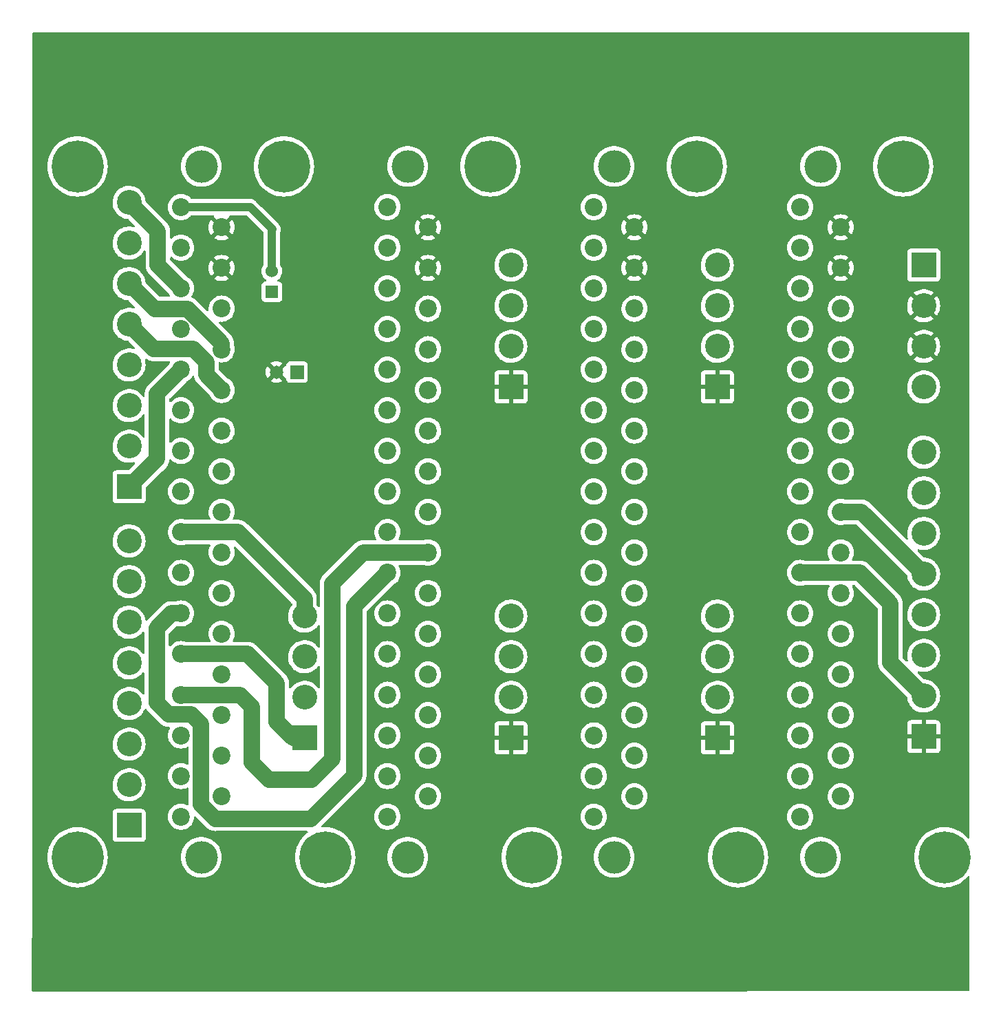
<source format=gbl>
%TF.GenerationSoftware,KiCad,Pcbnew,(6.0.7)*%
%TF.CreationDate,2024-08-18T11:11:24+02:00*%
%TF.ProjectId,BP51,42503531-2e6b-4696-9361-645f70636258,0437 -*%
%TF.SameCoordinates,Original*%
%TF.FileFunction,Copper,L2,Bot*%
%TF.FilePolarity,Positive*%
%FSLAX46Y46*%
G04 Gerber Fmt 4.6, Leading zero omitted, Abs format (unit mm)*
G04 Created by KiCad (PCBNEW (6.0.7)) date 2024-08-18 11:11:24*
%MOMM*%
%LPD*%
G01*
G04 APERTURE LIST*
%TA.AperFunction,ComponentPad*%
%ADD10C,6.400800*%
%TD*%
%TA.AperFunction,ComponentPad*%
%ADD11R,3.048000X3.048000*%
%TD*%
%TA.AperFunction,ComponentPad*%
%ADD12C,3.048000*%
%TD*%
%TA.AperFunction,ComponentPad*%
%ADD13R,1.524000X1.524000*%
%TD*%
%TA.AperFunction,ComponentPad*%
%ADD14C,1.524000*%
%TD*%
%TA.AperFunction,ComponentPad*%
%ADD15R,1.651000X1.651000*%
%TD*%
%TA.AperFunction,ComponentPad*%
%ADD16C,1.651000*%
%TD*%
%TA.AperFunction,ComponentPad*%
%ADD17C,2.200000*%
%TD*%
%TA.AperFunction,ComponentPad*%
%ADD18C,4.000000*%
%TD*%
%TA.AperFunction,Conductor*%
%ADD19C,1.000000*%
%TD*%
%TA.AperFunction,Conductor*%
%ADD20C,2.000000*%
%TD*%
G04 APERTURE END LIST*
D10*
%TO.P,HOLE,*%
%TO.N,*%
X130040000Y-194900000D03*
%TD*%
D11*
%TO.P,P2,1,P1*%
%TO.N,GND*%
X152900000Y-180059360D03*
D12*
%TO.P,P2,2,P2*%
%TO.N,/FP4*%
X152900000Y-175060640D03*
%TO.P,P2,3,P3*%
%TO.N,/FP3*%
X152900000Y-170059380D03*
%TO.P,P2,4,P4*%
%TO.N,/FP1*%
X152900000Y-165060660D03*
%TO.P,P2,5,P5*%
%TO.N,/FP2*%
X152900000Y-160059400D03*
%TO.P,P2,6,P6*%
%TO.N,/FP6*%
X152900000Y-155060680D03*
%TO.P,P2,7,P7*%
%TO.N,/FP5*%
X152900000Y-150059420D03*
%TO.P,P2,8,P8*%
%TO.N,/FP7*%
X152900000Y-145060700D03*
%TD*%
D10*
%TO.P,HOLE,*%
%TO.N,*%
X48760000Y-109900000D03*
%TD*%
D11*
%TO.P,P5,1,P1*%
%TO.N,GND*%
X102100000Y-137039360D03*
D12*
%TO.P,P5,2,P2*%
%TO.N,/G500Z*%
X102100000Y-132040640D03*
%TO.P,P5,3,P3*%
%TO.N,/G501Z*%
X102100000Y-127039380D03*
%TO.P,P5,4,P4*%
%TO.N,/G503Z*%
X102100000Y-122040660D03*
%TD*%
D10*
%TO.P,HOLE,*%
%TO.N,*%
X104640000Y-194900000D03*
%TD*%
%TO.P,HOLE,*%
%TO.N,*%
X74160000Y-109900000D03*
%TD*%
%TO.P,HOLE,*%
%TO.N,*%
X99560000Y-109900000D03*
%TD*%
D13*
%TO.P,JP1,1,P1*%
%TO.N,Net-(JP1-Pad1)*%
X72685600Y-125327200D03*
D14*
%TO.P,JP1,2,PM*%
%TO.N,/LN*%
X72685600Y-122787200D03*
%TD*%
D10*
%TO.P,HOLE,*%
%TO.N,*%
X79240000Y-194900000D03*
%TD*%
D15*
%TO.P,C1,1*%
%TO.N,Net-(C1-Pad1)*%
X75770000Y-135200000D03*
D16*
%TO.P,C1,2*%
%TO.N,GND*%
X73230000Y-135200000D03*
%TD*%
D10*
%TO.P,HOLE,*%
%TO.N,*%
X150360000Y-109900000D03*
%TD*%
D11*
%TO.P,P4,1,P1*%
%TO.N,GND*%
X127500000Y-180219360D03*
D12*
%TO.P,P4,2,P2*%
%TO.N,/OUT2*%
X127500000Y-175220640D03*
%TO.P,P4,3,P3*%
%TO.N,/OUT1*%
X127500000Y-170219380D03*
%TO.P,P4,4,P4*%
%TO.N,/OUT3*%
X127500000Y-165220660D03*
%TD*%
D10*
%TO.P,HOLE,*%
%TO.N,*%
X155440000Y-194900000D03*
%TD*%
D11*
%TO.P,P7,1,P1*%
%TO.N,/C7*%
X76700000Y-180219360D03*
D12*
%TO.P,P7,2,P2*%
%TO.N,/S4_FPA*%
X76700000Y-175220640D03*
%TO.P,P7,3,P3*%
%TO.N,/GW1_2Z*%
X76700000Y-170219380D03*
%TO.P,P7,4,P4*%
%TO.N,/GW22_24Z*%
X76700000Y-165220660D03*
%TD*%
D11*
%TO.P,P6,1,P1*%
%TO.N,GND*%
X102100000Y-180219360D03*
D12*
%TO.P,P6,2,P2*%
%TO.N,/G504Z*%
X102100000Y-175220640D03*
%TO.P,P6,3,P3*%
%TO.N,/G604ZZ*%
X102100000Y-170219380D03*
%TO.P,P6,4,P4*%
%TO.N,/G505Z*%
X102100000Y-165220660D03*
%TD*%
D11*
%TO.P,P3,1,P1*%
%TO.N,GND*%
X127500000Y-137039360D03*
D12*
%TO.P,P3,2,P2*%
%TO.N,/OUT6*%
X127500000Y-132040640D03*
%TO.P,P3,3,P3*%
%TO.N,/OUT4*%
X127500000Y-127039380D03*
%TO.P,P3,4,P4*%
%TO.N,/OUT5*%
X127500000Y-122040660D03*
%TD*%
D11*
%TO.P,P1,1,P1*%
%TO.N,/LN*%
X152900000Y-122040640D03*
D12*
%TO.P,P1,2,P2*%
%TO.N,GND*%
X152900000Y-127039360D03*
%TO.P,P1,3,P3*%
X152900000Y-132040620D03*
%TO.P,P1,4,P4*%
%TO.N,+12V*%
X152900000Y-137039340D03*
%TD*%
D11*
%TO.P,P9,1,P1*%
%TO.N,/FP1_A*%
X55110000Y-190981360D03*
D12*
%TO.P,P9,2,P2*%
%TO.N,/FP1_D*%
X55110000Y-185982640D03*
%TO.P,P9,3,P3*%
%TO.N,/FP2_A*%
X55110000Y-180981380D03*
%TO.P,P9,4,P4*%
%TO.N,/FP2_D*%
X55110000Y-175982660D03*
%TO.P,P9,5,P5*%
%TO.N,/FP3_A*%
X55110000Y-170981400D03*
%TO.P,P9,6,P6*%
%TO.N,/A7*%
X55110000Y-165982680D03*
%TO.P,P9,7,P7*%
%TO.N,/FP4_A*%
X55110000Y-160981420D03*
%TO.P,P9,8,P8*%
%TO.N,/FP4_D*%
X55110000Y-155982700D03*
%TD*%
D10*
%TO.P,HOLE,*%
%TO.N,*%
X124960000Y-109900000D03*
%TD*%
D11*
%TO.P,P8,1,P1*%
%TO.N,/GW21_G57*%
X55110000Y-149325360D03*
D12*
%TO.P,P8,2,P2*%
%TO.N,/G21_31_41*%
X55110000Y-144326640D03*
%TO.P,P8,3,P3*%
%TO.N,/G1_51*%
X55110000Y-139325380D03*
%TO.P,P8,4,P4*%
%TO.N,/G22_32_42*%
X55110000Y-134326660D03*
%TO.P,P8,5,P5*%
%TO.N,/G2_52*%
X55110000Y-129325400D03*
%TO.P,P8,6,P6*%
%TO.N,/GW21_G57Z*%
X55110000Y-124326680D03*
%TO.P,P8,7,P7*%
%TO.N,/G23_33_43*%
X55110000Y-119325420D03*
%TO.P,P8,8,P8*%
%TO.N,/G3_53*%
X55110000Y-114326700D03*
%TD*%
D10*
%TO.P,HOLE,*%
%TO.N,*%
X48760000Y-194900000D03*
%TD*%
D17*
%TO.P,K2,1,P1*%
%TO.N,/LN*%
X112300000Y-114900000D03*
%TO.P,K2,2,P2*%
%TO.N,GND*%
X117300000Y-117400000D03*
%TO.P,K2,3,P3*%
%TO.N,+12V*%
X112300000Y-119900000D03*
%TO.P,K2,4,P4*%
%TO.N,GND*%
X117300000Y-122400000D03*
%TO.P,K2,5,P5*%
%TO.N,unconnected-(K2-Pad5)*%
X112300000Y-124900000D03*
%TO.P,K2,6,P6*%
%TO.N,unconnected-(K2-Pad6)*%
X117300000Y-127400000D03*
%TO.P,K2,7,P7*%
%TO.N,unconnected-(K2-Pad7)*%
X112300000Y-129900000D03*
%TO.P,K2,8,P8*%
%TO.N,unconnected-(K2-Pad8)*%
X117300000Y-132400000D03*
%TO.P,K2,9,P9*%
%TO.N,/G503Z*%
X112300000Y-134900000D03*
%TO.P,K2,10,P10*%
%TO.N,/G501Z*%
X117300000Y-137400000D03*
%TO.P,K2,11,P11*%
%TO.N,/G500Z*%
X112300000Y-139900000D03*
%TO.P,K2,12,P12*%
%TO.N,unconnected-(K2-Pad12)*%
X117300000Y-142400000D03*
%TO.P,K2,13,P13*%
%TO.N,/FP7*%
X112300000Y-144900000D03*
%TO.P,K2,14,P14*%
%TO.N,/FP5*%
X117300000Y-147400000D03*
%TO.P,K2,15,P15*%
%TO.N,/FP6*%
X112300000Y-149900000D03*
%TO.P,K2,16,P16*%
%TO.N,/FP2*%
X117300000Y-152400000D03*
%TO.P,K2,17,P17*%
%TO.N,/FP1*%
X112300000Y-154900000D03*
%TO.P,K2,18,P18*%
%TO.N,/FP3*%
X117300000Y-157400000D03*
%TO.P,K2,19,P19*%
%TO.N,/FP4*%
X112300000Y-159900000D03*
%TO.P,K2,20,P20*%
%TO.N,/G505Z*%
X117300000Y-162400000D03*
%TO.P,K2,21,P21*%
%TO.N,/G604ZZ*%
X112300000Y-164900000D03*
%TO.P,K2,22,P22*%
%TO.N,/G504Z*%
X117300000Y-167400000D03*
%TO.P,K2,23,P23*%
%TO.N,unconnected-(K2-Pad23)*%
X112300000Y-169900000D03*
%TO.P,K2,24,P24*%
%TO.N,unconnected-(K2-Pad24)*%
X117300000Y-172400000D03*
%TO.P,K2,25,P25*%
%TO.N,unconnected-(K2-Pad25)*%
X112300000Y-174900000D03*
%TO.P,K2,26,P26*%
%TO.N,unconnected-(K2-Pad26)*%
X117300000Y-177401220D03*
%TO.P,K2,27,P27*%
%TO.N,unconnected-(K2-Pad27)*%
X112300000Y-179900000D03*
%TO.P,K2,28,P28*%
%TO.N,unconnected-(K2-Pad28)*%
X117300000Y-182399940D03*
%TO.P,K2,29,P29*%
%TO.N,unconnected-(K2-Pad29)*%
X112300000Y-184900000D03*
%TO.P,K2,30,P30*%
%TO.N,unconnected-(K2-Pad30)*%
X117300000Y-187400000D03*
%TO.P,K2,31,P31*%
%TO.N,unconnected-(K2-Pad31)*%
X112300000Y-189900000D03*
D18*
%TO.P,K2,H1*%
%TO.N,N/C*%
X114800000Y-109900000D03*
%TO.P,K2,H2*%
X114800000Y-194900000D03*
%TD*%
D17*
%TO.P,K4,1,P1*%
%TO.N,/LN*%
X61500000Y-114900000D03*
%TO.P,K4,2,P2*%
%TO.N,GND*%
X66500000Y-117400000D03*
%TO.P,K4,3,P3*%
%TO.N,+12V*%
X61500000Y-119900000D03*
%TO.P,K4,4,P4*%
%TO.N,GND*%
X66500000Y-122400000D03*
%TO.P,K4,5,P5*%
%TO.N,/G3_53*%
X61500000Y-124900000D03*
%TO.P,K4,6,P6*%
%TO.N,/G23_33_43*%
X66500000Y-127400000D03*
%TO.P,K4,7,P7*%
%TO.N,/G3Z*%
X61500000Y-129900000D03*
%TO.P,K4,8,P8*%
%TO.N,/GW21_G57Z*%
X66500000Y-132400000D03*
%TO.P,K4,9,P9*%
%TO.N,/GW21_G57*%
X61500000Y-134900000D03*
%TO.P,K4,10,P10*%
%TO.N,/G2_52*%
X66500000Y-137400000D03*
%TO.P,K4,11,P11*%
%TO.N,/G22_32_42*%
X61500000Y-139900000D03*
%TO.P,K4,12,P12*%
%TO.N,/G2Z*%
X66500000Y-142400000D03*
%TO.P,K4,13,P13*%
%TO.N,/G1_51*%
X61500000Y-144900000D03*
%TO.P,K4,14,P14*%
%TO.N,/G21_31_41*%
X66500000Y-147400000D03*
%TO.P,K4,15,P15*%
%TO.N,/G1Z*%
X61500000Y-149900000D03*
%TO.P,K4,16,P16*%
%TO.N,/GW21_G57*%
X66500000Y-152400000D03*
%TO.P,K4,17,P17*%
%TO.N,/GW22_24Z*%
X61500000Y-154900000D03*
%TO.P,K4,18,P18*%
%TO.N,unconnected-(K4-Pad18)*%
X66500000Y-157400000D03*
%TO.P,K4,19,P19*%
%TO.N,/FP4_D*%
X61500000Y-159900000D03*
%TO.P,K4,20,P20*%
%TO.N,/FP4_A*%
X66500000Y-162400000D03*
%TO.P,K4,21,P21*%
%TO.N,/FP4*%
X61500000Y-164900000D03*
%TO.P,K4,22,P22*%
%TO.N,/A7*%
X66500000Y-167400000D03*
%TO.P,K4,23,P23*%
%TO.N,/C7*%
X61500000Y-169900000D03*
%TO.P,K4,24,P24*%
%TO.N,/FP3_A*%
X66500000Y-172400000D03*
%TO.P,K4,25,P25*%
%TO.N,/FP3*%
X61500000Y-174900000D03*
%TO.P,K4,26,P26*%
%TO.N,/FP2_D*%
X66500000Y-177401220D03*
%TO.P,K4,27,P27*%
%TO.N,/FP2_A*%
X61500000Y-179900000D03*
%TO.P,K4,28,P28*%
%TO.N,/FP2*%
X66500000Y-182399940D03*
%TO.P,K4,29,P29*%
%TO.N,/FP1_D*%
X61500000Y-184900000D03*
%TO.P,K4,30,P30*%
%TO.N,/FP1_A*%
X66500000Y-187400000D03*
%TO.P,K4,31,P31*%
%TO.N,/FP1*%
X61500000Y-189900000D03*
D18*
%TO.P,K4,H1*%
%TO.N,N/C*%
X64000000Y-109900000D03*
%TO.P,K4,H2*%
X64000000Y-194900000D03*
%TD*%
D17*
%TO.P,K1,1,P1*%
%TO.N,/LN*%
X137700000Y-114900000D03*
%TO.P,K1,2,P2*%
%TO.N,GND*%
X142700000Y-117400000D03*
%TO.P,K1,3,P3*%
%TO.N,+12V*%
X137700000Y-119900000D03*
%TO.P,K1,4,P4*%
%TO.N,GND*%
X142700000Y-122400000D03*
%TO.P,K1,5,P5*%
%TO.N,unconnected-(K1-Pad5)*%
X137700000Y-124900000D03*
%TO.P,K1,6,P6*%
%TO.N,unconnected-(K1-Pad6)*%
X142700000Y-127400000D03*
%TO.P,K1,7,P7*%
%TO.N,unconnected-(K1-Pad7)*%
X137700000Y-129900000D03*
%TO.P,K1,8,P8*%
%TO.N,unconnected-(K1-Pad8)*%
X142700000Y-132400000D03*
%TO.P,K1,9,P9*%
%TO.N,/OUT5*%
X137700000Y-134900000D03*
%TO.P,K1,10,P10*%
%TO.N,/OUT4*%
X142700000Y-137400000D03*
%TO.P,K1,11,P11*%
%TO.N,/OUT6*%
X137700000Y-139900000D03*
%TO.P,K1,12,P12*%
%TO.N,unconnected-(K1-Pad12)*%
X142700000Y-142400000D03*
%TO.P,K1,13,P13*%
%TO.N,/FP7*%
X137700000Y-144900000D03*
%TO.P,K1,14,P14*%
%TO.N,/FP5*%
X142700000Y-147400000D03*
%TO.P,K1,15,P15*%
%TO.N,/FP6*%
X137700000Y-149900000D03*
%TO.P,K1,16,P16*%
%TO.N,/FP2*%
X142700000Y-152400000D03*
%TO.P,K1,17,P17*%
%TO.N,/FP1*%
X137700000Y-154900000D03*
%TO.P,K1,18,P18*%
%TO.N,/FP3*%
X142700000Y-157400000D03*
%TO.P,K1,19,P19*%
%TO.N,/FP4*%
X137700000Y-159900000D03*
%TO.P,K1,20,P20*%
%TO.N,/OUT3*%
X142700000Y-162400000D03*
%TO.P,K1,21,P21*%
%TO.N,/OUT1*%
X137700000Y-164900000D03*
%TO.P,K1,22,P22*%
%TO.N,/OUT2*%
X142700000Y-167400000D03*
%TO.P,K1,23,P23*%
%TO.N,unconnected-(K1-Pad23)*%
X137700000Y-169900000D03*
%TO.P,K1,24,P24*%
%TO.N,unconnected-(K1-Pad24)*%
X142700000Y-172400000D03*
%TO.P,K1,25,P25*%
%TO.N,unconnected-(K1-Pad25)*%
X137700000Y-174900000D03*
%TO.P,K1,26,P26*%
%TO.N,unconnected-(K1-Pad26)*%
X142700000Y-177401220D03*
%TO.P,K1,27,P27*%
%TO.N,unconnected-(K1-Pad27)*%
X137700000Y-179900000D03*
%TO.P,K1,28,P28*%
%TO.N,unconnected-(K1-Pad28)*%
X142700000Y-182399940D03*
%TO.P,K1,29,P29*%
%TO.N,unconnected-(K1-Pad29)*%
X137700000Y-184900000D03*
%TO.P,K1,30,P30*%
%TO.N,unconnected-(K1-Pad30)*%
X142700000Y-187400000D03*
%TO.P,K1,31,P31*%
%TO.N,unconnected-(K1-Pad31)*%
X137700000Y-189900000D03*
D18*
%TO.P,K1,H1*%
%TO.N,N/C*%
X140200000Y-109900000D03*
%TO.P,K1,H2*%
X140200000Y-194900000D03*
%TD*%
D17*
%TO.P,K3,1,P1*%
%TO.N,/LN*%
X86900000Y-114900000D03*
%TO.P,K3,2,P2*%
%TO.N,GND*%
X91900000Y-117400000D03*
%TO.P,K3,3,P3*%
%TO.N,+12V*%
X86900000Y-119900000D03*
%TO.P,K3,4,P4*%
%TO.N,GND*%
X91900000Y-122400000D03*
%TO.P,K3,5,P5*%
%TO.N,unconnected-(K3-Pad5)*%
X86900000Y-124900000D03*
%TO.P,K3,6,P6*%
%TO.N,unconnected-(K3-Pad6)*%
X91900000Y-127400000D03*
%TO.P,K3,7,P7*%
%TO.N,unconnected-(K3-Pad7)*%
X86900000Y-129900000D03*
%TO.P,K3,8,P8*%
%TO.N,unconnected-(K3-Pad8)*%
X91900000Y-132400000D03*
%TO.P,K3,9,P9*%
%TO.N,/G3Z*%
X86900000Y-134900000D03*
%TO.P,K3,10,P10*%
%TO.N,/G2Z*%
X91900000Y-137400000D03*
%TO.P,K3,11,P11*%
%TO.N,/G1Z*%
X86900000Y-139900000D03*
%TO.P,K3,12,P12*%
%TO.N,unconnected-(K3-Pad12)*%
X91900000Y-142400000D03*
%TO.P,K3,13,P13*%
%TO.N,/FP7*%
X86900000Y-144900000D03*
%TO.P,K3,14,P14*%
%TO.N,/FP5*%
X91900000Y-147400000D03*
%TO.P,K3,15,P15*%
%TO.N,/FP6*%
X86900000Y-149900000D03*
%TO.P,K3,16,P16*%
%TO.N,/FP2*%
X91900000Y-152400000D03*
%TO.P,K3,17,P17*%
%TO.N,/FP1*%
X86900000Y-154900000D03*
%TO.P,K3,18,P18*%
%TO.N,/FP3*%
X91900000Y-157400000D03*
%TO.P,K3,19,P19*%
%TO.N,/FP4*%
X86900000Y-159900000D03*
%TO.P,K3,20,P20*%
%TO.N,/GW22_24Z*%
X91900000Y-162400000D03*
%TO.P,K3,21,P21*%
%TO.N,/GW1_2Z*%
X86900000Y-164900000D03*
%TO.P,K3,22,P22*%
%TO.N,/S4_FPA*%
X91900000Y-167400000D03*
%TO.P,K3,23,P23*%
%TO.N,unconnected-(K3-Pad23)*%
X86900000Y-169900000D03*
%TO.P,K3,24,P24*%
%TO.N,unconnected-(K3-Pad24)*%
X91900000Y-172400000D03*
%TO.P,K3,25,P25*%
%TO.N,unconnected-(K3-Pad25)*%
X86900000Y-174900000D03*
%TO.P,K3,26,P26*%
%TO.N,unconnected-(K3-Pad26)*%
X91900000Y-177401220D03*
%TO.P,K3,27,P27*%
%TO.N,unconnected-(K3-Pad27)*%
X86900000Y-179900000D03*
%TO.P,K3,28,P28*%
%TO.N,unconnected-(K3-Pad28)*%
X91900000Y-182399940D03*
%TO.P,K3,29,P29*%
%TO.N,unconnected-(K3-Pad29)*%
X86900000Y-184900000D03*
%TO.P,K3,30,P30*%
%TO.N,unconnected-(K3-Pad30)*%
X91900000Y-187400000D03*
%TO.P,K3,31,P31*%
%TO.N,unconnected-(K3-Pad31)*%
X86900000Y-189900000D03*
D18*
%TO.P,K3,H1*%
%TO.N,N/C*%
X89400000Y-109900000D03*
%TO.P,K3,H2*%
X89400000Y-194900000D03*
%TD*%
D19*
%TO.N,/LN*%
X72750000Y-117650000D02*
X72685600Y-117714400D01*
X61500000Y-114900000D02*
X70000000Y-114900000D01*
X70000000Y-114900000D02*
X72750000Y-117650000D01*
X72685600Y-117714400D02*
X72685600Y-122787200D01*
D20*
%TO.N,/FP4*%
X82800000Y-164000000D02*
X82800000Y-184850000D01*
X145050000Y-159900000D02*
X148800000Y-163650000D01*
X148800000Y-170960640D02*
X152900000Y-175060640D01*
X58500000Y-175850000D02*
X58500000Y-166700000D01*
X77500000Y-190150000D02*
X65700000Y-190150000D01*
X58500000Y-166700000D02*
X60300000Y-164900000D01*
X148800000Y-163650000D02*
X148800000Y-170960640D01*
X86900000Y-159900000D02*
X82800000Y-164000000D01*
X60300000Y-164900000D02*
X61500000Y-164900000D01*
X63950000Y-188400000D02*
X63950000Y-178500000D01*
X63950000Y-178500000D02*
X62800000Y-177350000D01*
X60000000Y-177350000D02*
X58500000Y-175850000D01*
X82800000Y-184850000D02*
X77500000Y-190150000D01*
X62800000Y-177350000D02*
X60000000Y-177350000D01*
X65700000Y-190150000D02*
X63950000Y-188400000D01*
X137700000Y-159900000D02*
X145050000Y-159900000D01*
%TO.N,/FP3*%
X80100000Y-161200000D02*
X80100000Y-182850000D01*
X70200000Y-176350000D02*
X68750000Y-174900000D01*
X77600000Y-185350000D02*
X72300000Y-185350000D01*
X91900000Y-157400000D02*
X83900000Y-157400000D01*
X80100000Y-182850000D02*
X77600000Y-185350000D01*
X72300000Y-185350000D02*
X70200000Y-183250000D01*
X83900000Y-157400000D02*
X80100000Y-161200000D01*
X70200000Y-183250000D02*
X70200000Y-176350000D01*
X68750000Y-174900000D02*
X61500000Y-174900000D01*
%TO.N,/FP2*%
X142700000Y-152400000D02*
X145240600Y-152400000D01*
X145240600Y-152400000D02*
X152900000Y-160059400D01*
%TO.N,/GW22_24Z*%
X76700000Y-165220660D02*
X76700000Y-163065399D01*
X68534601Y-154900000D02*
X61500000Y-154900000D01*
X76700000Y-163065399D02*
X68534601Y-154900000D01*
%TO.N,/GW21_G57*%
X55110000Y-149325360D02*
X58550000Y-145885360D01*
X58550000Y-145885360D02*
X58550000Y-137850000D01*
X58550000Y-137850000D02*
X61500000Y-134900000D01*
%TO.N,/G3_53*%
X58650000Y-122050000D02*
X58650000Y-117866700D01*
X61500000Y-124900000D02*
X58650000Y-122050000D01*
X58650000Y-117866700D02*
X55110000Y-114326700D01*
%TO.N,/G2_52*%
X58134600Y-132350000D02*
X63000000Y-132350000D01*
X64600000Y-135500000D02*
X66500000Y-137400000D01*
X64600000Y-133950000D02*
X64600000Y-135500000D01*
X63000000Y-132350000D02*
X64600000Y-133950000D01*
X55110000Y-129325400D02*
X58134600Y-132350000D01*
%TO.N,/GW21_G57Z*%
X66500000Y-131647308D02*
X66500000Y-132400000D01*
X62302692Y-127450000D02*
X66500000Y-131647308D01*
X55110000Y-124326680D02*
X58233320Y-127450000D01*
X58233320Y-127450000D02*
X62302692Y-127450000D01*
%TO.N,/C7*%
X73300000Y-178250000D02*
X75269360Y-180219360D01*
X73300000Y-173500000D02*
X73300000Y-178250000D01*
X75269360Y-180219360D02*
X76700000Y-180219360D01*
X69700000Y-169900000D02*
X73300000Y-173500000D01*
X61500000Y-169900000D02*
X69700000Y-169900000D01*
%TD*%
%TA.AperFunction,Conductor*%
%TO.N,GND*%
G36*
X158478114Y-93441206D02*
G01*
X158524610Y-93494859D01*
X158536000Y-93547208D01*
X158536000Y-192473928D01*
X158515998Y-192542049D01*
X158462342Y-192588542D01*
X158392068Y-192598646D01*
X158327488Y-192569152D01*
X158312080Y-192553223D01*
X158202107Y-192417418D01*
X158202104Y-192417414D01*
X158200032Y-192414856D01*
X157925144Y-192139968D01*
X157623029Y-191895319D01*
X157296995Y-191683590D01*
X156950616Y-191507101D01*
X156721237Y-191419051D01*
X156590776Y-191368972D01*
X156590774Y-191368971D01*
X156587686Y-191367786D01*
X156212182Y-191267170D01*
X156008164Y-191234857D01*
X155831466Y-191206870D01*
X155831458Y-191206869D01*
X155828218Y-191206356D01*
X155440000Y-191186010D01*
X155051782Y-191206356D01*
X155048542Y-191206869D01*
X155048534Y-191206870D01*
X154871836Y-191234857D01*
X154667818Y-191267170D01*
X154292314Y-191367786D01*
X154289226Y-191368971D01*
X154289224Y-191368972D01*
X154158763Y-191419051D01*
X153929384Y-191507101D01*
X153583005Y-191683590D01*
X153256971Y-191895319D01*
X152954856Y-192139968D01*
X152679968Y-192414856D01*
X152677896Y-192417414D01*
X152677893Y-192417418D01*
X152576969Y-192542049D01*
X152435319Y-192716971D01*
X152223590Y-193043005D01*
X152047101Y-193389384D01*
X152045917Y-193392469D01*
X151932040Y-193689131D01*
X151907786Y-193752314D01*
X151807170Y-194127818D01*
X151746356Y-194511782D01*
X151726010Y-194900000D01*
X151746356Y-195288218D01*
X151807170Y-195672182D01*
X151907786Y-196047686D01*
X151908971Y-196050774D01*
X151908972Y-196050776D01*
X151933324Y-196114216D01*
X152047101Y-196410616D01*
X152223590Y-196756995D01*
X152435319Y-197083029D01*
X152437397Y-197085595D01*
X152667249Y-197369437D01*
X152679968Y-197385144D01*
X152954856Y-197660032D01*
X153256971Y-197904681D01*
X153583005Y-198116410D01*
X153929384Y-198292899D01*
X154292314Y-198432214D01*
X154667818Y-198532830D01*
X154871836Y-198565143D01*
X155048534Y-198593130D01*
X155048542Y-198593131D01*
X155051782Y-198593644D01*
X155440000Y-198613990D01*
X155828218Y-198593644D01*
X155831458Y-198593131D01*
X155831466Y-198593130D01*
X156008164Y-198565143D01*
X156212182Y-198532830D01*
X156587686Y-198432214D01*
X156950616Y-198292899D01*
X157296995Y-198116410D01*
X157623029Y-197904681D01*
X157925144Y-197660032D01*
X158200032Y-197385144D01*
X158212752Y-197369437D01*
X158312080Y-197246777D01*
X158370494Y-197206425D01*
X158441451Y-197204060D01*
X158502423Y-197240433D01*
X158534051Y-197303996D01*
X158536000Y-197326072D01*
X158536000Y-211252835D01*
X158515998Y-211320956D01*
X158462342Y-211367449D01*
X158410035Y-211378835D01*
X103460545Y-211394228D01*
X43284018Y-211411085D01*
X43215893Y-211391102D01*
X43169385Y-211337459D01*
X43157984Y-211285058D01*
X43160717Y-198593130D01*
X43161512Y-194900000D01*
X45046010Y-194900000D01*
X45066356Y-195288218D01*
X45127170Y-195672182D01*
X45227786Y-196047686D01*
X45228971Y-196050774D01*
X45228972Y-196050776D01*
X45253324Y-196114216D01*
X45367101Y-196410616D01*
X45543590Y-196756995D01*
X45755319Y-197083029D01*
X45757397Y-197085595D01*
X45987249Y-197369437D01*
X45999968Y-197385144D01*
X46274856Y-197660032D01*
X46576971Y-197904681D01*
X46903005Y-198116410D01*
X47249384Y-198292899D01*
X47612314Y-198432214D01*
X47987818Y-198532830D01*
X48191836Y-198565143D01*
X48368534Y-198593130D01*
X48368542Y-198593131D01*
X48371782Y-198593644D01*
X48760000Y-198613990D01*
X49148218Y-198593644D01*
X49151458Y-198593131D01*
X49151466Y-198593130D01*
X49328164Y-198565143D01*
X49532182Y-198532830D01*
X49907686Y-198432214D01*
X50270616Y-198292899D01*
X50616995Y-198116410D01*
X50943029Y-197904681D01*
X51245144Y-197660032D01*
X51520032Y-197385144D01*
X51532752Y-197369437D01*
X51762603Y-197085595D01*
X51764681Y-197083029D01*
X51976410Y-196756995D01*
X52152899Y-196410616D01*
X52266676Y-196114216D01*
X52291028Y-196050776D01*
X52291029Y-196050774D01*
X52292214Y-196047686D01*
X52392830Y-195672182D01*
X52453644Y-195288218D01*
X52473990Y-194900000D01*
X61486540Y-194900000D01*
X61506359Y-195215020D01*
X61565505Y-195525072D01*
X61663044Y-195825266D01*
X61664731Y-195828852D01*
X61664733Y-195828856D01*
X61795750Y-196107283D01*
X61795754Y-196107290D01*
X61797438Y-196110869D01*
X61966568Y-196377375D01*
X62167767Y-196620582D01*
X62397860Y-196836654D01*
X62653221Y-197022184D01*
X62656690Y-197024091D01*
X62656693Y-197024093D01*
X62926352Y-197172340D01*
X62929821Y-197174247D01*
X62933490Y-197175700D01*
X62933495Y-197175702D01*
X63096987Y-197240433D01*
X63223298Y-197290443D01*
X63529025Y-197368940D01*
X63842179Y-197408500D01*
X64157821Y-197408500D01*
X64470975Y-197368940D01*
X64776702Y-197290443D01*
X64903013Y-197240433D01*
X65066505Y-197175702D01*
X65066510Y-197175700D01*
X65070179Y-197174247D01*
X65073648Y-197172340D01*
X65343307Y-197024093D01*
X65343310Y-197024091D01*
X65346779Y-197022184D01*
X65602140Y-196836654D01*
X65832233Y-196620582D01*
X66033432Y-196377375D01*
X66202562Y-196110869D01*
X66204246Y-196107290D01*
X66204250Y-196107283D01*
X66335267Y-195828856D01*
X66335269Y-195828852D01*
X66336956Y-195825266D01*
X66434495Y-195525072D01*
X66493641Y-195215020D01*
X66513460Y-194900000D01*
X66493641Y-194584980D01*
X66434495Y-194274928D01*
X66336956Y-193974734D01*
X66232294Y-193752314D01*
X66204250Y-193692717D01*
X66204246Y-193692710D01*
X66202562Y-193689131D01*
X66033432Y-193422625D01*
X65832233Y-193179418D01*
X65602140Y-192963346D01*
X65584582Y-192950589D01*
X65479168Y-192874002D01*
X65346779Y-192777816D01*
X65299939Y-192752065D01*
X65073648Y-192627660D01*
X65073647Y-192627659D01*
X65070179Y-192625753D01*
X65066510Y-192624300D01*
X65066505Y-192624298D01*
X64780372Y-192511010D01*
X64780371Y-192511010D01*
X64776702Y-192509557D01*
X64470975Y-192431060D01*
X64157821Y-192391500D01*
X63842179Y-192391500D01*
X63529025Y-192431060D01*
X63223298Y-192509557D01*
X63219629Y-192511010D01*
X63219628Y-192511010D01*
X62933495Y-192624298D01*
X62933490Y-192624300D01*
X62929821Y-192625753D01*
X62926353Y-192627659D01*
X62926352Y-192627660D01*
X62700062Y-192752065D01*
X62653221Y-192777816D01*
X62520832Y-192874002D01*
X62415419Y-192950589D01*
X62397860Y-192963346D01*
X62167767Y-193179418D01*
X61966568Y-193422625D01*
X61797438Y-193689131D01*
X61795754Y-193692710D01*
X61795750Y-193692717D01*
X61767706Y-193752314D01*
X61663044Y-193974734D01*
X61565505Y-194274928D01*
X61506359Y-194584980D01*
X61486540Y-194900000D01*
X52473990Y-194900000D01*
X52453644Y-194511782D01*
X52392830Y-194127818D01*
X52292214Y-193752314D01*
X52267961Y-193689131D01*
X52154083Y-193392469D01*
X52152899Y-193389384D01*
X51976410Y-193043005D01*
X51764681Y-192716971D01*
X51632299Y-192553494D01*
X53077500Y-192553494D01*
X53084255Y-192615676D01*
X53135385Y-192752065D01*
X53222739Y-192868621D01*
X53339295Y-192955975D01*
X53475684Y-193007105D01*
X53537866Y-193013860D01*
X56682134Y-193013860D01*
X56744316Y-193007105D01*
X56880705Y-192955975D01*
X56997261Y-192868621D01*
X57084615Y-192752065D01*
X57135745Y-192615676D01*
X57142500Y-192553494D01*
X57142500Y-189409226D01*
X57135745Y-189347044D01*
X57084615Y-189210655D01*
X56997261Y-189094099D01*
X56880705Y-189006745D01*
X56744316Y-188955615D01*
X56682134Y-188948860D01*
X53537866Y-188948860D01*
X53475684Y-188955615D01*
X53339295Y-189006745D01*
X53222739Y-189094099D01*
X53135385Y-189210655D01*
X53084255Y-189347044D01*
X53077500Y-189409226D01*
X53077500Y-192553494D01*
X51632299Y-192553494D01*
X51623031Y-192542049D01*
X51522107Y-192417418D01*
X51522104Y-192417414D01*
X51520032Y-192414856D01*
X51245144Y-192139968D01*
X50943029Y-191895319D01*
X50616995Y-191683590D01*
X50270616Y-191507101D01*
X50041237Y-191419051D01*
X49910776Y-191368972D01*
X49910774Y-191368971D01*
X49907686Y-191367786D01*
X49532182Y-191267170D01*
X49328164Y-191234857D01*
X49151466Y-191206870D01*
X49151458Y-191206869D01*
X49148218Y-191206356D01*
X48760000Y-191186010D01*
X48371782Y-191206356D01*
X48368542Y-191206869D01*
X48368534Y-191206870D01*
X48191836Y-191234857D01*
X47987818Y-191267170D01*
X47612314Y-191367786D01*
X47609226Y-191368971D01*
X47609224Y-191368972D01*
X47478763Y-191419051D01*
X47249384Y-191507101D01*
X46903005Y-191683590D01*
X46576971Y-191895319D01*
X46274856Y-192139968D01*
X45999968Y-192414856D01*
X45997896Y-192417414D01*
X45997893Y-192417418D01*
X45896969Y-192542049D01*
X45755319Y-192716971D01*
X45543590Y-193043005D01*
X45367101Y-193389384D01*
X45365917Y-193392469D01*
X45252040Y-193689131D01*
X45227786Y-193752314D01*
X45127170Y-194127818D01*
X45066356Y-194511782D01*
X45046010Y-194900000D01*
X43161512Y-194900000D01*
X43163436Y-185961306D01*
X53072863Y-185961306D01*
X53088815Y-186237975D01*
X53089640Y-186242182D01*
X53089641Y-186242187D01*
X53117594Y-186384659D01*
X53142169Y-186509919D01*
X53143556Y-186513970D01*
X53229406Y-186764718D01*
X53231935Y-186772106D01*
X53356454Y-187019684D01*
X53513421Y-187248073D01*
X53699932Y-187453045D01*
X53703221Y-187455795D01*
X53909243Y-187628057D01*
X53909248Y-187628061D01*
X53912535Y-187630809D01*
X53966976Y-187664960D01*
X54143656Y-187775792D01*
X54143660Y-187775794D01*
X54147296Y-187778075D01*
X54399872Y-187892117D01*
X54403992Y-187893337D01*
X54403991Y-187893337D01*
X54661475Y-187969607D01*
X54661479Y-187969608D01*
X54665588Y-187970825D01*
X54669825Y-187971473D01*
X54669828Y-187971474D01*
X54898846Y-188006519D01*
X54939527Y-188012744D01*
X55080602Y-188014960D01*
X55212330Y-188017030D01*
X55212336Y-188017030D01*
X55216621Y-188017097D01*
X55491742Y-187983804D01*
X55759800Y-187913480D01*
X56015833Y-187807428D01*
X56255104Y-187667609D01*
X56473186Y-187496611D01*
X56512740Y-187455795D01*
X56663060Y-187300676D01*
X56666043Y-187297598D01*
X56668576Y-187294150D01*
X56668580Y-187294145D01*
X56827568Y-187077708D01*
X56830106Y-187074253D01*
X56923953Y-186901409D01*
X56960290Y-186834484D01*
X56960294Y-186834476D01*
X56962340Y-186830708D01*
X57060298Y-186571470D01*
X57082466Y-186474681D01*
X57121210Y-186305516D01*
X57121211Y-186305511D01*
X57122167Y-186301336D01*
X57146802Y-186025305D01*
X57147249Y-185982640D01*
X57145739Y-185960489D01*
X57128692Y-185710431D01*
X57128691Y-185710425D01*
X57128400Y-185706154D01*
X57119954Y-185665367D01*
X57073071Y-185438980D01*
X57072202Y-185434783D01*
X56979695Y-185173551D01*
X56852590Y-184927290D01*
X56833411Y-184900000D01*
X56695707Y-184704068D01*
X56695706Y-184704067D01*
X56693240Y-184700558D01*
X56504593Y-184497549D01*
X56483572Y-184480343D01*
X56342868Y-184365179D01*
X56290140Y-184322022D01*
X56053849Y-184177223D01*
X56049932Y-184175504D01*
X56049929Y-184175502D01*
X55848980Y-184087292D01*
X55800093Y-184065832D01*
X55795965Y-184064656D01*
X55795962Y-184064655D01*
X55713917Y-184041284D01*
X55533568Y-183989910D01*
X55529326Y-183989306D01*
X55529320Y-183989305D01*
X55263455Y-183951467D01*
X55259204Y-183950862D01*
X55113115Y-183950097D01*
X54986366Y-183949433D01*
X54986360Y-183949433D01*
X54982080Y-183949411D01*
X54977835Y-183949970D01*
X54977833Y-183949970D01*
X54936362Y-183955430D01*
X54707323Y-183985584D01*
X54440017Y-184058710D01*
X54436069Y-184060394D01*
X54189060Y-184165752D01*
X54189056Y-184165754D01*
X54185108Y-184167438D01*
X54065224Y-184239187D01*
X53950996Y-184307551D01*
X53950992Y-184307554D01*
X53947314Y-184309755D01*
X53731035Y-184483027D01*
X53540273Y-184684049D01*
X53378557Y-184909100D01*
X53248880Y-185154016D01*
X53153643Y-185414266D01*
X53094606Y-185685032D01*
X53094270Y-185689302D01*
X53075038Y-185933675D01*
X53072863Y-185961306D01*
X43163436Y-185961306D01*
X43164513Y-180960046D01*
X53072863Y-180960046D01*
X53088815Y-181236715D01*
X53089640Y-181240922D01*
X53089641Y-181240927D01*
X53117841Y-181384659D01*
X53142169Y-181508659D01*
X53143556Y-181512710D01*
X53185374Y-181634850D01*
X53231935Y-181770846D01*
X53356454Y-182018424D01*
X53411890Y-182099084D01*
X53510341Y-182242331D01*
X53513421Y-182246813D01*
X53699932Y-182451785D01*
X53703221Y-182454535D01*
X53909243Y-182626797D01*
X53909248Y-182626801D01*
X53912535Y-182629549D01*
X53964368Y-182662064D01*
X54143656Y-182774532D01*
X54143660Y-182774534D01*
X54147296Y-182776815D01*
X54399872Y-182890857D01*
X54403992Y-182892077D01*
X54403991Y-182892077D01*
X54661475Y-182968347D01*
X54661479Y-182968348D01*
X54665588Y-182969565D01*
X54669825Y-182970213D01*
X54669828Y-182970214D01*
X54898846Y-183005259D01*
X54939527Y-183011484D01*
X55080602Y-183013700D01*
X55212330Y-183015770D01*
X55212336Y-183015770D01*
X55216621Y-183015837D01*
X55491742Y-182982544D01*
X55759800Y-182912220D01*
X56015833Y-182806168D01*
X56255104Y-182666349D01*
X56473186Y-182495351D01*
X56512740Y-182454535D01*
X56598188Y-182366359D01*
X56666043Y-182296338D01*
X56668576Y-182292890D01*
X56668580Y-182292885D01*
X56827568Y-182076448D01*
X56830106Y-182072993D01*
X56875132Y-181990065D01*
X56960290Y-181833224D01*
X56960291Y-181833222D01*
X56962340Y-181829448D01*
X57060298Y-181570210D01*
X57078330Y-181491480D01*
X57121210Y-181304256D01*
X57121211Y-181304251D01*
X57122167Y-181300076D01*
X57146802Y-181024045D01*
X57147249Y-180981380D01*
X57145795Y-180960046D01*
X57128692Y-180709171D01*
X57128691Y-180709165D01*
X57128400Y-180704894D01*
X57072202Y-180433523D01*
X56979695Y-180172291D01*
X56852590Y-179926030D01*
X56765761Y-179802484D01*
X56695707Y-179702808D01*
X56695706Y-179702807D01*
X56693240Y-179699298D01*
X56504593Y-179496289D01*
X56483572Y-179479083D01*
X56293458Y-179323478D01*
X56290140Y-179320762D01*
X56053849Y-179175963D01*
X56049932Y-179174244D01*
X56049929Y-179174242D01*
X55938346Y-179125261D01*
X55800093Y-179064572D01*
X55795965Y-179063396D01*
X55795962Y-179063395D01*
X55659511Y-179024526D01*
X55533568Y-178988650D01*
X55529326Y-178988046D01*
X55529320Y-178988045D01*
X55263455Y-178950207D01*
X55259204Y-178949602D01*
X55113115Y-178948837D01*
X54986366Y-178948173D01*
X54986360Y-178948173D01*
X54982080Y-178948151D01*
X54977835Y-178948710D01*
X54977833Y-178948710D01*
X54955700Y-178951624D01*
X54707323Y-178984324D01*
X54440017Y-179057450D01*
X54436069Y-179059134D01*
X54189060Y-179164492D01*
X54189056Y-179164494D01*
X54185108Y-179166178D01*
X54097272Y-179218747D01*
X53950996Y-179306291D01*
X53950992Y-179306294D01*
X53947314Y-179308495D01*
X53731035Y-179481767D01*
X53540273Y-179682789D01*
X53378557Y-179907840D01*
X53248880Y-180152756D01*
X53153643Y-180413006D01*
X53094606Y-180683772D01*
X53094270Y-180688042D01*
X53081652Y-180848376D01*
X53072863Y-180960046D01*
X43164513Y-180960046D01*
X43165589Y-175961326D01*
X53072863Y-175961326D01*
X53088815Y-176237995D01*
X53089640Y-176242202D01*
X53089641Y-176242207D01*
X53115379Y-176373392D01*
X53142169Y-176509939D01*
X53143556Y-176513990D01*
X53211039Y-176711092D01*
X53231935Y-176772126D01*
X53280562Y-176868809D01*
X53353481Y-177013792D01*
X53356454Y-177019704D01*
X53513421Y-177248093D01*
X53699932Y-177453065D01*
X53703221Y-177455815D01*
X53909243Y-177628077D01*
X53909248Y-177628081D01*
X53912535Y-177630829D01*
X53962328Y-177662064D01*
X54143656Y-177775812D01*
X54143660Y-177775814D01*
X54147296Y-177778095D01*
X54399872Y-177892137D01*
X54403992Y-177893357D01*
X54403991Y-177893357D01*
X54661475Y-177969627D01*
X54661479Y-177969628D01*
X54665588Y-177970845D01*
X54669825Y-177971493D01*
X54669828Y-177971494D01*
X54898846Y-178006539D01*
X54939527Y-178012764D01*
X55080602Y-178014980D01*
X55212330Y-178017050D01*
X55212336Y-178017050D01*
X55216621Y-178017117D01*
X55491742Y-177983824D01*
X55759800Y-177913500D01*
X56015833Y-177807448D01*
X56255104Y-177667629D01*
X56473186Y-177496631D01*
X56512740Y-177455815D01*
X56663060Y-177300696D01*
X56666043Y-177297618D01*
X56668576Y-177294170D01*
X56668580Y-177294165D01*
X56827568Y-177077728D01*
X56830106Y-177074273D01*
X56832152Y-177070505D01*
X56960290Y-176834504D01*
X56960291Y-176834502D01*
X56962340Y-176830728D01*
X57012131Y-176698961D01*
X57054920Y-176642309D01*
X57121546Y-176617784D01*
X57190854Y-176633172D01*
X57232953Y-176670865D01*
X57242638Y-176684593D01*
X57246301Y-176690086D01*
X57276010Y-176737262D01*
X57288167Y-176756567D01*
X57291508Y-176760356D01*
X57291512Y-176760362D01*
X57309898Y-176781217D01*
X57318344Y-176791912D01*
X57337274Y-176818747D01*
X57356909Y-176840250D01*
X57396625Y-176879966D01*
X57402044Y-176885736D01*
X57445350Y-176934858D01*
X57445353Y-176934861D01*
X57448698Y-176938655D01*
X57452612Y-176941870D01*
X57452613Y-176941871D01*
X57480987Y-176965178D01*
X57490107Y-176973448D01*
X58916342Y-178399684D01*
X58918796Y-178402206D01*
X58987332Y-178474681D01*
X58991349Y-178477752D01*
X58991352Y-178477755D01*
X59049761Y-178522412D01*
X59054893Y-178526554D01*
X59068768Y-178538362D01*
X59114720Y-178577470D01*
X59119046Y-178580090D01*
X59119053Y-178580095D01*
X59142824Y-178594491D01*
X59154071Y-178602163D01*
X59180174Y-178622120D01*
X59249416Y-178659247D01*
X59255137Y-178662510D01*
X59322357Y-178703220D01*
X59352834Y-178715534D01*
X59365150Y-178721303D01*
X59394109Y-178736831D01*
X59468433Y-178762423D01*
X59474561Y-178764714D01*
X59506906Y-178777782D01*
X59542733Y-178792258D01*
X59542737Y-178792259D01*
X59547429Y-178794155D01*
X59552368Y-178795277D01*
X59552371Y-178795278D01*
X59579460Y-178801432D01*
X59592559Y-178805163D01*
X59623631Y-178815862D01*
X59701100Y-178829243D01*
X59707504Y-178830523D01*
X59784144Y-178847935D01*
X59816953Y-178849999D01*
X59830453Y-178851585D01*
X59862836Y-178857179D01*
X59866793Y-178857359D01*
X59866796Y-178857359D01*
X59890506Y-178858436D01*
X59890525Y-178858436D01*
X59891925Y-178858500D01*
X59948107Y-178858500D01*
X59956018Y-178858749D01*
X60022113Y-178862908D01*
X60022115Y-178862908D01*
X60026412Y-178863178D01*
X60026356Y-178864073D01*
X60090367Y-178881669D01*
X60137783Y-178934510D01*
X60149104Y-179004599D01*
X60131527Y-179054667D01*
X60125457Y-179064572D01*
X60062384Y-179167498D01*
X60060491Y-179172068D01*
X60060489Y-179172072D01*
X59990158Y-179341866D01*
X59965495Y-179401409D01*
X59964340Y-179406221D01*
X59942717Y-179496289D01*
X59906391Y-179647597D01*
X59886526Y-179900000D01*
X59906391Y-180152403D01*
X59907545Y-180157210D01*
X59907546Y-180157216D01*
X59945033Y-180313360D01*
X59965495Y-180398591D01*
X59967388Y-180403162D01*
X59967389Y-180403164D01*
X60003969Y-180491475D01*
X60062384Y-180632502D01*
X60194672Y-180848376D01*
X60308269Y-180981380D01*
X60350823Y-181031204D01*
X60359102Y-181040898D01*
X60551624Y-181205328D01*
X60767498Y-181337616D01*
X60772068Y-181339509D01*
X60772072Y-181339511D01*
X60996836Y-181432611D01*
X61001409Y-181434505D01*
X61086032Y-181454821D01*
X61242784Y-181492454D01*
X61242790Y-181492455D01*
X61247597Y-181493609D01*
X61500000Y-181513474D01*
X61752403Y-181493609D01*
X61757210Y-181492455D01*
X61757216Y-181492454D01*
X61913968Y-181454821D01*
X61998591Y-181434505D01*
X62003164Y-181432611D01*
X62227928Y-181339511D01*
X62227932Y-181339509D01*
X62232502Y-181337616D01*
X62236721Y-181335030D01*
X62236726Y-181335028D01*
X62249667Y-181327098D01*
X62318201Y-181308561D01*
X62385878Y-181330019D01*
X62431209Y-181384659D01*
X62441500Y-181434532D01*
X62441500Y-183365468D01*
X62421498Y-183433589D01*
X62367842Y-183480082D01*
X62297568Y-183490186D01*
X62249667Y-183472902D01*
X62236726Y-183464972D01*
X62236721Y-183464970D01*
X62232502Y-183462384D01*
X62227932Y-183460491D01*
X62227928Y-183460489D01*
X62003164Y-183367389D01*
X62003162Y-183367388D01*
X61998591Y-183365495D01*
X61909482Y-183344102D01*
X61757216Y-183307546D01*
X61757210Y-183307545D01*
X61752403Y-183306391D01*
X61500000Y-183286526D01*
X61247597Y-183306391D01*
X61242790Y-183307545D01*
X61242784Y-183307546D01*
X61090518Y-183344102D01*
X61001409Y-183365495D01*
X60996838Y-183367388D01*
X60996836Y-183367389D01*
X60772072Y-183460489D01*
X60772068Y-183460491D01*
X60767498Y-183462384D01*
X60551624Y-183594672D01*
X60359102Y-183759102D01*
X60355894Y-183762858D01*
X60343350Y-183777545D01*
X60194672Y-183951624D01*
X60062384Y-184167498D01*
X60060491Y-184172068D01*
X60060489Y-184172072D01*
X59990158Y-184341866D01*
X59965495Y-184401409D01*
X59906391Y-184647597D01*
X59886526Y-184900000D01*
X59906391Y-185152403D01*
X59907545Y-185157210D01*
X59907546Y-185157216D01*
X59933155Y-185263885D01*
X59965495Y-185398591D01*
X59967388Y-185403162D01*
X59967389Y-185403164D01*
X60046796Y-185594868D01*
X60062384Y-185632502D01*
X60194672Y-185848376D01*
X60359102Y-186040898D01*
X60551624Y-186205328D01*
X60767498Y-186337616D01*
X60772068Y-186339509D01*
X60772072Y-186339511D01*
X60996836Y-186432611D01*
X61001409Y-186434505D01*
X61080009Y-186453375D01*
X61242784Y-186492454D01*
X61242790Y-186492455D01*
X61247597Y-186493609D01*
X61500000Y-186513474D01*
X61752403Y-186493609D01*
X61757210Y-186492455D01*
X61757216Y-186492454D01*
X61919991Y-186453375D01*
X61998591Y-186434505D01*
X62003164Y-186432611D01*
X62227928Y-186339511D01*
X62227932Y-186339509D01*
X62232502Y-186337616D01*
X62236721Y-186335030D01*
X62236726Y-186335028D01*
X62249667Y-186327098D01*
X62318201Y-186308561D01*
X62385878Y-186330019D01*
X62431209Y-186384659D01*
X62441500Y-186434532D01*
X62441500Y-188365469D01*
X62421498Y-188433590D01*
X62367842Y-188480083D01*
X62297568Y-188490187D01*
X62249663Y-188472900D01*
X62236728Y-188464973D01*
X62236721Y-188464970D01*
X62232502Y-188462384D01*
X62227932Y-188460491D01*
X62227928Y-188460489D01*
X62003164Y-188367389D01*
X62003162Y-188367388D01*
X61998591Y-188365495D01*
X61909732Y-188344162D01*
X61757216Y-188307546D01*
X61757210Y-188307545D01*
X61752403Y-188306391D01*
X61500000Y-188286526D01*
X61247597Y-188306391D01*
X61242790Y-188307545D01*
X61242784Y-188307546D01*
X61090268Y-188344162D01*
X61001409Y-188365495D01*
X60996838Y-188367388D01*
X60996836Y-188367389D01*
X60772072Y-188460489D01*
X60772068Y-188460491D01*
X60767498Y-188462384D01*
X60551624Y-188594672D01*
X60359102Y-188759102D01*
X60194672Y-188951624D01*
X60062384Y-189167498D01*
X60060491Y-189172068D01*
X60060489Y-189172072D01*
X59967389Y-189396836D01*
X59965495Y-189401409D01*
X59906391Y-189647597D01*
X59886526Y-189900000D01*
X59906391Y-190152403D01*
X59965495Y-190398591D01*
X60062384Y-190632502D01*
X60194672Y-190848376D01*
X60359102Y-191040898D01*
X60551624Y-191205328D01*
X60767498Y-191337616D01*
X60772068Y-191339509D01*
X60772072Y-191339511D01*
X60977281Y-191424511D01*
X61001409Y-191434505D01*
X61086032Y-191454821D01*
X61242784Y-191492454D01*
X61242790Y-191492455D01*
X61247597Y-191493609D01*
X61500000Y-191513474D01*
X61752403Y-191493609D01*
X61757210Y-191492455D01*
X61757216Y-191492454D01*
X61913968Y-191454821D01*
X61998591Y-191434505D01*
X62022719Y-191424511D01*
X62227928Y-191339511D01*
X62227932Y-191339509D01*
X62232502Y-191337616D01*
X62448376Y-191205328D01*
X62640898Y-191040898D01*
X62805328Y-190848376D01*
X62937616Y-190632502D01*
X63034505Y-190398591D01*
X63093609Y-190152403D01*
X63106854Y-189984110D01*
X63132140Y-189917770D01*
X63189278Y-189875630D01*
X63260128Y-189871071D01*
X63321561Y-189904902D01*
X64616325Y-191199666D01*
X64618779Y-191202188D01*
X64681038Y-191268025D01*
X64687332Y-191274681D01*
X64749757Y-191322408D01*
X64754892Y-191326552D01*
X64814720Y-191377470D01*
X64819045Y-191380089D01*
X64819050Y-191380093D01*
X64842824Y-191394491D01*
X64854071Y-191402163D01*
X64880174Y-191422120D01*
X64884632Y-191424510D01*
X64884633Y-191424511D01*
X64949401Y-191459239D01*
X64955126Y-191462504D01*
X65022358Y-191503221D01*
X65052817Y-191515527D01*
X65065158Y-191521307D01*
X65094109Y-191536831D01*
X65098890Y-191538477D01*
X65098894Y-191538479D01*
X65168401Y-191562412D01*
X65174579Y-191564722D01*
X65224792Y-191585009D01*
X65247429Y-191594155D01*
X65252369Y-191595277D01*
X65252368Y-191595277D01*
X65279460Y-191601432D01*
X65292559Y-191605163D01*
X65323631Y-191615862D01*
X65328608Y-191616722D01*
X65328621Y-191616725D01*
X65401071Y-191629239D01*
X65407540Y-191630531D01*
X65479215Y-191646815D01*
X65484145Y-191647935D01*
X65516951Y-191649999D01*
X65530455Y-191651586D01*
X65552683Y-191655425D01*
X65558933Y-191656505D01*
X65558936Y-191656505D01*
X65562836Y-191657179D01*
X65566793Y-191657359D01*
X65566796Y-191657359D01*
X65590506Y-191658436D01*
X65590525Y-191658436D01*
X65591925Y-191658500D01*
X65648108Y-191658500D01*
X65656019Y-191658749D01*
X65726413Y-191663178D01*
X65767993Y-191659101D01*
X65780289Y-191658500D01*
X76996272Y-191658500D01*
X77064393Y-191678502D01*
X77110886Y-191732158D01*
X77120990Y-191802432D01*
X77091496Y-191867012D01*
X77064899Y-191890170D01*
X77056971Y-191895319D01*
X76754856Y-192139968D01*
X76479968Y-192414856D01*
X76477896Y-192417414D01*
X76477893Y-192417418D01*
X76376969Y-192542049D01*
X76235319Y-192716971D01*
X76023590Y-193043005D01*
X75847101Y-193389384D01*
X75845917Y-193392469D01*
X75732040Y-193689131D01*
X75707786Y-193752314D01*
X75607170Y-194127818D01*
X75546356Y-194511782D01*
X75526010Y-194900000D01*
X75546356Y-195288218D01*
X75607170Y-195672182D01*
X75707786Y-196047686D01*
X75708971Y-196050774D01*
X75708972Y-196050776D01*
X75733324Y-196114216D01*
X75847101Y-196410616D01*
X76023590Y-196756995D01*
X76235319Y-197083029D01*
X76237397Y-197085595D01*
X76467249Y-197369437D01*
X76479968Y-197385144D01*
X76754856Y-197660032D01*
X77056971Y-197904681D01*
X77383005Y-198116410D01*
X77729384Y-198292899D01*
X78092314Y-198432214D01*
X78467818Y-198532830D01*
X78671836Y-198565143D01*
X78848534Y-198593130D01*
X78848542Y-198593131D01*
X78851782Y-198593644D01*
X79240000Y-198613990D01*
X79628218Y-198593644D01*
X79631458Y-198593131D01*
X79631466Y-198593130D01*
X79808164Y-198565143D01*
X80012182Y-198532830D01*
X80387686Y-198432214D01*
X80750616Y-198292899D01*
X81096995Y-198116410D01*
X81423029Y-197904681D01*
X81725144Y-197660032D01*
X82000032Y-197385144D01*
X82012752Y-197369437D01*
X82242603Y-197085595D01*
X82244681Y-197083029D01*
X82456410Y-196756995D01*
X82632899Y-196410616D01*
X82746676Y-196114216D01*
X82771028Y-196050776D01*
X82771029Y-196050774D01*
X82772214Y-196047686D01*
X82872830Y-195672182D01*
X82933644Y-195288218D01*
X82953990Y-194900000D01*
X86886540Y-194900000D01*
X86906359Y-195215020D01*
X86965505Y-195525072D01*
X87063044Y-195825266D01*
X87064731Y-195828852D01*
X87064733Y-195828856D01*
X87195750Y-196107283D01*
X87195754Y-196107290D01*
X87197438Y-196110869D01*
X87366568Y-196377375D01*
X87567767Y-196620582D01*
X87797860Y-196836654D01*
X88053221Y-197022184D01*
X88056690Y-197024091D01*
X88056693Y-197024093D01*
X88326352Y-197172340D01*
X88329821Y-197174247D01*
X88333490Y-197175700D01*
X88333495Y-197175702D01*
X88496987Y-197240433D01*
X88623298Y-197290443D01*
X88929025Y-197368940D01*
X89242179Y-197408500D01*
X89557821Y-197408500D01*
X89870975Y-197368940D01*
X90176702Y-197290443D01*
X90303013Y-197240433D01*
X90466505Y-197175702D01*
X90466510Y-197175700D01*
X90470179Y-197174247D01*
X90473648Y-197172340D01*
X90743307Y-197024093D01*
X90743310Y-197024091D01*
X90746779Y-197022184D01*
X91002140Y-196836654D01*
X91232233Y-196620582D01*
X91433432Y-196377375D01*
X91602562Y-196110869D01*
X91604246Y-196107290D01*
X91604250Y-196107283D01*
X91735267Y-195828856D01*
X91735269Y-195828852D01*
X91736956Y-195825266D01*
X91834495Y-195525072D01*
X91893641Y-195215020D01*
X91913460Y-194900000D01*
X100926010Y-194900000D01*
X100946356Y-195288218D01*
X101007170Y-195672182D01*
X101107786Y-196047686D01*
X101108971Y-196050774D01*
X101108972Y-196050776D01*
X101133324Y-196114216D01*
X101247101Y-196410616D01*
X101423590Y-196756995D01*
X101635319Y-197083029D01*
X101637397Y-197085595D01*
X101867249Y-197369437D01*
X101879968Y-197385144D01*
X102154856Y-197660032D01*
X102456971Y-197904681D01*
X102783005Y-198116410D01*
X103129384Y-198292899D01*
X103492314Y-198432214D01*
X103867818Y-198532830D01*
X104071836Y-198565143D01*
X104248534Y-198593130D01*
X104248542Y-198593131D01*
X104251782Y-198593644D01*
X104640000Y-198613990D01*
X105028218Y-198593644D01*
X105031458Y-198593131D01*
X105031466Y-198593130D01*
X105208164Y-198565143D01*
X105412182Y-198532830D01*
X105787686Y-198432214D01*
X106150616Y-198292899D01*
X106496995Y-198116410D01*
X106823029Y-197904681D01*
X107125144Y-197660032D01*
X107400032Y-197385144D01*
X107412752Y-197369437D01*
X107642603Y-197085595D01*
X107644681Y-197083029D01*
X107856410Y-196756995D01*
X108032899Y-196410616D01*
X108146676Y-196114216D01*
X108171028Y-196050776D01*
X108171029Y-196050774D01*
X108172214Y-196047686D01*
X108272830Y-195672182D01*
X108333644Y-195288218D01*
X108353990Y-194900000D01*
X112286540Y-194900000D01*
X112306359Y-195215020D01*
X112365505Y-195525072D01*
X112463044Y-195825266D01*
X112464731Y-195828852D01*
X112464733Y-195828856D01*
X112595750Y-196107283D01*
X112595754Y-196107290D01*
X112597438Y-196110869D01*
X112766568Y-196377375D01*
X112967767Y-196620582D01*
X113197860Y-196836654D01*
X113453221Y-197022184D01*
X113456690Y-197024091D01*
X113456693Y-197024093D01*
X113726352Y-197172340D01*
X113729821Y-197174247D01*
X113733490Y-197175700D01*
X113733495Y-197175702D01*
X113896987Y-197240433D01*
X114023298Y-197290443D01*
X114329025Y-197368940D01*
X114642179Y-197408500D01*
X114957821Y-197408500D01*
X115270975Y-197368940D01*
X115576702Y-197290443D01*
X115703013Y-197240433D01*
X115866505Y-197175702D01*
X115866510Y-197175700D01*
X115870179Y-197174247D01*
X115873648Y-197172340D01*
X116143307Y-197024093D01*
X116143310Y-197024091D01*
X116146779Y-197022184D01*
X116402140Y-196836654D01*
X116632233Y-196620582D01*
X116833432Y-196377375D01*
X117002562Y-196110869D01*
X117004246Y-196107290D01*
X117004250Y-196107283D01*
X117135267Y-195828856D01*
X117135269Y-195828852D01*
X117136956Y-195825266D01*
X117234495Y-195525072D01*
X117293641Y-195215020D01*
X117313460Y-194900000D01*
X126326010Y-194900000D01*
X126346356Y-195288218D01*
X126407170Y-195672182D01*
X126507786Y-196047686D01*
X126508971Y-196050774D01*
X126508972Y-196050776D01*
X126533324Y-196114216D01*
X126647101Y-196410616D01*
X126823590Y-196756995D01*
X127035319Y-197083029D01*
X127037397Y-197085595D01*
X127267249Y-197369437D01*
X127279968Y-197385144D01*
X127554856Y-197660032D01*
X127856971Y-197904681D01*
X128183005Y-198116410D01*
X128529384Y-198292899D01*
X128892314Y-198432214D01*
X129267818Y-198532830D01*
X129471836Y-198565143D01*
X129648534Y-198593130D01*
X129648542Y-198593131D01*
X129651782Y-198593644D01*
X130040000Y-198613990D01*
X130428218Y-198593644D01*
X130431458Y-198593131D01*
X130431466Y-198593130D01*
X130608164Y-198565143D01*
X130812182Y-198532830D01*
X131187686Y-198432214D01*
X131550616Y-198292899D01*
X131896995Y-198116410D01*
X132223029Y-197904681D01*
X132525144Y-197660032D01*
X132800032Y-197385144D01*
X132812752Y-197369437D01*
X133042603Y-197085595D01*
X133044681Y-197083029D01*
X133256410Y-196756995D01*
X133432899Y-196410616D01*
X133546676Y-196114216D01*
X133571028Y-196050776D01*
X133571029Y-196050774D01*
X133572214Y-196047686D01*
X133672830Y-195672182D01*
X133733644Y-195288218D01*
X133753990Y-194900000D01*
X137686540Y-194900000D01*
X137706359Y-195215020D01*
X137765505Y-195525072D01*
X137863044Y-195825266D01*
X137864731Y-195828852D01*
X137864733Y-195828856D01*
X137995750Y-196107283D01*
X137995754Y-196107290D01*
X137997438Y-196110869D01*
X138166568Y-196377375D01*
X138367767Y-196620582D01*
X138597860Y-196836654D01*
X138853221Y-197022184D01*
X138856690Y-197024091D01*
X138856693Y-197024093D01*
X139126352Y-197172340D01*
X139129821Y-197174247D01*
X139133490Y-197175700D01*
X139133495Y-197175702D01*
X139296987Y-197240433D01*
X139423298Y-197290443D01*
X139729025Y-197368940D01*
X140042179Y-197408500D01*
X140357821Y-197408500D01*
X140670975Y-197368940D01*
X140976702Y-197290443D01*
X141103013Y-197240433D01*
X141266505Y-197175702D01*
X141266510Y-197175700D01*
X141270179Y-197174247D01*
X141273648Y-197172340D01*
X141543307Y-197024093D01*
X141543310Y-197024091D01*
X141546779Y-197022184D01*
X141802140Y-196836654D01*
X142032233Y-196620582D01*
X142233432Y-196377375D01*
X142402562Y-196110869D01*
X142404246Y-196107290D01*
X142404250Y-196107283D01*
X142535267Y-195828856D01*
X142535269Y-195828852D01*
X142536956Y-195825266D01*
X142634495Y-195525072D01*
X142693641Y-195215020D01*
X142713460Y-194900000D01*
X142693641Y-194584980D01*
X142634495Y-194274928D01*
X142536956Y-193974734D01*
X142432294Y-193752314D01*
X142404250Y-193692717D01*
X142404246Y-193692710D01*
X142402562Y-193689131D01*
X142233432Y-193422625D01*
X142032233Y-193179418D01*
X141802140Y-192963346D01*
X141784582Y-192950589D01*
X141679168Y-192874002D01*
X141546779Y-192777816D01*
X141499939Y-192752065D01*
X141273648Y-192627660D01*
X141273647Y-192627659D01*
X141270179Y-192625753D01*
X141266510Y-192624300D01*
X141266505Y-192624298D01*
X140980372Y-192511010D01*
X140980371Y-192511010D01*
X140976702Y-192509557D01*
X140670975Y-192431060D01*
X140357821Y-192391500D01*
X140042179Y-192391500D01*
X139729025Y-192431060D01*
X139423298Y-192509557D01*
X139419629Y-192511010D01*
X139419628Y-192511010D01*
X139133495Y-192624298D01*
X139133490Y-192624300D01*
X139129821Y-192625753D01*
X139126353Y-192627659D01*
X139126352Y-192627660D01*
X138900062Y-192752065D01*
X138853221Y-192777816D01*
X138720832Y-192874002D01*
X138615419Y-192950589D01*
X138597860Y-192963346D01*
X138367767Y-193179418D01*
X138166568Y-193422625D01*
X137997438Y-193689131D01*
X137995754Y-193692710D01*
X137995750Y-193692717D01*
X137967706Y-193752314D01*
X137863044Y-193974734D01*
X137765505Y-194274928D01*
X137706359Y-194584980D01*
X137686540Y-194900000D01*
X133753990Y-194900000D01*
X133733644Y-194511782D01*
X133672830Y-194127818D01*
X133572214Y-193752314D01*
X133547961Y-193689131D01*
X133434083Y-193392469D01*
X133432899Y-193389384D01*
X133256410Y-193043005D01*
X133044681Y-192716971D01*
X132903031Y-192542049D01*
X132802107Y-192417418D01*
X132802104Y-192417414D01*
X132800032Y-192414856D01*
X132525144Y-192139968D01*
X132223029Y-191895319D01*
X131896995Y-191683590D01*
X131550616Y-191507101D01*
X131321237Y-191419051D01*
X131190776Y-191368972D01*
X131190774Y-191368971D01*
X131187686Y-191367786D01*
X130812182Y-191267170D01*
X130608164Y-191234857D01*
X130431466Y-191206870D01*
X130431458Y-191206869D01*
X130428218Y-191206356D01*
X130040000Y-191186010D01*
X129651782Y-191206356D01*
X129648542Y-191206869D01*
X129648534Y-191206870D01*
X129471836Y-191234857D01*
X129267818Y-191267170D01*
X128892314Y-191367786D01*
X128889226Y-191368971D01*
X128889224Y-191368972D01*
X128758763Y-191419051D01*
X128529384Y-191507101D01*
X128183005Y-191683590D01*
X127856971Y-191895319D01*
X127554856Y-192139968D01*
X127279968Y-192414856D01*
X127277896Y-192417414D01*
X127277893Y-192417418D01*
X127176969Y-192542049D01*
X127035319Y-192716971D01*
X126823590Y-193043005D01*
X126647101Y-193389384D01*
X126645917Y-193392469D01*
X126532040Y-193689131D01*
X126507786Y-193752314D01*
X126407170Y-194127818D01*
X126346356Y-194511782D01*
X126326010Y-194900000D01*
X117313460Y-194900000D01*
X117293641Y-194584980D01*
X117234495Y-194274928D01*
X117136956Y-193974734D01*
X117032294Y-193752314D01*
X117004250Y-193692717D01*
X117004246Y-193692710D01*
X117002562Y-193689131D01*
X116833432Y-193422625D01*
X116632233Y-193179418D01*
X116402140Y-192963346D01*
X116384582Y-192950589D01*
X116279168Y-192874002D01*
X116146779Y-192777816D01*
X116099939Y-192752065D01*
X115873648Y-192627660D01*
X115873647Y-192627659D01*
X115870179Y-192625753D01*
X115866510Y-192624300D01*
X115866505Y-192624298D01*
X115580372Y-192511010D01*
X115580371Y-192511010D01*
X115576702Y-192509557D01*
X115270975Y-192431060D01*
X114957821Y-192391500D01*
X114642179Y-192391500D01*
X114329025Y-192431060D01*
X114023298Y-192509557D01*
X114019629Y-192511010D01*
X114019628Y-192511010D01*
X113733495Y-192624298D01*
X113733490Y-192624300D01*
X113729821Y-192625753D01*
X113726353Y-192627659D01*
X113726352Y-192627660D01*
X113500062Y-192752065D01*
X113453221Y-192777816D01*
X113320832Y-192874002D01*
X113215419Y-192950589D01*
X113197860Y-192963346D01*
X112967767Y-193179418D01*
X112766568Y-193422625D01*
X112597438Y-193689131D01*
X112595754Y-193692710D01*
X112595750Y-193692717D01*
X112567706Y-193752314D01*
X112463044Y-193974734D01*
X112365505Y-194274928D01*
X112306359Y-194584980D01*
X112286540Y-194900000D01*
X108353990Y-194900000D01*
X108333644Y-194511782D01*
X108272830Y-194127818D01*
X108172214Y-193752314D01*
X108147961Y-193689131D01*
X108034083Y-193392469D01*
X108032899Y-193389384D01*
X107856410Y-193043005D01*
X107644681Y-192716971D01*
X107503031Y-192542049D01*
X107402107Y-192417418D01*
X107402104Y-192417414D01*
X107400032Y-192414856D01*
X107125144Y-192139968D01*
X106823029Y-191895319D01*
X106496995Y-191683590D01*
X106150616Y-191507101D01*
X105921237Y-191419051D01*
X105790776Y-191368972D01*
X105790774Y-191368971D01*
X105787686Y-191367786D01*
X105412182Y-191267170D01*
X105208164Y-191234857D01*
X105031466Y-191206870D01*
X105031458Y-191206869D01*
X105028218Y-191206356D01*
X104640000Y-191186010D01*
X104251782Y-191206356D01*
X104248542Y-191206869D01*
X104248534Y-191206870D01*
X104071836Y-191234857D01*
X103867818Y-191267170D01*
X103492314Y-191367786D01*
X103489226Y-191368971D01*
X103489224Y-191368972D01*
X103358763Y-191419051D01*
X103129384Y-191507101D01*
X102783005Y-191683590D01*
X102456971Y-191895319D01*
X102154856Y-192139968D01*
X101879968Y-192414856D01*
X101877896Y-192417414D01*
X101877893Y-192417418D01*
X101776969Y-192542049D01*
X101635319Y-192716971D01*
X101423590Y-193043005D01*
X101247101Y-193389384D01*
X101245917Y-193392469D01*
X101132040Y-193689131D01*
X101107786Y-193752314D01*
X101007170Y-194127818D01*
X100946356Y-194511782D01*
X100926010Y-194900000D01*
X91913460Y-194900000D01*
X91893641Y-194584980D01*
X91834495Y-194274928D01*
X91736956Y-193974734D01*
X91632294Y-193752314D01*
X91604250Y-193692717D01*
X91604246Y-193692710D01*
X91602562Y-193689131D01*
X91433432Y-193422625D01*
X91232233Y-193179418D01*
X91002140Y-192963346D01*
X90984582Y-192950589D01*
X90879168Y-192874002D01*
X90746779Y-192777816D01*
X90699939Y-192752065D01*
X90473648Y-192627660D01*
X90473647Y-192627659D01*
X90470179Y-192625753D01*
X90466510Y-192624300D01*
X90466505Y-192624298D01*
X90180372Y-192511010D01*
X90180371Y-192511010D01*
X90176702Y-192509557D01*
X89870975Y-192431060D01*
X89557821Y-192391500D01*
X89242179Y-192391500D01*
X88929025Y-192431060D01*
X88623298Y-192509557D01*
X88619629Y-192511010D01*
X88619628Y-192511010D01*
X88333495Y-192624298D01*
X88333490Y-192624300D01*
X88329821Y-192625753D01*
X88326353Y-192627659D01*
X88326352Y-192627660D01*
X88100062Y-192752065D01*
X88053221Y-192777816D01*
X87920832Y-192874002D01*
X87815419Y-192950589D01*
X87797860Y-192963346D01*
X87567767Y-193179418D01*
X87366568Y-193422625D01*
X87197438Y-193689131D01*
X87195754Y-193692710D01*
X87195750Y-193692717D01*
X87167706Y-193752314D01*
X87063044Y-193974734D01*
X86965505Y-194274928D01*
X86906359Y-194584980D01*
X86886540Y-194900000D01*
X82953990Y-194900000D01*
X82933644Y-194511782D01*
X82872830Y-194127818D01*
X82772214Y-193752314D01*
X82747961Y-193689131D01*
X82634083Y-193392469D01*
X82632899Y-193389384D01*
X82456410Y-193043005D01*
X82244681Y-192716971D01*
X82103031Y-192542049D01*
X82002107Y-192417418D01*
X82002104Y-192417414D01*
X82000032Y-192414856D01*
X81725144Y-192139968D01*
X81423029Y-191895319D01*
X81096995Y-191683590D01*
X80750616Y-191507101D01*
X80521237Y-191419051D01*
X80390776Y-191368972D01*
X80390774Y-191368971D01*
X80387686Y-191367786D01*
X80012182Y-191267170D01*
X79808164Y-191234857D01*
X79631466Y-191206870D01*
X79631458Y-191206869D01*
X79628218Y-191206356D01*
X79240000Y-191186010D01*
X79236699Y-191186183D01*
X78889577Y-191204375D01*
X78820503Y-191187966D01*
X78771266Y-191136817D01*
X78757498Y-191067168D01*
X78783571Y-191001132D01*
X78793888Y-190989453D01*
X79883341Y-189900000D01*
X85286526Y-189900000D01*
X85306391Y-190152403D01*
X85365495Y-190398591D01*
X85462384Y-190632502D01*
X85594672Y-190848376D01*
X85759102Y-191040898D01*
X85951624Y-191205328D01*
X86167498Y-191337616D01*
X86172068Y-191339509D01*
X86172072Y-191339511D01*
X86377281Y-191424511D01*
X86401409Y-191434505D01*
X86486032Y-191454821D01*
X86642784Y-191492454D01*
X86642790Y-191492455D01*
X86647597Y-191493609D01*
X86900000Y-191513474D01*
X87152403Y-191493609D01*
X87157210Y-191492455D01*
X87157216Y-191492454D01*
X87313968Y-191454821D01*
X87398591Y-191434505D01*
X87422719Y-191424511D01*
X87627928Y-191339511D01*
X87627932Y-191339509D01*
X87632502Y-191337616D01*
X87848376Y-191205328D01*
X88040898Y-191040898D01*
X88205328Y-190848376D01*
X88337616Y-190632502D01*
X88434505Y-190398591D01*
X88493609Y-190152403D01*
X88513474Y-189900000D01*
X110686526Y-189900000D01*
X110706391Y-190152403D01*
X110765495Y-190398591D01*
X110862384Y-190632502D01*
X110994672Y-190848376D01*
X111159102Y-191040898D01*
X111351624Y-191205328D01*
X111567498Y-191337616D01*
X111572068Y-191339509D01*
X111572072Y-191339511D01*
X111777281Y-191424511D01*
X111801409Y-191434505D01*
X111886032Y-191454821D01*
X112042784Y-191492454D01*
X112042790Y-191492455D01*
X112047597Y-191493609D01*
X112300000Y-191513474D01*
X112552403Y-191493609D01*
X112557210Y-191492455D01*
X112557216Y-191492454D01*
X112713968Y-191454821D01*
X112798591Y-191434505D01*
X112822719Y-191424511D01*
X113027928Y-191339511D01*
X113027932Y-191339509D01*
X113032502Y-191337616D01*
X113248376Y-191205328D01*
X113440898Y-191040898D01*
X113605328Y-190848376D01*
X113737616Y-190632502D01*
X113834505Y-190398591D01*
X113893609Y-190152403D01*
X113913474Y-189900000D01*
X136086526Y-189900000D01*
X136106391Y-190152403D01*
X136165495Y-190398591D01*
X136262384Y-190632502D01*
X136394672Y-190848376D01*
X136559102Y-191040898D01*
X136751624Y-191205328D01*
X136967498Y-191337616D01*
X136972068Y-191339509D01*
X136972072Y-191339511D01*
X137177281Y-191424511D01*
X137201409Y-191434505D01*
X137286032Y-191454821D01*
X137442784Y-191492454D01*
X137442790Y-191492455D01*
X137447597Y-191493609D01*
X137700000Y-191513474D01*
X137952403Y-191493609D01*
X137957210Y-191492455D01*
X137957216Y-191492454D01*
X138113968Y-191454821D01*
X138198591Y-191434505D01*
X138222719Y-191424511D01*
X138427928Y-191339511D01*
X138427932Y-191339509D01*
X138432502Y-191337616D01*
X138648376Y-191205328D01*
X138840898Y-191040898D01*
X139005328Y-190848376D01*
X139137616Y-190632502D01*
X139234505Y-190398591D01*
X139293609Y-190152403D01*
X139313474Y-189900000D01*
X139293609Y-189647597D01*
X139234505Y-189401409D01*
X139232611Y-189396836D01*
X139139511Y-189172072D01*
X139139509Y-189172068D01*
X139137616Y-189167498D01*
X139005328Y-188951624D01*
X138840898Y-188759102D01*
X138648376Y-188594672D01*
X138432502Y-188462384D01*
X138427932Y-188460491D01*
X138427928Y-188460489D01*
X138203164Y-188367389D01*
X138203162Y-188367388D01*
X138198591Y-188365495D01*
X138109732Y-188344162D01*
X137957216Y-188307546D01*
X137957210Y-188307545D01*
X137952403Y-188306391D01*
X137700000Y-188286526D01*
X137447597Y-188306391D01*
X137442790Y-188307545D01*
X137442784Y-188307546D01*
X137290268Y-188344162D01*
X137201409Y-188365495D01*
X137196838Y-188367388D01*
X137196836Y-188367389D01*
X136972072Y-188460489D01*
X136972068Y-188460491D01*
X136967498Y-188462384D01*
X136751624Y-188594672D01*
X136559102Y-188759102D01*
X136394672Y-188951624D01*
X136262384Y-189167498D01*
X136260491Y-189172068D01*
X136260489Y-189172072D01*
X136167389Y-189396836D01*
X136165495Y-189401409D01*
X136106391Y-189647597D01*
X136086526Y-189900000D01*
X113913474Y-189900000D01*
X113893609Y-189647597D01*
X113834505Y-189401409D01*
X113832611Y-189396836D01*
X113739511Y-189172072D01*
X113739509Y-189172068D01*
X113737616Y-189167498D01*
X113605328Y-188951624D01*
X113440898Y-188759102D01*
X113248376Y-188594672D01*
X113032502Y-188462384D01*
X113027932Y-188460491D01*
X113027928Y-188460489D01*
X112803164Y-188367389D01*
X112803162Y-188367388D01*
X112798591Y-188365495D01*
X112709732Y-188344162D01*
X112557216Y-188307546D01*
X112557210Y-188307545D01*
X112552403Y-188306391D01*
X112300000Y-188286526D01*
X112047597Y-188306391D01*
X112042790Y-188307545D01*
X112042784Y-188307546D01*
X111890268Y-188344162D01*
X111801409Y-188365495D01*
X111796838Y-188367388D01*
X111796836Y-188367389D01*
X111572072Y-188460489D01*
X111572068Y-188460491D01*
X111567498Y-188462384D01*
X111351624Y-188594672D01*
X111159102Y-188759102D01*
X110994672Y-188951624D01*
X110862384Y-189167498D01*
X110860491Y-189172068D01*
X110860489Y-189172072D01*
X110767389Y-189396836D01*
X110765495Y-189401409D01*
X110706391Y-189647597D01*
X110686526Y-189900000D01*
X88513474Y-189900000D01*
X88493609Y-189647597D01*
X88434505Y-189401409D01*
X88432611Y-189396836D01*
X88339511Y-189172072D01*
X88339509Y-189172068D01*
X88337616Y-189167498D01*
X88205328Y-188951624D01*
X88040898Y-188759102D01*
X87848376Y-188594672D01*
X87632502Y-188462384D01*
X87627932Y-188460491D01*
X87627928Y-188460489D01*
X87403164Y-188367389D01*
X87403162Y-188367388D01*
X87398591Y-188365495D01*
X87309732Y-188344162D01*
X87157216Y-188307546D01*
X87157210Y-188307545D01*
X87152403Y-188306391D01*
X86900000Y-188286526D01*
X86647597Y-188306391D01*
X86642790Y-188307545D01*
X86642784Y-188307546D01*
X86490268Y-188344162D01*
X86401409Y-188365495D01*
X86396838Y-188367388D01*
X86396836Y-188367389D01*
X86172072Y-188460489D01*
X86172068Y-188460491D01*
X86167498Y-188462384D01*
X85951624Y-188594672D01*
X85759102Y-188759102D01*
X85594672Y-188951624D01*
X85462384Y-189167498D01*
X85460491Y-189172068D01*
X85460489Y-189172072D01*
X85367389Y-189396836D01*
X85365495Y-189401409D01*
X85306391Y-189647597D01*
X85286526Y-189900000D01*
X79883341Y-189900000D01*
X82383341Y-187400000D01*
X90286526Y-187400000D01*
X90306391Y-187652403D01*
X90307545Y-187657210D01*
X90307546Y-187657216D01*
X90310561Y-187669773D01*
X90365495Y-187898591D01*
X90367388Y-187903162D01*
X90367389Y-187903164D01*
X90414582Y-188017097D01*
X90462384Y-188132502D01*
X90594672Y-188348376D01*
X90759102Y-188540898D01*
X90951624Y-188705328D01*
X91167498Y-188837616D01*
X91172068Y-188839509D01*
X91172072Y-188839511D01*
X91396836Y-188932611D01*
X91401409Y-188934505D01*
X91485786Y-188954762D01*
X91642784Y-188992454D01*
X91642790Y-188992455D01*
X91647597Y-188993609D01*
X91900000Y-189013474D01*
X92152403Y-188993609D01*
X92157210Y-188992455D01*
X92157216Y-188992454D01*
X92314214Y-188954762D01*
X92398591Y-188934505D01*
X92403164Y-188932611D01*
X92627928Y-188839511D01*
X92627932Y-188839509D01*
X92632502Y-188837616D01*
X92848376Y-188705328D01*
X93040898Y-188540898D01*
X93205328Y-188348376D01*
X93337616Y-188132502D01*
X93385419Y-188017097D01*
X93432611Y-187903164D01*
X93432612Y-187903162D01*
X93434505Y-187898591D01*
X93489439Y-187669773D01*
X93492454Y-187657216D01*
X93492455Y-187657210D01*
X93493609Y-187652403D01*
X93513474Y-187400000D01*
X115686526Y-187400000D01*
X115706391Y-187652403D01*
X115707545Y-187657210D01*
X115707546Y-187657216D01*
X115710561Y-187669773D01*
X115765495Y-187898591D01*
X115767388Y-187903162D01*
X115767389Y-187903164D01*
X115814582Y-188017097D01*
X115862384Y-188132502D01*
X115994672Y-188348376D01*
X116159102Y-188540898D01*
X116351624Y-188705328D01*
X116567498Y-188837616D01*
X116572068Y-188839509D01*
X116572072Y-188839511D01*
X116796836Y-188932611D01*
X116801409Y-188934505D01*
X116885786Y-188954762D01*
X117042784Y-188992454D01*
X117042790Y-188992455D01*
X117047597Y-188993609D01*
X117300000Y-189013474D01*
X117552403Y-188993609D01*
X117557210Y-188992455D01*
X117557216Y-188992454D01*
X117714214Y-188954762D01*
X117798591Y-188934505D01*
X117803164Y-188932611D01*
X118027928Y-188839511D01*
X118027932Y-188839509D01*
X118032502Y-188837616D01*
X118248376Y-188705328D01*
X118440898Y-188540898D01*
X118605328Y-188348376D01*
X118737616Y-188132502D01*
X118785419Y-188017097D01*
X118832611Y-187903164D01*
X118832612Y-187903162D01*
X118834505Y-187898591D01*
X118889439Y-187669773D01*
X118892454Y-187657216D01*
X118892455Y-187657210D01*
X118893609Y-187652403D01*
X118913474Y-187400000D01*
X141086526Y-187400000D01*
X141106391Y-187652403D01*
X141107545Y-187657210D01*
X141107546Y-187657216D01*
X141110561Y-187669773D01*
X141165495Y-187898591D01*
X141167388Y-187903162D01*
X141167389Y-187903164D01*
X141214582Y-188017097D01*
X141262384Y-188132502D01*
X141394672Y-188348376D01*
X141559102Y-188540898D01*
X141751624Y-188705328D01*
X141967498Y-188837616D01*
X141972068Y-188839509D01*
X141972072Y-188839511D01*
X142196836Y-188932611D01*
X142201409Y-188934505D01*
X142285786Y-188954762D01*
X142442784Y-188992454D01*
X142442790Y-188992455D01*
X142447597Y-188993609D01*
X142700000Y-189013474D01*
X142952403Y-188993609D01*
X142957210Y-188992455D01*
X142957216Y-188992454D01*
X143114214Y-188954762D01*
X143198591Y-188934505D01*
X143203164Y-188932611D01*
X143427928Y-188839511D01*
X143427932Y-188839509D01*
X143432502Y-188837616D01*
X143648376Y-188705328D01*
X143840898Y-188540898D01*
X144005328Y-188348376D01*
X144137616Y-188132502D01*
X144185419Y-188017097D01*
X144232611Y-187903164D01*
X144232612Y-187903162D01*
X144234505Y-187898591D01*
X144289439Y-187669773D01*
X144292454Y-187657216D01*
X144292455Y-187657210D01*
X144293609Y-187652403D01*
X144313474Y-187400000D01*
X144293609Y-187147597D01*
X144276831Y-187077708D01*
X144235660Y-186906221D01*
X144234505Y-186901409D01*
X144218669Y-186863178D01*
X144139511Y-186672072D01*
X144139509Y-186672068D01*
X144137616Y-186667498D01*
X144005328Y-186451624D01*
X143840898Y-186259102D01*
X143648376Y-186094672D01*
X143432502Y-185962384D01*
X143427932Y-185960491D01*
X143427928Y-185960489D01*
X143203164Y-185867389D01*
X143203162Y-185867388D01*
X143198591Y-185865495D01*
X143109732Y-185844162D01*
X142957216Y-185807546D01*
X142957210Y-185807545D01*
X142952403Y-185806391D01*
X142700000Y-185786526D01*
X142447597Y-185806391D01*
X142442790Y-185807545D01*
X142442784Y-185807546D01*
X142290268Y-185844162D01*
X142201409Y-185865495D01*
X142196838Y-185867388D01*
X142196836Y-185867389D01*
X141972072Y-185960489D01*
X141972068Y-185960491D01*
X141967498Y-185962384D01*
X141751624Y-186094672D01*
X141559102Y-186259102D01*
X141394672Y-186451624D01*
X141262384Y-186667498D01*
X141260491Y-186672068D01*
X141260489Y-186672072D01*
X141181331Y-186863178D01*
X141165495Y-186901409D01*
X141164340Y-186906221D01*
X141123170Y-187077708D01*
X141106391Y-187147597D01*
X141086526Y-187400000D01*
X118913474Y-187400000D01*
X118893609Y-187147597D01*
X118876831Y-187077708D01*
X118835660Y-186906221D01*
X118834505Y-186901409D01*
X118818669Y-186863178D01*
X118739511Y-186672072D01*
X118739509Y-186672068D01*
X118737616Y-186667498D01*
X118605328Y-186451624D01*
X118440898Y-186259102D01*
X118248376Y-186094672D01*
X118032502Y-185962384D01*
X118027932Y-185960491D01*
X118027928Y-185960489D01*
X117803164Y-185867389D01*
X117803162Y-185867388D01*
X117798591Y-185865495D01*
X117709732Y-185844162D01*
X117557216Y-185807546D01*
X117557210Y-185807545D01*
X117552403Y-185806391D01*
X117300000Y-185786526D01*
X117047597Y-185806391D01*
X117042790Y-185807545D01*
X117042784Y-185807546D01*
X116890268Y-185844162D01*
X116801409Y-185865495D01*
X116796838Y-185867388D01*
X116796836Y-185867389D01*
X116572072Y-185960489D01*
X116572068Y-185960491D01*
X116567498Y-185962384D01*
X116351624Y-186094672D01*
X116159102Y-186259102D01*
X115994672Y-186451624D01*
X115862384Y-186667498D01*
X115860491Y-186672068D01*
X115860489Y-186672072D01*
X115781331Y-186863178D01*
X115765495Y-186901409D01*
X115764340Y-186906221D01*
X115723170Y-187077708D01*
X115706391Y-187147597D01*
X115686526Y-187400000D01*
X93513474Y-187400000D01*
X93493609Y-187147597D01*
X93476831Y-187077708D01*
X93435660Y-186906221D01*
X93434505Y-186901409D01*
X93418669Y-186863178D01*
X93339511Y-186672072D01*
X93339509Y-186672068D01*
X93337616Y-186667498D01*
X93205328Y-186451624D01*
X93040898Y-186259102D01*
X92848376Y-186094672D01*
X92632502Y-185962384D01*
X92627932Y-185960491D01*
X92627928Y-185960489D01*
X92403164Y-185867389D01*
X92403162Y-185867388D01*
X92398591Y-185865495D01*
X92309732Y-185844162D01*
X92157216Y-185807546D01*
X92157210Y-185807545D01*
X92152403Y-185806391D01*
X91900000Y-185786526D01*
X91647597Y-185806391D01*
X91642790Y-185807545D01*
X91642784Y-185807546D01*
X91490268Y-185844162D01*
X91401409Y-185865495D01*
X91396838Y-185867388D01*
X91396836Y-185867389D01*
X91172072Y-185960489D01*
X91172068Y-185960491D01*
X91167498Y-185962384D01*
X90951624Y-186094672D01*
X90759102Y-186259102D01*
X90594672Y-186451624D01*
X90462384Y-186667498D01*
X90460491Y-186672068D01*
X90460489Y-186672072D01*
X90381331Y-186863178D01*
X90365495Y-186901409D01*
X90364340Y-186906221D01*
X90323170Y-187077708D01*
X90306391Y-187147597D01*
X90286526Y-187400000D01*
X82383341Y-187400000D01*
X83849666Y-185933675D01*
X83852188Y-185931221D01*
X83921012Y-185866138D01*
X83921014Y-185866135D01*
X83924681Y-185862668D01*
X83972411Y-185800239D01*
X83976552Y-185795108D01*
X84024191Y-185739133D01*
X84024192Y-185739132D01*
X84027470Y-185735280D01*
X84030089Y-185730955D01*
X84030093Y-185730950D01*
X84044491Y-185707176D01*
X84052163Y-185695929D01*
X84072120Y-185669826D01*
X84109243Y-185600592D01*
X84112507Y-185594868D01*
X84150602Y-185531966D01*
X84153221Y-185527642D01*
X84165528Y-185497181D01*
X84171308Y-185484841D01*
X84184440Y-185460350D01*
X84186831Y-185455891D01*
X84195490Y-185430745D01*
X84212412Y-185381599D01*
X84214722Y-185375421D01*
X84242258Y-185307266D01*
X84244155Y-185302571D01*
X84251432Y-185270539D01*
X84255163Y-185257441D01*
X84265862Y-185226369D01*
X84279243Y-185148900D01*
X84280526Y-185142482D01*
X84296815Y-185070786D01*
X84296815Y-185070785D01*
X84297935Y-185065856D01*
X84299999Y-185033047D01*
X84301585Y-185019547D01*
X84307179Y-184987164D01*
X84308500Y-184958075D01*
X84308500Y-184901892D01*
X84308560Y-184900000D01*
X85286526Y-184900000D01*
X85306391Y-185152403D01*
X85307545Y-185157210D01*
X85307546Y-185157216D01*
X85333155Y-185263885D01*
X85365495Y-185398591D01*
X85367388Y-185403162D01*
X85367389Y-185403164D01*
X85446796Y-185594868D01*
X85462384Y-185632502D01*
X85594672Y-185848376D01*
X85759102Y-186040898D01*
X85951624Y-186205328D01*
X86167498Y-186337616D01*
X86172068Y-186339509D01*
X86172072Y-186339511D01*
X86396836Y-186432611D01*
X86401409Y-186434505D01*
X86480009Y-186453375D01*
X86642784Y-186492454D01*
X86642790Y-186492455D01*
X86647597Y-186493609D01*
X86900000Y-186513474D01*
X87152403Y-186493609D01*
X87157210Y-186492455D01*
X87157216Y-186492454D01*
X87319991Y-186453375D01*
X87398591Y-186434505D01*
X87403164Y-186432611D01*
X87627928Y-186339511D01*
X87627932Y-186339509D01*
X87632502Y-186337616D01*
X87848376Y-186205328D01*
X88040898Y-186040898D01*
X88205328Y-185848376D01*
X88337616Y-185632502D01*
X88353205Y-185594868D01*
X88432611Y-185403164D01*
X88432612Y-185403162D01*
X88434505Y-185398591D01*
X88466845Y-185263885D01*
X88492454Y-185157216D01*
X88492455Y-185157210D01*
X88493609Y-185152403D01*
X88513474Y-184900000D01*
X110686526Y-184900000D01*
X110706391Y-185152403D01*
X110707545Y-185157210D01*
X110707546Y-185157216D01*
X110733155Y-185263885D01*
X110765495Y-185398591D01*
X110767388Y-185403162D01*
X110767389Y-185403164D01*
X110846796Y-185594868D01*
X110862384Y-185632502D01*
X110994672Y-185848376D01*
X111159102Y-186040898D01*
X111351624Y-186205328D01*
X111567498Y-186337616D01*
X111572068Y-186339509D01*
X111572072Y-186339511D01*
X111796836Y-186432611D01*
X111801409Y-186434505D01*
X111880009Y-186453375D01*
X112042784Y-186492454D01*
X112042790Y-186492455D01*
X112047597Y-186493609D01*
X112300000Y-186513474D01*
X112552403Y-186493609D01*
X112557210Y-186492455D01*
X112557216Y-186492454D01*
X112719991Y-186453375D01*
X112798591Y-186434505D01*
X112803164Y-186432611D01*
X113027928Y-186339511D01*
X113027932Y-186339509D01*
X113032502Y-186337616D01*
X113248376Y-186205328D01*
X113440898Y-186040898D01*
X113605328Y-185848376D01*
X113737616Y-185632502D01*
X113753205Y-185594868D01*
X113832611Y-185403164D01*
X113832612Y-185403162D01*
X113834505Y-185398591D01*
X113866845Y-185263885D01*
X113892454Y-185157216D01*
X113892455Y-185157210D01*
X113893609Y-185152403D01*
X113913474Y-184900000D01*
X136086526Y-184900000D01*
X136106391Y-185152403D01*
X136107545Y-185157210D01*
X136107546Y-185157216D01*
X136133155Y-185263885D01*
X136165495Y-185398591D01*
X136167388Y-185403162D01*
X136167389Y-185403164D01*
X136246796Y-185594868D01*
X136262384Y-185632502D01*
X136394672Y-185848376D01*
X136559102Y-186040898D01*
X136751624Y-186205328D01*
X136967498Y-186337616D01*
X136972068Y-186339509D01*
X136972072Y-186339511D01*
X137196836Y-186432611D01*
X137201409Y-186434505D01*
X137280009Y-186453375D01*
X137442784Y-186492454D01*
X137442790Y-186492455D01*
X137447597Y-186493609D01*
X137700000Y-186513474D01*
X137952403Y-186493609D01*
X137957210Y-186492455D01*
X137957216Y-186492454D01*
X138119991Y-186453375D01*
X138198591Y-186434505D01*
X138203164Y-186432611D01*
X138427928Y-186339511D01*
X138427932Y-186339509D01*
X138432502Y-186337616D01*
X138648376Y-186205328D01*
X138840898Y-186040898D01*
X139005328Y-185848376D01*
X139137616Y-185632502D01*
X139153205Y-185594868D01*
X139232611Y-185403164D01*
X139232612Y-185403162D01*
X139234505Y-185398591D01*
X139266845Y-185263885D01*
X139292454Y-185157216D01*
X139292455Y-185157210D01*
X139293609Y-185152403D01*
X139313474Y-184900000D01*
X139293609Y-184647597D01*
X139234505Y-184401409D01*
X139209842Y-184341866D01*
X139139511Y-184172072D01*
X139139509Y-184172068D01*
X139137616Y-184167498D01*
X139005328Y-183951624D01*
X138856650Y-183777545D01*
X138844106Y-183762858D01*
X138840898Y-183759102D01*
X138648376Y-183594672D01*
X138432502Y-183462384D01*
X138427932Y-183460491D01*
X138427928Y-183460489D01*
X138203164Y-183367389D01*
X138203162Y-183367388D01*
X138198591Y-183365495D01*
X138109482Y-183344102D01*
X137957216Y-183307546D01*
X137957210Y-183307545D01*
X137952403Y-183306391D01*
X137700000Y-183286526D01*
X137447597Y-183306391D01*
X137442790Y-183307545D01*
X137442784Y-183307546D01*
X137290518Y-183344102D01*
X137201409Y-183365495D01*
X137196838Y-183367388D01*
X137196836Y-183367389D01*
X136972072Y-183460489D01*
X136972068Y-183460491D01*
X136967498Y-183462384D01*
X136751624Y-183594672D01*
X136559102Y-183759102D01*
X136555894Y-183762858D01*
X136543350Y-183777545D01*
X136394672Y-183951624D01*
X136262384Y-184167498D01*
X136260491Y-184172068D01*
X136260489Y-184172072D01*
X136190158Y-184341866D01*
X136165495Y-184401409D01*
X136106391Y-184647597D01*
X136086526Y-184900000D01*
X113913474Y-184900000D01*
X113893609Y-184647597D01*
X113834505Y-184401409D01*
X113809842Y-184341866D01*
X113739511Y-184172072D01*
X113739509Y-184172068D01*
X113737616Y-184167498D01*
X113605328Y-183951624D01*
X113456650Y-183777545D01*
X113444106Y-183762858D01*
X113440898Y-183759102D01*
X113248376Y-183594672D01*
X113032502Y-183462384D01*
X113027932Y-183460491D01*
X113027928Y-183460489D01*
X112803164Y-183367389D01*
X112803162Y-183367388D01*
X112798591Y-183365495D01*
X112709482Y-183344102D01*
X112557216Y-183307546D01*
X112557210Y-183307545D01*
X112552403Y-183306391D01*
X112300000Y-183286526D01*
X112047597Y-183306391D01*
X112042790Y-183307545D01*
X112042784Y-183307546D01*
X111890518Y-183344102D01*
X111801409Y-183365495D01*
X111796838Y-183367388D01*
X111796836Y-183367389D01*
X111572072Y-183460489D01*
X111572068Y-183460491D01*
X111567498Y-183462384D01*
X111351624Y-183594672D01*
X111159102Y-183759102D01*
X111155894Y-183762858D01*
X111143350Y-183777545D01*
X110994672Y-183951624D01*
X110862384Y-184167498D01*
X110860491Y-184172068D01*
X110860489Y-184172072D01*
X110790158Y-184341866D01*
X110765495Y-184401409D01*
X110706391Y-184647597D01*
X110686526Y-184900000D01*
X88513474Y-184900000D01*
X88493609Y-184647597D01*
X88434505Y-184401409D01*
X88409842Y-184341866D01*
X88339511Y-184172072D01*
X88339509Y-184172068D01*
X88337616Y-184167498D01*
X88205328Y-183951624D01*
X88056650Y-183777545D01*
X88044106Y-183762858D01*
X88040898Y-183759102D01*
X87848376Y-183594672D01*
X87632502Y-183462384D01*
X87627932Y-183460491D01*
X87627928Y-183460489D01*
X87403164Y-183367389D01*
X87403162Y-183367388D01*
X87398591Y-183365495D01*
X87309482Y-183344102D01*
X87157216Y-183307546D01*
X87157210Y-183307545D01*
X87152403Y-183306391D01*
X86900000Y-183286526D01*
X86647597Y-183306391D01*
X86642790Y-183307545D01*
X86642784Y-183307546D01*
X86490518Y-183344102D01*
X86401409Y-183365495D01*
X86396838Y-183367388D01*
X86396836Y-183367389D01*
X86172072Y-183460489D01*
X86172068Y-183460491D01*
X86167498Y-183462384D01*
X85951624Y-183594672D01*
X85759102Y-183759102D01*
X85755894Y-183762858D01*
X85743350Y-183777545D01*
X85594672Y-183951624D01*
X85462384Y-184167498D01*
X85460491Y-184172068D01*
X85460489Y-184172072D01*
X85390158Y-184341866D01*
X85365495Y-184401409D01*
X85306391Y-184647597D01*
X85286526Y-184900000D01*
X84308560Y-184900000D01*
X84308749Y-184893980D01*
X84312860Y-184828641D01*
X84313178Y-184823587D01*
X84309101Y-184782008D01*
X84308500Y-184769712D01*
X84308500Y-182399940D01*
X90286526Y-182399940D01*
X90306391Y-182652343D01*
X90307545Y-182657150D01*
X90307546Y-182657156D01*
X90310273Y-182668513D01*
X90365495Y-182898531D01*
X90367388Y-182903102D01*
X90367389Y-182903104D01*
X90414085Y-183015837D01*
X90462384Y-183132442D01*
X90594672Y-183348316D01*
X90759102Y-183540838D01*
X90951624Y-183705268D01*
X91167498Y-183837556D01*
X91172068Y-183839449D01*
X91172072Y-183839451D01*
X91396836Y-183932551D01*
X91401409Y-183934445D01*
X91472965Y-183951624D01*
X91642784Y-183992394D01*
X91642790Y-183992395D01*
X91647597Y-183993549D01*
X91900000Y-184013414D01*
X92152403Y-183993549D01*
X92157210Y-183992395D01*
X92157216Y-183992394D01*
X92327035Y-183951624D01*
X92398591Y-183934445D01*
X92403164Y-183932551D01*
X92627928Y-183839451D01*
X92627932Y-183839449D01*
X92632502Y-183837556D01*
X92848376Y-183705268D01*
X93040898Y-183540838D01*
X93205328Y-183348316D01*
X93337616Y-183132442D01*
X93385916Y-183015837D01*
X93432611Y-182903104D01*
X93432612Y-182903102D01*
X93434505Y-182898531D01*
X93489727Y-182668513D01*
X93492454Y-182657156D01*
X93492455Y-182657150D01*
X93493609Y-182652343D01*
X93513474Y-182399940D01*
X115686526Y-182399940D01*
X115706391Y-182652343D01*
X115707545Y-182657150D01*
X115707546Y-182657156D01*
X115710273Y-182668513D01*
X115765495Y-182898531D01*
X115767388Y-182903102D01*
X115767389Y-182903104D01*
X115814085Y-183015837D01*
X115862384Y-183132442D01*
X115994672Y-183348316D01*
X116159102Y-183540838D01*
X116351624Y-183705268D01*
X116567498Y-183837556D01*
X116572068Y-183839449D01*
X116572072Y-183839451D01*
X116796836Y-183932551D01*
X116801409Y-183934445D01*
X116872965Y-183951624D01*
X117042784Y-183992394D01*
X117042790Y-183992395D01*
X117047597Y-183993549D01*
X117300000Y-184013414D01*
X117552403Y-183993549D01*
X117557210Y-183992395D01*
X117557216Y-183992394D01*
X117727035Y-183951624D01*
X117798591Y-183934445D01*
X117803164Y-183932551D01*
X118027928Y-183839451D01*
X118027932Y-183839449D01*
X118032502Y-183837556D01*
X118248376Y-183705268D01*
X118440898Y-183540838D01*
X118605328Y-183348316D01*
X118737616Y-183132442D01*
X118785916Y-183015837D01*
X118832611Y-182903104D01*
X118832612Y-182903102D01*
X118834505Y-182898531D01*
X118889727Y-182668513D01*
X118892454Y-182657156D01*
X118892455Y-182657150D01*
X118893609Y-182652343D01*
X118913474Y-182399940D01*
X141086526Y-182399940D01*
X141106391Y-182652343D01*
X141107545Y-182657150D01*
X141107546Y-182657156D01*
X141110273Y-182668513D01*
X141165495Y-182898531D01*
X141167388Y-182903102D01*
X141167389Y-182903104D01*
X141214085Y-183015837D01*
X141262384Y-183132442D01*
X141394672Y-183348316D01*
X141559102Y-183540838D01*
X141751624Y-183705268D01*
X141967498Y-183837556D01*
X141972068Y-183839449D01*
X141972072Y-183839451D01*
X142196836Y-183932551D01*
X142201409Y-183934445D01*
X142272965Y-183951624D01*
X142442784Y-183992394D01*
X142442790Y-183992395D01*
X142447597Y-183993549D01*
X142700000Y-184013414D01*
X142952403Y-183993549D01*
X142957210Y-183992395D01*
X142957216Y-183992394D01*
X143127035Y-183951624D01*
X143198591Y-183934445D01*
X143203164Y-183932551D01*
X143427928Y-183839451D01*
X143427932Y-183839449D01*
X143432502Y-183837556D01*
X143648376Y-183705268D01*
X143840898Y-183540838D01*
X144005328Y-183348316D01*
X144137616Y-183132442D01*
X144185916Y-183015837D01*
X144232611Y-182903104D01*
X144232612Y-182903102D01*
X144234505Y-182898531D01*
X144289727Y-182668513D01*
X144292454Y-182657156D01*
X144292455Y-182657150D01*
X144293609Y-182652343D01*
X144313474Y-182399940D01*
X144293609Y-182147537D01*
X144284993Y-182111645D01*
X144235660Y-181906161D01*
X144234505Y-181901349D01*
X144211504Y-181845820D01*
X144139511Y-181672012D01*
X144139509Y-181672008D01*
X144137616Y-181667438D01*
X144113466Y-181628029D01*
X150868001Y-181628029D01*
X150868371Y-181634850D01*
X150873895Y-181685712D01*
X150877521Y-181700964D01*
X150922676Y-181821414D01*
X150931214Y-181837009D01*
X151007715Y-181939084D01*
X151020276Y-181951645D01*
X151122351Y-182028146D01*
X151137946Y-182036684D01*
X151258394Y-182081838D01*
X151273649Y-182085465D01*
X151324514Y-182090991D01*
X151331328Y-182091360D01*
X152627885Y-182091360D01*
X152643124Y-182086885D01*
X152644329Y-182085495D01*
X152646000Y-182077812D01*
X152646000Y-182073244D01*
X153154000Y-182073244D01*
X153158475Y-182088483D01*
X153159865Y-182089688D01*
X153167548Y-182091359D01*
X154468669Y-182091359D01*
X154475490Y-182090989D01*
X154526352Y-182085465D01*
X154541604Y-182081839D01*
X154662054Y-182036684D01*
X154677649Y-182028146D01*
X154779724Y-181951645D01*
X154792285Y-181939084D01*
X154868786Y-181837009D01*
X154877324Y-181821414D01*
X154922478Y-181700966D01*
X154926105Y-181685711D01*
X154931631Y-181634846D01*
X154932000Y-181628032D01*
X154932000Y-180331475D01*
X154927525Y-180316236D01*
X154926135Y-180315031D01*
X154918452Y-180313360D01*
X153172115Y-180313360D01*
X153156876Y-180317835D01*
X153155671Y-180319225D01*
X153154000Y-180326908D01*
X153154000Y-182073244D01*
X152646000Y-182073244D01*
X152646000Y-180331475D01*
X152641525Y-180316236D01*
X152640135Y-180315031D01*
X152632452Y-180313360D01*
X150886116Y-180313360D01*
X150870877Y-180317835D01*
X150869672Y-180319225D01*
X150868001Y-180326908D01*
X150868001Y-181628029D01*
X144113466Y-181628029D01*
X144005328Y-181451564D01*
X143840898Y-181259042D01*
X143648376Y-181094612D01*
X143432502Y-180962324D01*
X143427932Y-180960431D01*
X143427928Y-180960429D01*
X143203164Y-180867329D01*
X143203162Y-180867328D01*
X143198591Y-180865435D01*
X143109982Y-180844162D01*
X142957216Y-180807486D01*
X142957210Y-180807485D01*
X142952403Y-180806331D01*
X142700000Y-180786466D01*
X142447597Y-180806331D01*
X142442790Y-180807485D01*
X142442784Y-180807486D01*
X142290018Y-180844162D01*
X142201409Y-180865435D01*
X142196838Y-180867328D01*
X142196836Y-180867329D01*
X141972072Y-180960429D01*
X141972068Y-180960431D01*
X141967498Y-180962324D01*
X141751624Y-181094612D01*
X141559102Y-181259042D01*
X141394672Y-181451564D01*
X141262384Y-181667438D01*
X141260491Y-181672008D01*
X141260489Y-181672012D01*
X141188496Y-181845820D01*
X141165495Y-181901349D01*
X141164340Y-181906161D01*
X141115008Y-182111645D01*
X141106391Y-182147537D01*
X141086526Y-182399940D01*
X118913474Y-182399940D01*
X118893609Y-182147537D01*
X118884993Y-182111645D01*
X118835660Y-181906161D01*
X118834505Y-181901349D01*
X118811504Y-181845820D01*
X118787566Y-181788029D01*
X125468001Y-181788029D01*
X125468371Y-181794850D01*
X125473895Y-181845712D01*
X125477521Y-181860964D01*
X125522676Y-181981414D01*
X125531214Y-181997009D01*
X125607715Y-182099084D01*
X125620276Y-182111645D01*
X125722351Y-182188146D01*
X125737946Y-182196684D01*
X125858394Y-182241838D01*
X125873649Y-182245465D01*
X125924514Y-182250991D01*
X125931328Y-182251360D01*
X127227885Y-182251360D01*
X127243124Y-182246885D01*
X127244329Y-182245495D01*
X127246000Y-182237812D01*
X127246000Y-182233244D01*
X127754000Y-182233244D01*
X127758475Y-182248483D01*
X127759865Y-182249688D01*
X127767548Y-182251359D01*
X129068669Y-182251359D01*
X129075490Y-182250989D01*
X129126352Y-182245465D01*
X129141604Y-182241839D01*
X129262054Y-182196684D01*
X129277649Y-182188146D01*
X129379724Y-182111645D01*
X129392285Y-182099084D01*
X129468786Y-181997009D01*
X129477324Y-181981414D01*
X129522478Y-181860966D01*
X129526105Y-181845711D01*
X129531631Y-181794846D01*
X129532000Y-181788032D01*
X129532000Y-180491475D01*
X129527525Y-180476236D01*
X129526135Y-180475031D01*
X129518452Y-180473360D01*
X127772115Y-180473360D01*
X127756876Y-180477835D01*
X127755671Y-180479225D01*
X127754000Y-180486908D01*
X127754000Y-182233244D01*
X127246000Y-182233244D01*
X127246000Y-180491475D01*
X127241525Y-180476236D01*
X127240135Y-180475031D01*
X127232452Y-180473360D01*
X125486116Y-180473360D01*
X125470877Y-180477835D01*
X125469672Y-180479225D01*
X125468001Y-180486908D01*
X125468001Y-181788029D01*
X118787566Y-181788029D01*
X118739511Y-181672012D01*
X118739509Y-181672008D01*
X118737616Y-181667438D01*
X118605328Y-181451564D01*
X118440898Y-181259042D01*
X118248376Y-181094612D01*
X118032502Y-180962324D01*
X118027932Y-180960431D01*
X118027928Y-180960429D01*
X117803164Y-180867329D01*
X117803162Y-180867328D01*
X117798591Y-180865435D01*
X117709982Y-180844162D01*
X117557216Y-180807486D01*
X117557210Y-180807485D01*
X117552403Y-180806331D01*
X117300000Y-180786466D01*
X117047597Y-180806331D01*
X117042790Y-180807485D01*
X117042784Y-180807486D01*
X116890018Y-180844162D01*
X116801409Y-180865435D01*
X116796838Y-180867328D01*
X116796836Y-180867329D01*
X116572072Y-180960429D01*
X116572068Y-180960431D01*
X116567498Y-180962324D01*
X116351624Y-181094612D01*
X116159102Y-181259042D01*
X115994672Y-181451564D01*
X115862384Y-181667438D01*
X115860491Y-181672008D01*
X115860489Y-181672012D01*
X115788496Y-181845820D01*
X115765495Y-181901349D01*
X115764340Y-181906161D01*
X115715008Y-182111645D01*
X115706391Y-182147537D01*
X115686526Y-182399940D01*
X93513474Y-182399940D01*
X93493609Y-182147537D01*
X93484993Y-182111645D01*
X93435660Y-181906161D01*
X93434505Y-181901349D01*
X93411504Y-181845820D01*
X93387566Y-181788029D01*
X100068001Y-181788029D01*
X100068371Y-181794850D01*
X100073895Y-181845712D01*
X100077521Y-181860964D01*
X100122676Y-181981414D01*
X100131214Y-181997009D01*
X100207715Y-182099084D01*
X100220276Y-182111645D01*
X100322351Y-182188146D01*
X100337946Y-182196684D01*
X100458394Y-182241838D01*
X100473649Y-182245465D01*
X100524514Y-182250991D01*
X100531328Y-182251360D01*
X101827885Y-182251360D01*
X101843124Y-182246885D01*
X101844329Y-182245495D01*
X101846000Y-182237812D01*
X101846000Y-182233244D01*
X102354000Y-182233244D01*
X102358475Y-182248483D01*
X102359865Y-182249688D01*
X102367548Y-182251359D01*
X103668669Y-182251359D01*
X103675490Y-182250989D01*
X103726352Y-182245465D01*
X103741604Y-182241839D01*
X103862054Y-182196684D01*
X103877649Y-182188146D01*
X103979724Y-182111645D01*
X103992285Y-182099084D01*
X104068786Y-181997009D01*
X104077324Y-181981414D01*
X104122478Y-181860966D01*
X104126105Y-181845711D01*
X104131631Y-181794846D01*
X104132000Y-181788032D01*
X104132000Y-180491475D01*
X104127525Y-180476236D01*
X104126135Y-180475031D01*
X104118452Y-180473360D01*
X102372115Y-180473360D01*
X102356876Y-180477835D01*
X102355671Y-180479225D01*
X102354000Y-180486908D01*
X102354000Y-182233244D01*
X101846000Y-182233244D01*
X101846000Y-180491475D01*
X101841525Y-180476236D01*
X101840135Y-180475031D01*
X101832452Y-180473360D01*
X100086116Y-180473360D01*
X100070877Y-180477835D01*
X100069672Y-180479225D01*
X100068001Y-180486908D01*
X100068001Y-181788029D01*
X93387566Y-181788029D01*
X93339511Y-181672012D01*
X93339509Y-181672008D01*
X93337616Y-181667438D01*
X93205328Y-181451564D01*
X93040898Y-181259042D01*
X92848376Y-181094612D01*
X92632502Y-180962324D01*
X92627932Y-180960431D01*
X92627928Y-180960429D01*
X92403164Y-180867329D01*
X92403162Y-180867328D01*
X92398591Y-180865435D01*
X92309982Y-180844162D01*
X92157216Y-180807486D01*
X92157210Y-180807485D01*
X92152403Y-180806331D01*
X91900000Y-180786466D01*
X91647597Y-180806331D01*
X91642790Y-180807485D01*
X91642784Y-180807486D01*
X91490018Y-180844162D01*
X91401409Y-180865435D01*
X91396838Y-180867328D01*
X91396836Y-180867329D01*
X91172072Y-180960429D01*
X91172068Y-180960431D01*
X91167498Y-180962324D01*
X90951624Y-181094612D01*
X90759102Y-181259042D01*
X90594672Y-181451564D01*
X90462384Y-181667438D01*
X90460491Y-181672008D01*
X90460489Y-181672012D01*
X90388496Y-181845820D01*
X90365495Y-181901349D01*
X90364340Y-181906161D01*
X90315008Y-182111645D01*
X90306391Y-182147537D01*
X90286526Y-182399940D01*
X84308500Y-182399940D01*
X84308500Y-179900000D01*
X85286526Y-179900000D01*
X85306391Y-180152403D01*
X85307545Y-180157210D01*
X85307546Y-180157216D01*
X85345033Y-180313360D01*
X85365495Y-180398591D01*
X85367388Y-180403162D01*
X85367389Y-180403164D01*
X85403969Y-180491475D01*
X85462384Y-180632502D01*
X85594672Y-180848376D01*
X85708269Y-180981380D01*
X85750823Y-181031204D01*
X85759102Y-181040898D01*
X85951624Y-181205328D01*
X86167498Y-181337616D01*
X86172068Y-181339509D01*
X86172072Y-181339511D01*
X86396836Y-181432611D01*
X86401409Y-181434505D01*
X86486032Y-181454821D01*
X86642784Y-181492454D01*
X86642790Y-181492455D01*
X86647597Y-181493609D01*
X86900000Y-181513474D01*
X87152403Y-181493609D01*
X87157210Y-181492455D01*
X87157216Y-181492454D01*
X87313968Y-181454821D01*
X87398591Y-181434505D01*
X87403164Y-181432611D01*
X87627928Y-181339511D01*
X87627932Y-181339509D01*
X87632502Y-181337616D01*
X87848376Y-181205328D01*
X88040898Y-181040898D01*
X88049178Y-181031204D01*
X88091731Y-180981380D01*
X88205328Y-180848376D01*
X88337616Y-180632502D01*
X88396032Y-180491475D01*
X88432611Y-180403164D01*
X88432612Y-180403162D01*
X88434505Y-180398591D01*
X88454967Y-180313360D01*
X88492454Y-180157216D01*
X88492455Y-180157210D01*
X88493609Y-180152403D01*
X88509756Y-179947245D01*
X100068000Y-179947245D01*
X100072475Y-179962484D01*
X100073865Y-179963689D01*
X100081548Y-179965360D01*
X101827885Y-179965360D01*
X101843124Y-179960885D01*
X101844329Y-179959495D01*
X101846000Y-179951812D01*
X101846000Y-179947245D01*
X102354000Y-179947245D01*
X102358475Y-179962484D01*
X102359865Y-179963689D01*
X102367548Y-179965360D01*
X104113884Y-179965360D01*
X104129123Y-179960885D01*
X104130328Y-179959495D01*
X104131999Y-179951812D01*
X104131999Y-179900000D01*
X110686526Y-179900000D01*
X110706391Y-180152403D01*
X110707545Y-180157210D01*
X110707546Y-180157216D01*
X110745033Y-180313360D01*
X110765495Y-180398591D01*
X110767388Y-180403162D01*
X110767389Y-180403164D01*
X110803969Y-180491475D01*
X110862384Y-180632502D01*
X110994672Y-180848376D01*
X111108269Y-180981380D01*
X111150823Y-181031204D01*
X111159102Y-181040898D01*
X111351624Y-181205328D01*
X111567498Y-181337616D01*
X111572068Y-181339509D01*
X111572072Y-181339511D01*
X111796836Y-181432611D01*
X111801409Y-181434505D01*
X111886032Y-181454821D01*
X112042784Y-181492454D01*
X112042790Y-181492455D01*
X112047597Y-181493609D01*
X112300000Y-181513474D01*
X112552403Y-181493609D01*
X112557210Y-181492455D01*
X112557216Y-181492454D01*
X112713968Y-181454821D01*
X112798591Y-181434505D01*
X112803164Y-181432611D01*
X113027928Y-181339511D01*
X113027932Y-181339509D01*
X113032502Y-181337616D01*
X113248376Y-181205328D01*
X113440898Y-181040898D01*
X113449178Y-181031204D01*
X113491731Y-180981380D01*
X113605328Y-180848376D01*
X113737616Y-180632502D01*
X113796032Y-180491475D01*
X113832611Y-180403164D01*
X113832612Y-180403162D01*
X113834505Y-180398591D01*
X113854967Y-180313360D01*
X113892454Y-180157216D01*
X113892455Y-180157210D01*
X113893609Y-180152403D01*
X113909756Y-179947245D01*
X125468000Y-179947245D01*
X125472475Y-179962484D01*
X125473865Y-179963689D01*
X125481548Y-179965360D01*
X127227885Y-179965360D01*
X127243124Y-179960885D01*
X127244329Y-179959495D01*
X127246000Y-179951812D01*
X127246000Y-179947245D01*
X127754000Y-179947245D01*
X127758475Y-179962484D01*
X127759865Y-179963689D01*
X127767548Y-179965360D01*
X129513884Y-179965360D01*
X129529123Y-179960885D01*
X129530328Y-179959495D01*
X129531999Y-179951812D01*
X129531999Y-179900000D01*
X136086526Y-179900000D01*
X136106391Y-180152403D01*
X136107545Y-180157210D01*
X136107546Y-180157216D01*
X136145033Y-180313360D01*
X136165495Y-180398591D01*
X136167388Y-180403162D01*
X136167389Y-180403164D01*
X136203969Y-180491475D01*
X136262384Y-180632502D01*
X136394672Y-180848376D01*
X136508269Y-180981380D01*
X136550823Y-181031204D01*
X136559102Y-181040898D01*
X136751624Y-181205328D01*
X136967498Y-181337616D01*
X136972068Y-181339509D01*
X136972072Y-181339511D01*
X137196836Y-181432611D01*
X137201409Y-181434505D01*
X137286032Y-181454821D01*
X137442784Y-181492454D01*
X137442790Y-181492455D01*
X137447597Y-181493609D01*
X137700000Y-181513474D01*
X137952403Y-181493609D01*
X137957210Y-181492455D01*
X137957216Y-181492454D01*
X138113968Y-181454821D01*
X138198591Y-181434505D01*
X138203164Y-181432611D01*
X138427928Y-181339511D01*
X138427932Y-181339509D01*
X138432502Y-181337616D01*
X138648376Y-181205328D01*
X138840898Y-181040898D01*
X138849178Y-181031204D01*
X138891731Y-180981380D01*
X139005328Y-180848376D01*
X139137616Y-180632502D01*
X139196032Y-180491475D01*
X139232611Y-180403164D01*
X139232612Y-180403162D01*
X139234505Y-180398591D01*
X139254967Y-180313360D01*
X139292454Y-180157216D01*
X139292455Y-180157210D01*
X139293609Y-180152403D01*
X139313474Y-179900000D01*
X139304600Y-179787245D01*
X150868000Y-179787245D01*
X150872475Y-179802484D01*
X150873865Y-179803689D01*
X150881548Y-179805360D01*
X152627885Y-179805360D01*
X152643124Y-179800885D01*
X152644329Y-179799495D01*
X152646000Y-179791812D01*
X152646000Y-179787245D01*
X153154000Y-179787245D01*
X153158475Y-179802484D01*
X153159865Y-179803689D01*
X153167548Y-179805360D01*
X154913884Y-179805360D01*
X154929123Y-179800885D01*
X154930328Y-179799495D01*
X154931999Y-179791812D01*
X154931999Y-178490691D01*
X154931629Y-178483870D01*
X154926105Y-178433008D01*
X154922479Y-178417756D01*
X154877324Y-178297306D01*
X154868786Y-178281711D01*
X154792285Y-178179636D01*
X154779724Y-178167075D01*
X154677649Y-178090574D01*
X154662054Y-178082036D01*
X154541606Y-178036882D01*
X154526351Y-178033255D01*
X154475486Y-178027729D01*
X154468672Y-178027360D01*
X153172115Y-178027360D01*
X153156876Y-178031835D01*
X153155671Y-178033225D01*
X153154000Y-178040908D01*
X153154000Y-179787245D01*
X152646000Y-179787245D01*
X152646000Y-178045476D01*
X152641525Y-178030237D01*
X152640135Y-178029032D01*
X152632452Y-178027361D01*
X151331331Y-178027361D01*
X151324510Y-178027731D01*
X151273648Y-178033255D01*
X151258396Y-178036881D01*
X151137946Y-178082036D01*
X151122351Y-178090574D01*
X151020276Y-178167075D01*
X151007715Y-178179636D01*
X150931214Y-178281711D01*
X150922676Y-178297306D01*
X150877522Y-178417754D01*
X150873895Y-178433009D01*
X150868369Y-178483874D01*
X150868000Y-178490688D01*
X150868000Y-179787245D01*
X139304600Y-179787245D01*
X139293609Y-179647597D01*
X139257284Y-179496289D01*
X139235660Y-179406221D01*
X139234505Y-179401409D01*
X139209842Y-179341866D01*
X139139511Y-179172072D01*
X139139509Y-179172068D01*
X139137616Y-179167498D01*
X139005328Y-178951624D01*
X138845695Y-178764718D01*
X138844106Y-178762858D01*
X138840898Y-178759102D01*
X138648376Y-178594672D01*
X138432502Y-178462384D01*
X138427932Y-178460491D01*
X138427928Y-178460489D01*
X138203164Y-178367389D01*
X138203162Y-178367388D01*
X138198591Y-178365495D01*
X138083045Y-178337755D01*
X137957216Y-178307546D01*
X137957210Y-178307545D01*
X137952403Y-178306391D01*
X137700000Y-178286526D01*
X137447597Y-178306391D01*
X137442790Y-178307545D01*
X137442784Y-178307546D01*
X137316955Y-178337755D01*
X137201409Y-178365495D01*
X137196838Y-178367388D01*
X137196836Y-178367389D01*
X136972072Y-178460489D01*
X136972068Y-178460491D01*
X136967498Y-178462384D01*
X136751624Y-178594672D01*
X136559102Y-178759102D01*
X136555894Y-178762858D01*
X136554305Y-178764718D01*
X136394672Y-178951624D01*
X136262384Y-179167498D01*
X136260491Y-179172068D01*
X136260489Y-179172072D01*
X136190158Y-179341866D01*
X136165495Y-179401409D01*
X136164340Y-179406221D01*
X136142717Y-179496289D01*
X136106391Y-179647597D01*
X136086526Y-179900000D01*
X129531999Y-179900000D01*
X129531999Y-178650691D01*
X129531629Y-178643870D01*
X129526105Y-178593008D01*
X129522479Y-178577756D01*
X129477324Y-178457306D01*
X129468786Y-178441711D01*
X129392285Y-178339636D01*
X129379724Y-178327075D01*
X129277649Y-178250574D01*
X129262054Y-178242036D01*
X129141606Y-178196882D01*
X129126351Y-178193255D01*
X129075486Y-178187729D01*
X129068672Y-178187360D01*
X127772115Y-178187360D01*
X127756876Y-178191835D01*
X127755671Y-178193225D01*
X127754000Y-178200908D01*
X127754000Y-179947245D01*
X127246000Y-179947245D01*
X127246000Y-178205476D01*
X127241525Y-178190237D01*
X127240135Y-178189032D01*
X127232452Y-178187361D01*
X125931331Y-178187361D01*
X125924510Y-178187731D01*
X125873648Y-178193255D01*
X125858396Y-178196881D01*
X125737946Y-178242036D01*
X125722351Y-178250574D01*
X125620276Y-178327075D01*
X125607715Y-178339636D01*
X125531214Y-178441711D01*
X125522676Y-178457306D01*
X125477522Y-178577754D01*
X125473895Y-178593009D01*
X125468369Y-178643874D01*
X125468000Y-178650688D01*
X125468000Y-179947245D01*
X113909756Y-179947245D01*
X113913474Y-179900000D01*
X113893609Y-179647597D01*
X113857284Y-179496289D01*
X113835660Y-179406221D01*
X113834505Y-179401409D01*
X113809842Y-179341866D01*
X113739511Y-179172072D01*
X113739509Y-179172068D01*
X113737616Y-179167498D01*
X113605328Y-178951624D01*
X113445695Y-178764718D01*
X113444106Y-178762858D01*
X113440898Y-178759102D01*
X113248376Y-178594672D01*
X113032502Y-178462384D01*
X113027932Y-178460491D01*
X113027928Y-178460489D01*
X112803164Y-178367389D01*
X112803162Y-178367388D01*
X112798591Y-178365495D01*
X112683045Y-178337755D01*
X112557216Y-178307546D01*
X112557210Y-178307545D01*
X112552403Y-178306391D01*
X112300000Y-178286526D01*
X112047597Y-178306391D01*
X112042790Y-178307545D01*
X112042784Y-178307546D01*
X111916955Y-178337755D01*
X111801409Y-178365495D01*
X111796838Y-178367388D01*
X111796836Y-178367389D01*
X111572072Y-178460489D01*
X111572068Y-178460491D01*
X111567498Y-178462384D01*
X111351624Y-178594672D01*
X111159102Y-178759102D01*
X111155894Y-178762858D01*
X111154305Y-178764718D01*
X110994672Y-178951624D01*
X110862384Y-179167498D01*
X110860491Y-179172068D01*
X110860489Y-179172072D01*
X110790158Y-179341866D01*
X110765495Y-179401409D01*
X110764340Y-179406221D01*
X110742717Y-179496289D01*
X110706391Y-179647597D01*
X110686526Y-179900000D01*
X104131999Y-179900000D01*
X104131999Y-178650691D01*
X104131629Y-178643870D01*
X104126105Y-178593008D01*
X104122479Y-178577756D01*
X104077324Y-178457306D01*
X104068786Y-178441711D01*
X103992285Y-178339636D01*
X103979724Y-178327075D01*
X103877649Y-178250574D01*
X103862054Y-178242036D01*
X103741606Y-178196882D01*
X103726351Y-178193255D01*
X103675486Y-178187729D01*
X103668672Y-178187360D01*
X102372115Y-178187360D01*
X102356876Y-178191835D01*
X102355671Y-178193225D01*
X102354000Y-178200908D01*
X102354000Y-179947245D01*
X101846000Y-179947245D01*
X101846000Y-178205476D01*
X101841525Y-178190237D01*
X101840135Y-178189032D01*
X101832452Y-178187361D01*
X100531331Y-178187361D01*
X100524510Y-178187731D01*
X100473648Y-178193255D01*
X100458396Y-178196881D01*
X100337946Y-178242036D01*
X100322351Y-178250574D01*
X100220276Y-178327075D01*
X100207715Y-178339636D01*
X100131214Y-178441711D01*
X100122676Y-178457306D01*
X100077522Y-178577754D01*
X100073895Y-178593009D01*
X100068369Y-178643874D01*
X100068000Y-178650688D01*
X100068000Y-179947245D01*
X88509756Y-179947245D01*
X88513474Y-179900000D01*
X88493609Y-179647597D01*
X88457284Y-179496289D01*
X88435660Y-179406221D01*
X88434505Y-179401409D01*
X88409842Y-179341866D01*
X88339511Y-179172072D01*
X88339509Y-179172068D01*
X88337616Y-179167498D01*
X88205328Y-178951624D01*
X88045695Y-178764718D01*
X88044106Y-178762858D01*
X88040898Y-178759102D01*
X87848376Y-178594672D01*
X87632502Y-178462384D01*
X87627932Y-178460491D01*
X87627928Y-178460489D01*
X87403164Y-178367389D01*
X87403162Y-178367388D01*
X87398591Y-178365495D01*
X87283045Y-178337755D01*
X87157216Y-178307546D01*
X87157210Y-178307545D01*
X87152403Y-178306391D01*
X86900000Y-178286526D01*
X86647597Y-178306391D01*
X86642790Y-178307545D01*
X86642784Y-178307546D01*
X86516955Y-178337755D01*
X86401409Y-178365495D01*
X86396838Y-178367388D01*
X86396836Y-178367389D01*
X86172072Y-178460489D01*
X86172068Y-178460491D01*
X86167498Y-178462384D01*
X85951624Y-178594672D01*
X85759102Y-178759102D01*
X85755894Y-178762858D01*
X85754305Y-178764718D01*
X85594672Y-178951624D01*
X85462384Y-179167498D01*
X85460491Y-179172068D01*
X85460489Y-179172072D01*
X85390158Y-179341866D01*
X85365495Y-179401409D01*
X85364340Y-179406221D01*
X85342717Y-179496289D01*
X85306391Y-179647597D01*
X85286526Y-179900000D01*
X84308500Y-179900000D01*
X84308500Y-177401220D01*
X90286526Y-177401220D01*
X90306391Y-177653623D01*
X90307545Y-177658430D01*
X90307546Y-177658436D01*
X90310273Y-177669793D01*
X90365495Y-177899811D01*
X90367388Y-177904382D01*
X90367389Y-177904384D01*
X90444512Y-178090574D01*
X90462384Y-178133722D01*
X90594672Y-178349596D01*
X90759102Y-178542118D01*
X90951624Y-178706548D01*
X91167498Y-178838836D01*
X91172068Y-178840729D01*
X91172072Y-178840731D01*
X91391298Y-178931537D01*
X91401409Y-178935725D01*
X91467634Y-178951624D01*
X91642784Y-178993674D01*
X91642790Y-178993675D01*
X91647597Y-178994829D01*
X91900000Y-179014694D01*
X92152403Y-178994829D01*
X92157210Y-178993675D01*
X92157216Y-178993674D01*
X92332366Y-178951624D01*
X92398591Y-178935725D01*
X92408702Y-178931537D01*
X92627928Y-178840731D01*
X92627932Y-178840729D01*
X92632502Y-178838836D01*
X92848376Y-178706548D01*
X93040898Y-178542118D01*
X93205328Y-178349596D01*
X93337616Y-178133722D01*
X93355489Y-178090574D01*
X93432611Y-177904384D01*
X93432612Y-177904382D01*
X93434505Y-177899811D01*
X93489727Y-177669793D01*
X93492454Y-177658436D01*
X93492455Y-177658430D01*
X93493609Y-177653623D01*
X93513474Y-177401220D01*
X115686526Y-177401220D01*
X115706391Y-177653623D01*
X115707545Y-177658430D01*
X115707546Y-177658436D01*
X115710273Y-177669793D01*
X115765495Y-177899811D01*
X115767388Y-177904382D01*
X115767389Y-177904384D01*
X115844512Y-178090574D01*
X115862384Y-178133722D01*
X115994672Y-178349596D01*
X116159102Y-178542118D01*
X116351624Y-178706548D01*
X116567498Y-178838836D01*
X116572068Y-178840729D01*
X116572072Y-178840731D01*
X116791298Y-178931537D01*
X116801409Y-178935725D01*
X116867634Y-178951624D01*
X117042784Y-178993674D01*
X117042790Y-178993675D01*
X117047597Y-178994829D01*
X117300000Y-179014694D01*
X117552403Y-178994829D01*
X117557210Y-178993675D01*
X117557216Y-178993674D01*
X117732366Y-178951624D01*
X117798591Y-178935725D01*
X117808702Y-178931537D01*
X118027928Y-178840731D01*
X118027932Y-178840729D01*
X118032502Y-178838836D01*
X118248376Y-178706548D01*
X118440898Y-178542118D01*
X118605328Y-178349596D01*
X118737616Y-178133722D01*
X118755489Y-178090574D01*
X118832611Y-177904384D01*
X118832612Y-177904382D01*
X118834505Y-177899811D01*
X118889727Y-177669793D01*
X118892454Y-177658436D01*
X118892455Y-177658430D01*
X118893609Y-177653623D01*
X118913474Y-177401220D01*
X141086526Y-177401220D01*
X141106391Y-177653623D01*
X141107545Y-177658430D01*
X141107546Y-177658436D01*
X141110273Y-177669793D01*
X141165495Y-177899811D01*
X141167388Y-177904382D01*
X141167389Y-177904384D01*
X141244512Y-178090574D01*
X141262384Y-178133722D01*
X141394672Y-178349596D01*
X141559102Y-178542118D01*
X141751624Y-178706548D01*
X141967498Y-178838836D01*
X141972068Y-178840729D01*
X141972072Y-178840731D01*
X142191298Y-178931537D01*
X142201409Y-178935725D01*
X142267634Y-178951624D01*
X142442784Y-178993674D01*
X142442790Y-178993675D01*
X142447597Y-178994829D01*
X142700000Y-179014694D01*
X142952403Y-178994829D01*
X142957210Y-178993675D01*
X142957216Y-178993674D01*
X143132366Y-178951624D01*
X143198591Y-178935725D01*
X143208702Y-178931537D01*
X143427928Y-178840731D01*
X143427932Y-178840729D01*
X143432502Y-178838836D01*
X143648376Y-178706548D01*
X143840898Y-178542118D01*
X144005328Y-178349596D01*
X144137616Y-178133722D01*
X144155489Y-178090574D01*
X144232611Y-177904384D01*
X144232612Y-177904382D01*
X144234505Y-177899811D01*
X144289727Y-177669793D01*
X144292454Y-177658436D01*
X144292455Y-177658430D01*
X144293609Y-177653623D01*
X144313474Y-177401220D01*
X144293609Y-177148817D01*
X144289600Y-177132115D01*
X144250283Y-176968350D01*
X144234505Y-176902629D01*
X144221442Y-176871092D01*
X144139511Y-176673292D01*
X144139509Y-176673288D01*
X144137616Y-176668718D01*
X144005328Y-176452844D01*
X143840898Y-176260322D01*
X143648376Y-176095892D01*
X143432502Y-175963604D01*
X143427932Y-175961711D01*
X143427928Y-175961709D01*
X143203164Y-175868609D01*
X143203162Y-175868608D01*
X143198591Y-175866715D01*
X143104650Y-175844162D01*
X142957216Y-175808766D01*
X142957210Y-175808765D01*
X142952403Y-175807611D01*
X142700000Y-175787746D01*
X142447597Y-175807611D01*
X142442790Y-175808765D01*
X142442784Y-175808766D01*
X142295350Y-175844162D01*
X142201409Y-175866715D01*
X142196838Y-175868608D01*
X142196836Y-175868609D01*
X141972072Y-175961709D01*
X141972068Y-175961711D01*
X141967498Y-175963604D01*
X141751624Y-176095892D01*
X141559102Y-176260322D01*
X141394672Y-176452844D01*
X141262384Y-176668718D01*
X141260491Y-176673288D01*
X141260489Y-176673292D01*
X141178558Y-176871092D01*
X141165495Y-176902629D01*
X141149717Y-176968350D01*
X141110401Y-177132115D01*
X141106391Y-177148817D01*
X141086526Y-177401220D01*
X118913474Y-177401220D01*
X118893609Y-177148817D01*
X118889600Y-177132115D01*
X118850283Y-176968350D01*
X118834505Y-176902629D01*
X118821442Y-176871092D01*
X118739511Y-176673292D01*
X118739509Y-176673288D01*
X118737616Y-176668718D01*
X118605328Y-176452844D01*
X118440898Y-176260322D01*
X118248376Y-176095892D01*
X118032502Y-175963604D01*
X118027932Y-175961711D01*
X118027928Y-175961709D01*
X117803164Y-175868609D01*
X117803162Y-175868608D01*
X117798591Y-175866715D01*
X117704650Y-175844162D01*
X117557216Y-175808766D01*
X117557210Y-175808765D01*
X117552403Y-175807611D01*
X117300000Y-175787746D01*
X117047597Y-175807611D01*
X117042790Y-175808765D01*
X117042784Y-175808766D01*
X116895350Y-175844162D01*
X116801409Y-175866715D01*
X116796838Y-175868608D01*
X116796836Y-175868609D01*
X116572072Y-175961709D01*
X116572068Y-175961711D01*
X116567498Y-175963604D01*
X116351624Y-176095892D01*
X116159102Y-176260322D01*
X115994672Y-176452844D01*
X115862384Y-176668718D01*
X115860491Y-176673288D01*
X115860489Y-176673292D01*
X115778558Y-176871092D01*
X115765495Y-176902629D01*
X115749717Y-176968350D01*
X115710401Y-177132115D01*
X115706391Y-177148817D01*
X115686526Y-177401220D01*
X93513474Y-177401220D01*
X93493609Y-177148817D01*
X93489600Y-177132115D01*
X93450283Y-176968350D01*
X93434505Y-176902629D01*
X93421442Y-176871092D01*
X93339511Y-176673292D01*
X93339509Y-176673288D01*
X93337616Y-176668718D01*
X93205328Y-176452844D01*
X93040898Y-176260322D01*
X92848376Y-176095892D01*
X92632502Y-175963604D01*
X92627932Y-175961711D01*
X92627928Y-175961709D01*
X92403164Y-175868609D01*
X92403162Y-175868608D01*
X92398591Y-175866715D01*
X92304650Y-175844162D01*
X92157216Y-175808766D01*
X92157210Y-175808765D01*
X92152403Y-175807611D01*
X91900000Y-175787746D01*
X91647597Y-175807611D01*
X91642790Y-175808765D01*
X91642784Y-175808766D01*
X91495350Y-175844162D01*
X91401409Y-175866715D01*
X91396838Y-175868608D01*
X91396836Y-175868609D01*
X91172072Y-175961709D01*
X91172068Y-175961711D01*
X91167498Y-175963604D01*
X90951624Y-176095892D01*
X90759102Y-176260322D01*
X90594672Y-176452844D01*
X90462384Y-176668718D01*
X90460491Y-176673288D01*
X90460489Y-176673292D01*
X90378558Y-176871092D01*
X90365495Y-176902629D01*
X90349717Y-176968350D01*
X90310401Y-177132115D01*
X90306391Y-177148817D01*
X90286526Y-177401220D01*
X84308500Y-177401220D01*
X84308500Y-174900000D01*
X85286526Y-174900000D01*
X85306391Y-175152403D01*
X85307545Y-175157210D01*
X85307546Y-175157216D01*
X85332422Y-175260831D01*
X85365495Y-175398591D01*
X85367388Y-175403162D01*
X85367389Y-175403164D01*
X85452705Y-175609134D01*
X85462384Y-175632502D01*
X85594672Y-175848376D01*
X85759102Y-176040898D01*
X85951624Y-176205328D01*
X86167498Y-176337616D01*
X86172068Y-176339509D01*
X86172072Y-176339511D01*
X86386916Y-176428502D01*
X86401409Y-176434505D01*
X86462140Y-176449085D01*
X86642784Y-176492454D01*
X86642790Y-176492455D01*
X86647597Y-176493609D01*
X86900000Y-176513474D01*
X87152403Y-176493609D01*
X87157210Y-176492455D01*
X87157216Y-176492454D01*
X87337860Y-176449085D01*
X87398591Y-176434505D01*
X87413084Y-176428502D01*
X87627928Y-176339511D01*
X87627932Y-176339509D01*
X87632502Y-176337616D01*
X87848376Y-176205328D01*
X88040898Y-176040898D01*
X88205328Y-175848376D01*
X88337616Y-175632502D01*
X88347296Y-175609134D01*
X88432611Y-175403164D01*
X88432612Y-175403162D01*
X88434505Y-175398591D01*
X88467578Y-175260831D01*
X88482349Y-175199306D01*
X100062863Y-175199306D01*
X100078815Y-175475975D01*
X100079640Y-175480182D01*
X100079641Y-175480187D01*
X100104940Y-175609134D01*
X100132169Y-175747919D01*
X100133556Y-175751970D01*
X100203772Y-175957055D01*
X100221935Y-176010106D01*
X100265081Y-176095892D01*
X100291533Y-176148485D01*
X100346454Y-176257684D01*
X100395637Y-176329246D01*
X100496352Y-176475787D01*
X100503421Y-176486073D01*
X100689932Y-176691045D01*
X100693221Y-176693795D01*
X100899243Y-176866057D01*
X100899248Y-176866061D01*
X100902535Y-176868809D01*
X100964649Y-176907773D01*
X101133656Y-177013792D01*
X101133660Y-177013794D01*
X101137296Y-177016075D01*
X101141206Y-177017840D01*
X101141207Y-177017841D01*
X101161561Y-177027031D01*
X101389872Y-177130117D01*
X101393992Y-177131337D01*
X101393991Y-177131337D01*
X101651475Y-177207607D01*
X101651479Y-177207608D01*
X101655588Y-177208825D01*
X101659825Y-177209473D01*
X101659828Y-177209474D01*
X101888846Y-177244519D01*
X101929527Y-177250744D01*
X102070602Y-177252960D01*
X102202330Y-177255030D01*
X102202336Y-177255030D01*
X102206621Y-177255097D01*
X102481742Y-177221804D01*
X102699035Y-177164798D01*
X102745657Y-177152567D01*
X102745658Y-177152567D01*
X102749800Y-177151480D01*
X103005833Y-177045428D01*
X103189783Y-176937936D01*
X103241401Y-176907773D01*
X103241402Y-176907772D01*
X103245104Y-176905609D01*
X103463186Y-176734611D01*
X103485978Y-176711092D01*
X103621261Y-176571490D01*
X103656043Y-176535598D01*
X103658576Y-176532150D01*
X103658580Y-176532145D01*
X103817568Y-176315708D01*
X103820106Y-176312253D01*
X103860425Y-176237995D01*
X103950290Y-176072484D01*
X103950291Y-176072482D01*
X103952340Y-176068708D01*
X104050298Y-175809470D01*
X104067618Y-175733846D01*
X104111210Y-175543516D01*
X104111211Y-175543511D01*
X104112167Y-175539336D01*
X104136802Y-175263305D01*
X104137249Y-175220640D01*
X104135795Y-175199306D01*
X104118692Y-174948431D01*
X104118691Y-174948425D01*
X104118400Y-174944154D01*
X104109256Y-174900000D01*
X110686526Y-174900000D01*
X110706391Y-175152403D01*
X110707545Y-175157210D01*
X110707546Y-175157216D01*
X110732422Y-175260831D01*
X110765495Y-175398591D01*
X110767388Y-175403162D01*
X110767389Y-175403164D01*
X110852705Y-175609134D01*
X110862384Y-175632502D01*
X110994672Y-175848376D01*
X111159102Y-176040898D01*
X111351624Y-176205328D01*
X111567498Y-176337616D01*
X111572068Y-176339509D01*
X111572072Y-176339511D01*
X111786916Y-176428502D01*
X111801409Y-176434505D01*
X111862140Y-176449085D01*
X112042784Y-176492454D01*
X112042790Y-176492455D01*
X112047597Y-176493609D01*
X112300000Y-176513474D01*
X112552403Y-176493609D01*
X112557210Y-176492455D01*
X112557216Y-176492454D01*
X112737860Y-176449085D01*
X112798591Y-176434505D01*
X112813084Y-176428502D01*
X113027928Y-176339511D01*
X113027932Y-176339509D01*
X113032502Y-176337616D01*
X113248376Y-176205328D01*
X113440898Y-176040898D01*
X113605328Y-175848376D01*
X113737616Y-175632502D01*
X113747296Y-175609134D01*
X113832611Y-175403164D01*
X113832612Y-175403162D01*
X113834505Y-175398591D01*
X113867578Y-175260831D01*
X113882349Y-175199306D01*
X125462863Y-175199306D01*
X125478815Y-175475975D01*
X125479640Y-175480182D01*
X125479641Y-175480187D01*
X125504940Y-175609134D01*
X125532169Y-175747919D01*
X125533556Y-175751970D01*
X125603772Y-175957055D01*
X125621935Y-176010106D01*
X125665081Y-176095892D01*
X125691533Y-176148485D01*
X125746454Y-176257684D01*
X125795637Y-176329246D01*
X125896352Y-176475787D01*
X125903421Y-176486073D01*
X126089932Y-176691045D01*
X126093221Y-176693795D01*
X126299243Y-176866057D01*
X126299248Y-176866061D01*
X126302535Y-176868809D01*
X126364649Y-176907773D01*
X126533656Y-177013792D01*
X126533660Y-177013794D01*
X126537296Y-177016075D01*
X126541206Y-177017840D01*
X126541207Y-177017841D01*
X126561561Y-177027031D01*
X126789872Y-177130117D01*
X126793992Y-177131337D01*
X126793991Y-177131337D01*
X127051475Y-177207607D01*
X127051479Y-177207608D01*
X127055588Y-177208825D01*
X127059825Y-177209473D01*
X127059828Y-177209474D01*
X127288846Y-177244519D01*
X127329527Y-177250744D01*
X127470602Y-177252960D01*
X127602330Y-177255030D01*
X127602336Y-177255030D01*
X127606621Y-177255097D01*
X127881742Y-177221804D01*
X128099035Y-177164798D01*
X128145657Y-177152567D01*
X128145658Y-177152567D01*
X128149800Y-177151480D01*
X128405833Y-177045428D01*
X128589783Y-176937936D01*
X128641401Y-176907773D01*
X128641402Y-176907772D01*
X128645104Y-176905609D01*
X128863186Y-176734611D01*
X128885978Y-176711092D01*
X129021261Y-176571490D01*
X129056043Y-176535598D01*
X129058576Y-176532150D01*
X129058580Y-176532145D01*
X129217568Y-176315708D01*
X129220106Y-176312253D01*
X129260425Y-176237995D01*
X129350290Y-176072484D01*
X129350291Y-176072482D01*
X129352340Y-176068708D01*
X129450298Y-175809470D01*
X129467618Y-175733846D01*
X129511210Y-175543516D01*
X129511211Y-175543511D01*
X129512167Y-175539336D01*
X129536802Y-175263305D01*
X129537249Y-175220640D01*
X129535795Y-175199306D01*
X129518692Y-174948431D01*
X129518691Y-174948425D01*
X129518400Y-174944154D01*
X129509256Y-174900000D01*
X136086526Y-174900000D01*
X136106391Y-175152403D01*
X136107545Y-175157210D01*
X136107546Y-175157216D01*
X136132422Y-175260831D01*
X136165495Y-175398591D01*
X136167388Y-175403162D01*
X136167389Y-175403164D01*
X136252705Y-175609134D01*
X136262384Y-175632502D01*
X136394672Y-175848376D01*
X136559102Y-176040898D01*
X136751624Y-176205328D01*
X136967498Y-176337616D01*
X136972068Y-176339509D01*
X136972072Y-176339511D01*
X137186916Y-176428502D01*
X137201409Y-176434505D01*
X137262140Y-176449085D01*
X137442784Y-176492454D01*
X137442790Y-176492455D01*
X137447597Y-176493609D01*
X137700000Y-176513474D01*
X137952403Y-176493609D01*
X137957210Y-176492455D01*
X137957216Y-176492454D01*
X138137860Y-176449085D01*
X138198591Y-176434505D01*
X138213084Y-176428502D01*
X138427928Y-176339511D01*
X138427932Y-176339509D01*
X138432502Y-176337616D01*
X138648376Y-176205328D01*
X138840898Y-176040898D01*
X139005328Y-175848376D01*
X139137616Y-175632502D01*
X139147296Y-175609134D01*
X139232611Y-175403164D01*
X139232612Y-175403162D01*
X139234505Y-175398591D01*
X139267578Y-175260831D01*
X139292454Y-175157216D01*
X139292455Y-175157210D01*
X139293609Y-175152403D01*
X139313474Y-174900000D01*
X139293609Y-174647597D01*
X139234505Y-174401409D01*
X139137616Y-174167498D01*
X139005328Y-173951624D01*
X138840898Y-173759102D01*
X138648376Y-173594672D01*
X138432502Y-173462384D01*
X138427932Y-173460491D01*
X138427928Y-173460489D01*
X138203164Y-173367389D01*
X138203162Y-173367388D01*
X138198591Y-173365495D01*
X138075214Y-173335875D01*
X137957216Y-173307546D01*
X137957210Y-173307545D01*
X137952403Y-173306391D01*
X137700000Y-173286526D01*
X137447597Y-173306391D01*
X137442790Y-173307545D01*
X137442784Y-173307546D01*
X137324786Y-173335875D01*
X137201409Y-173365495D01*
X137196838Y-173367388D01*
X137196836Y-173367389D01*
X136972072Y-173460489D01*
X136972068Y-173460491D01*
X136967498Y-173462384D01*
X136751624Y-173594672D01*
X136559102Y-173759102D01*
X136394672Y-173951624D01*
X136262384Y-174167498D01*
X136165495Y-174401409D01*
X136106391Y-174647597D01*
X136086526Y-174900000D01*
X129509256Y-174900000D01*
X129462202Y-174672783D01*
X129369695Y-174411551D01*
X129247871Y-174175522D01*
X129244555Y-174169097D01*
X129244555Y-174169096D01*
X129242590Y-174165290D01*
X129232019Y-174150248D01*
X129085707Y-173942068D01*
X129085706Y-173942067D01*
X129083240Y-173938558D01*
X128894593Y-173735549D01*
X128884872Y-173727592D01*
X128722474Y-173594672D01*
X128680140Y-173560022D01*
X128443849Y-173415223D01*
X128439932Y-173413504D01*
X128439929Y-173413502D01*
X128263089Y-173335875D01*
X128190093Y-173303832D01*
X128185965Y-173302656D01*
X128185962Y-173302655D01*
X128047022Y-173263077D01*
X127923568Y-173227910D01*
X127919326Y-173227306D01*
X127919320Y-173227305D01*
X127653455Y-173189467D01*
X127649204Y-173188862D01*
X127503115Y-173188097D01*
X127376366Y-173187433D01*
X127376360Y-173187433D01*
X127372080Y-173187411D01*
X127367835Y-173187970D01*
X127367833Y-173187970D01*
X127356463Y-173189467D01*
X127097323Y-173223584D01*
X126830017Y-173296710D01*
X126826069Y-173298394D01*
X126579060Y-173403752D01*
X126579056Y-173403754D01*
X126575108Y-173405438D01*
X126455028Y-173477305D01*
X126340996Y-173545551D01*
X126340992Y-173545554D01*
X126337314Y-173547755D01*
X126287713Y-173587493D01*
X126140631Y-173705328D01*
X126121035Y-173721027D01*
X125930273Y-173922049D01*
X125768557Y-174147100D01*
X125638880Y-174392016D01*
X125599105Y-174500708D01*
X125545352Y-174647597D01*
X125543643Y-174652266D01*
X125484606Y-174923032D01*
X125484270Y-174927302D01*
X125466109Y-175158067D01*
X125462863Y-175199306D01*
X113882349Y-175199306D01*
X113892454Y-175157216D01*
X113892455Y-175157210D01*
X113893609Y-175152403D01*
X113913474Y-174900000D01*
X113893609Y-174647597D01*
X113834505Y-174401409D01*
X113737616Y-174167498D01*
X113605328Y-173951624D01*
X113440898Y-173759102D01*
X113248376Y-173594672D01*
X113032502Y-173462384D01*
X113027932Y-173460491D01*
X113027928Y-173460489D01*
X112803164Y-173367389D01*
X112803162Y-173367388D01*
X112798591Y-173365495D01*
X112675214Y-173335875D01*
X112557216Y-173307546D01*
X112557210Y-173307545D01*
X112552403Y-173306391D01*
X112300000Y-173286526D01*
X112047597Y-173306391D01*
X112042790Y-173307545D01*
X112042784Y-173307546D01*
X111924786Y-173335875D01*
X111801409Y-173365495D01*
X111796838Y-173367388D01*
X111796836Y-173367389D01*
X111572072Y-173460489D01*
X111572068Y-173460491D01*
X111567498Y-173462384D01*
X111351624Y-173594672D01*
X111159102Y-173759102D01*
X110994672Y-173951624D01*
X110862384Y-174167498D01*
X110765495Y-174401409D01*
X110706391Y-174647597D01*
X110686526Y-174900000D01*
X104109256Y-174900000D01*
X104062202Y-174672783D01*
X103969695Y-174411551D01*
X103847871Y-174175522D01*
X103844555Y-174169097D01*
X103844555Y-174169096D01*
X103842590Y-174165290D01*
X103832019Y-174150248D01*
X103685707Y-173942068D01*
X103685706Y-173942067D01*
X103683240Y-173938558D01*
X103494593Y-173735549D01*
X103484872Y-173727592D01*
X103322474Y-173594672D01*
X103280140Y-173560022D01*
X103043849Y-173415223D01*
X103039932Y-173413504D01*
X103039929Y-173413502D01*
X102863089Y-173335875D01*
X102790093Y-173303832D01*
X102785965Y-173302656D01*
X102785962Y-173302655D01*
X102647022Y-173263077D01*
X102523568Y-173227910D01*
X102519326Y-173227306D01*
X102519320Y-173227305D01*
X102253455Y-173189467D01*
X102249204Y-173188862D01*
X102103115Y-173188097D01*
X101976366Y-173187433D01*
X101976360Y-173187433D01*
X101972080Y-173187411D01*
X101967835Y-173187970D01*
X101967833Y-173187970D01*
X101956463Y-173189467D01*
X101697323Y-173223584D01*
X101430017Y-173296710D01*
X101426069Y-173298394D01*
X101179060Y-173403752D01*
X101179056Y-173403754D01*
X101175108Y-173405438D01*
X101055028Y-173477305D01*
X100940996Y-173545551D01*
X100940992Y-173545554D01*
X100937314Y-173547755D01*
X100887713Y-173587493D01*
X100740631Y-173705328D01*
X100721035Y-173721027D01*
X100530273Y-173922049D01*
X100368557Y-174147100D01*
X100238880Y-174392016D01*
X100199105Y-174500708D01*
X100145352Y-174647597D01*
X100143643Y-174652266D01*
X100084606Y-174923032D01*
X100084270Y-174927302D01*
X100066109Y-175158067D01*
X100062863Y-175199306D01*
X88482349Y-175199306D01*
X88492454Y-175157216D01*
X88492455Y-175157210D01*
X88493609Y-175152403D01*
X88513474Y-174900000D01*
X88493609Y-174647597D01*
X88434505Y-174401409D01*
X88337616Y-174167498D01*
X88205328Y-173951624D01*
X88040898Y-173759102D01*
X87848376Y-173594672D01*
X87632502Y-173462384D01*
X87627932Y-173460491D01*
X87627928Y-173460489D01*
X87403164Y-173367389D01*
X87403162Y-173367388D01*
X87398591Y-173365495D01*
X87275214Y-173335875D01*
X87157216Y-173307546D01*
X87157210Y-173307545D01*
X87152403Y-173306391D01*
X86900000Y-173286526D01*
X86647597Y-173306391D01*
X86642790Y-173307545D01*
X86642784Y-173307546D01*
X86524786Y-173335875D01*
X86401409Y-173365495D01*
X86396838Y-173367388D01*
X86396836Y-173367389D01*
X86172072Y-173460489D01*
X86172068Y-173460491D01*
X86167498Y-173462384D01*
X85951624Y-173594672D01*
X85759102Y-173759102D01*
X85594672Y-173951624D01*
X85462384Y-174167498D01*
X85365495Y-174401409D01*
X85306391Y-174647597D01*
X85286526Y-174900000D01*
X84308500Y-174900000D01*
X84308500Y-172400000D01*
X90286526Y-172400000D01*
X90306391Y-172652403D01*
X90307545Y-172657210D01*
X90307546Y-172657216D01*
X90333488Y-172765272D01*
X90365495Y-172898591D01*
X90367388Y-172903162D01*
X90367389Y-172903164D01*
X90449672Y-173101812D01*
X90462384Y-173132502D01*
X90594672Y-173348376D01*
X90694253Y-173464970D01*
X90753615Y-173534473D01*
X90759102Y-173540898D01*
X90951624Y-173705328D01*
X91167498Y-173837616D01*
X91172068Y-173839509D01*
X91172072Y-173839511D01*
X91379782Y-173925547D01*
X91401409Y-173934505D01*
X91486032Y-173954821D01*
X91642784Y-173992454D01*
X91642790Y-173992455D01*
X91647597Y-173993609D01*
X91900000Y-174013474D01*
X92152403Y-173993609D01*
X92157210Y-173992455D01*
X92157216Y-173992454D01*
X92313968Y-173954821D01*
X92398591Y-173934505D01*
X92420218Y-173925547D01*
X92627928Y-173839511D01*
X92627932Y-173839509D01*
X92632502Y-173837616D01*
X92848376Y-173705328D01*
X93040898Y-173540898D01*
X93046386Y-173534473D01*
X93105747Y-173464970D01*
X93205328Y-173348376D01*
X93337616Y-173132502D01*
X93350329Y-173101812D01*
X93432611Y-172903164D01*
X93432612Y-172903162D01*
X93434505Y-172898591D01*
X93466512Y-172765272D01*
X93492454Y-172657216D01*
X93492455Y-172657210D01*
X93493609Y-172652403D01*
X93513474Y-172400000D01*
X115686526Y-172400000D01*
X115706391Y-172652403D01*
X115707545Y-172657210D01*
X115707546Y-172657216D01*
X115733488Y-172765272D01*
X115765495Y-172898591D01*
X115767388Y-172903162D01*
X115767389Y-172903164D01*
X115849672Y-173101812D01*
X115862384Y-173132502D01*
X115994672Y-173348376D01*
X116094253Y-173464970D01*
X116153615Y-173534473D01*
X116159102Y-173540898D01*
X116351624Y-173705328D01*
X116567498Y-173837616D01*
X116572068Y-173839509D01*
X116572072Y-173839511D01*
X116779782Y-173925547D01*
X116801409Y-173934505D01*
X116886032Y-173954821D01*
X117042784Y-173992454D01*
X117042790Y-173992455D01*
X117047597Y-173993609D01*
X117300000Y-174013474D01*
X117552403Y-173993609D01*
X117557210Y-173992455D01*
X117557216Y-173992454D01*
X117713968Y-173954821D01*
X117798591Y-173934505D01*
X117820218Y-173925547D01*
X118027928Y-173839511D01*
X118027932Y-173839509D01*
X118032502Y-173837616D01*
X118248376Y-173705328D01*
X118440898Y-173540898D01*
X118446386Y-173534473D01*
X118505747Y-173464970D01*
X118605328Y-173348376D01*
X118737616Y-173132502D01*
X118750329Y-173101812D01*
X118832611Y-172903164D01*
X118832612Y-172903162D01*
X118834505Y-172898591D01*
X118866512Y-172765272D01*
X118892454Y-172657216D01*
X118892455Y-172657210D01*
X118893609Y-172652403D01*
X118913474Y-172400000D01*
X141086526Y-172400000D01*
X141106391Y-172652403D01*
X141107545Y-172657210D01*
X141107546Y-172657216D01*
X141133488Y-172765272D01*
X141165495Y-172898591D01*
X141167388Y-172903162D01*
X141167389Y-172903164D01*
X141249672Y-173101812D01*
X141262384Y-173132502D01*
X141394672Y-173348376D01*
X141494253Y-173464970D01*
X141553615Y-173534473D01*
X141559102Y-173540898D01*
X141751624Y-173705328D01*
X141967498Y-173837616D01*
X141972068Y-173839509D01*
X141972072Y-173839511D01*
X142179782Y-173925547D01*
X142201409Y-173934505D01*
X142286032Y-173954821D01*
X142442784Y-173992454D01*
X142442790Y-173992455D01*
X142447597Y-173993609D01*
X142700000Y-174013474D01*
X142952403Y-173993609D01*
X142957210Y-173992455D01*
X142957216Y-173992454D01*
X143113968Y-173954821D01*
X143198591Y-173934505D01*
X143220218Y-173925547D01*
X143427928Y-173839511D01*
X143427932Y-173839509D01*
X143432502Y-173837616D01*
X143648376Y-173705328D01*
X143840898Y-173540898D01*
X143846386Y-173534473D01*
X143905747Y-173464970D01*
X144005328Y-173348376D01*
X144137616Y-173132502D01*
X144150329Y-173101812D01*
X144232611Y-172903164D01*
X144232612Y-172903162D01*
X144234505Y-172898591D01*
X144266512Y-172765272D01*
X144292454Y-172657216D01*
X144292455Y-172657210D01*
X144293609Y-172652403D01*
X144313474Y-172400000D01*
X144293609Y-172147597D01*
X144286987Y-172120011D01*
X144235660Y-171906221D01*
X144234505Y-171901409D01*
X144232611Y-171896836D01*
X144139511Y-171672072D01*
X144139509Y-171672068D01*
X144137616Y-171667498D01*
X144005328Y-171451624D01*
X143840898Y-171259102D01*
X143648376Y-171094672D01*
X143432502Y-170962384D01*
X143427932Y-170960491D01*
X143427928Y-170960489D01*
X143203164Y-170867389D01*
X143203162Y-170867388D01*
X143198591Y-170865495D01*
X143109732Y-170844162D01*
X142957216Y-170807546D01*
X142957210Y-170807545D01*
X142952403Y-170806391D01*
X142700000Y-170786526D01*
X142447597Y-170806391D01*
X142442790Y-170807545D01*
X142442784Y-170807546D01*
X142290268Y-170844162D01*
X142201409Y-170865495D01*
X142196838Y-170867388D01*
X142196836Y-170867389D01*
X141972072Y-170960489D01*
X141972068Y-170960491D01*
X141967498Y-170962384D01*
X141751624Y-171094672D01*
X141559102Y-171259102D01*
X141394672Y-171451624D01*
X141262384Y-171667498D01*
X141260491Y-171672068D01*
X141260489Y-171672072D01*
X141167389Y-171896836D01*
X141165495Y-171901409D01*
X141164340Y-171906221D01*
X141113014Y-172120011D01*
X141106391Y-172147597D01*
X141086526Y-172400000D01*
X118913474Y-172400000D01*
X118893609Y-172147597D01*
X118886987Y-172120011D01*
X118835660Y-171906221D01*
X118834505Y-171901409D01*
X118832611Y-171896836D01*
X118739511Y-171672072D01*
X118739509Y-171672068D01*
X118737616Y-171667498D01*
X118605328Y-171451624D01*
X118440898Y-171259102D01*
X118248376Y-171094672D01*
X118032502Y-170962384D01*
X118027932Y-170960491D01*
X118027928Y-170960489D01*
X117803164Y-170867389D01*
X117803162Y-170867388D01*
X117798591Y-170865495D01*
X117709732Y-170844162D01*
X117557216Y-170807546D01*
X117557210Y-170807545D01*
X117552403Y-170806391D01*
X117300000Y-170786526D01*
X117047597Y-170806391D01*
X117042790Y-170807545D01*
X117042784Y-170807546D01*
X116890268Y-170844162D01*
X116801409Y-170865495D01*
X116796838Y-170867388D01*
X116796836Y-170867389D01*
X116572072Y-170960489D01*
X116572068Y-170960491D01*
X116567498Y-170962384D01*
X116351624Y-171094672D01*
X116159102Y-171259102D01*
X115994672Y-171451624D01*
X115862384Y-171667498D01*
X115860491Y-171672068D01*
X115860489Y-171672072D01*
X115767389Y-171896836D01*
X115765495Y-171901409D01*
X115764340Y-171906221D01*
X115713014Y-172120011D01*
X115706391Y-172147597D01*
X115686526Y-172400000D01*
X93513474Y-172400000D01*
X93493609Y-172147597D01*
X93486987Y-172120011D01*
X93435660Y-171906221D01*
X93434505Y-171901409D01*
X93432611Y-171896836D01*
X93339511Y-171672072D01*
X93339509Y-171672068D01*
X93337616Y-171667498D01*
X93205328Y-171451624D01*
X93040898Y-171259102D01*
X92848376Y-171094672D01*
X92632502Y-170962384D01*
X92627932Y-170960491D01*
X92627928Y-170960489D01*
X92403164Y-170867389D01*
X92403162Y-170867388D01*
X92398591Y-170865495D01*
X92309732Y-170844162D01*
X92157216Y-170807546D01*
X92157210Y-170807545D01*
X92152403Y-170806391D01*
X91900000Y-170786526D01*
X91647597Y-170806391D01*
X91642790Y-170807545D01*
X91642784Y-170807546D01*
X91490268Y-170844162D01*
X91401409Y-170865495D01*
X91396838Y-170867388D01*
X91396836Y-170867389D01*
X91172072Y-170960489D01*
X91172068Y-170960491D01*
X91167498Y-170962384D01*
X90951624Y-171094672D01*
X90759102Y-171259102D01*
X90594672Y-171451624D01*
X90462384Y-171667498D01*
X90460491Y-171672068D01*
X90460489Y-171672072D01*
X90367389Y-171896836D01*
X90365495Y-171901409D01*
X90364340Y-171906221D01*
X90313014Y-172120011D01*
X90306391Y-172147597D01*
X90286526Y-172400000D01*
X84308500Y-172400000D01*
X84308500Y-169900000D01*
X85286526Y-169900000D01*
X85306391Y-170152403D01*
X85307545Y-170157210D01*
X85307546Y-170157216D01*
X85344320Y-170310392D01*
X85365495Y-170398591D01*
X85367388Y-170403162D01*
X85367389Y-170403164D01*
X85423272Y-170538076D01*
X85462384Y-170632502D01*
X85594672Y-170848376D01*
X85759102Y-171040898D01*
X85951624Y-171205328D01*
X86167498Y-171337616D01*
X86172068Y-171339509D01*
X86172072Y-171339511D01*
X86338627Y-171408500D01*
X86401409Y-171434505D01*
X86486032Y-171454821D01*
X86642784Y-171492454D01*
X86642790Y-171492455D01*
X86647597Y-171493609D01*
X86900000Y-171513474D01*
X87152403Y-171493609D01*
X87157210Y-171492455D01*
X87157216Y-171492454D01*
X87313968Y-171454821D01*
X87398591Y-171434505D01*
X87461373Y-171408500D01*
X87627928Y-171339511D01*
X87627932Y-171339509D01*
X87632502Y-171337616D01*
X87848376Y-171205328D01*
X88040898Y-171040898D01*
X88205328Y-170848376D01*
X88337616Y-170632502D01*
X88376729Y-170538076D01*
X88432611Y-170403164D01*
X88432612Y-170403162D01*
X88434505Y-170398591D01*
X88455680Y-170310392D01*
X88482652Y-170198046D01*
X100062863Y-170198046D01*
X100078815Y-170474715D01*
X100079640Y-170478922D01*
X100079641Y-170478927D01*
X100108875Y-170627928D01*
X100132169Y-170746659D01*
X100133556Y-170750710D01*
X100209298Y-170971935D01*
X100221935Y-171008846D01*
X100265101Y-171094672D01*
X100291533Y-171147225D01*
X100346454Y-171256424D01*
X100400478Y-171335030D01*
X100496589Y-171474872D01*
X100503421Y-171484813D01*
X100689932Y-171689785D01*
X100693221Y-171692535D01*
X100899243Y-171864797D01*
X100899248Y-171864801D01*
X100902535Y-171867549D01*
X100961199Y-171904349D01*
X101133656Y-172012532D01*
X101133660Y-172012534D01*
X101137296Y-172014815D01*
X101141206Y-172016580D01*
X101141207Y-172016581D01*
X101160285Y-172025195D01*
X101389872Y-172128857D01*
X101393992Y-172130077D01*
X101393991Y-172130077D01*
X101651475Y-172206347D01*
X101651479Y-172206348D01*
X101655588Y-172207565D01*
X101659825Y-172208213D01*
X101659828Y-172208214D01*
X101852284Y-172237664D01*
X101929527Y-172249484D01*
X102070602Y-172251700D01*
X102202330Y-172253770D01*
X102202336Y-172253770D01*
X102206621Y-172253837D01*
X102481742Y-172220544D01*
X102700819Y-172163070D01*
X102745657Y-172151307D01*
X102745658Y-172151307D01*
X102749800Y-172150220D01*
X103005833Y-172044168D01*
X103245104Y-171904349D01*
X103463186Y-171733351D01*
X103469844Y-171726481D01*
X103653060Y-171537416D01*
X103656043Y-171534338D01*
X103658576Y-171530890D01*
X103658580Y-171530885D01*
X103817568Y-171314448D01*
X103820106Y-171310993D01*
X103836684Y-171280460D01*
X103950290Y-171071224D01*
X103950291Y-171071222D01*
X103952340Y-171067448D01*
X104050298Y-170808210D01*
X104112167Y-170538076D01*
X104136802Y-170262045D01*
X104137249Y-170219380D01*
X104135795Y-170198046D01*
X104118692Y-169947171D01*
X104118691Y-169947165D01*
X104118400Y-169942894D01*
X104109517Y-169900000D01*
X110686526Y-169900000D01*
X110706391Y-170152403D01*
X110707545Y-170157210D01*
X110707546Y-170157216D01*
X110744320Y-170310392D01*
X110765495Y-170398591D01*
X110767388Y-170403162D01*
X110767389Y-170403164D01*
X110823272Y-170538076D01*
X110862384Y-170632502D01*
X110994672Y-170848376D01*
X111159102Y-171040898D01*
X111351624Y-171205328D01*
X111567498Y-171337616D01*
X111572068Y-171339509D01*
X111572072Y-171339511D01*
X111738627Y-171408500D01*
X111801409Y-171434505D01*
X111886032Y-171454821D01*
X112042784Y-171492454D01*
X112042790Y-171492455D01*
X112047597Y-171493609D01*
X112300000Y-171513474D01*
X112552403Y-171493609D01*
X112557210Y-171492455D01*
X112557216Y-171492454D01*
X112713968Y-171454821D01*
X112798591Y-171434505D01*
X112861373Y-171408500D01*
X113027928Y-171339511D01*
X113027932Y-171339509D01*
X113032502Y-171337616D01*
X113248376Y-171205328D01*
X113440898Y-171040898D01*
X113605328Y-170848376D01*
X113737616Y-170632502D01*
X113776729Y-170538076D01*
X113832611Y-170403164D01*
X113832612Y-170403162D01*
X113834505Y-170398591D01*
X113855680Y-170310392D01*
X113882652Y-170198046D01*
X125462863Y-170198046D01*
X125478815Y-170474715D01*
X125479640Y-170478922D01*
X125479641Y-170478927D01*
X125508875Y-170627928D01*
X125532169Y-170746659D01*
X125533556Y-170750710D01*
X125609298Y-170971935D01*
X125621935Y-171008846D01*
X125665101Y-171094672D01*
X125691533Y-171147225D01*
X125746454Y-171256424D01*
X125800478Y-171335030D01*
X125896589Y-171474872D01*
X125903421Y-171484813D01*
X126089932Y-171689785D01*
X126093221Y-171692535D01*
X126299243Y-171864797D01*
X126299248Y-171864801D01*
X126302535Y-171867549D01*
X126361199Y-171904349D01*
X126533656Y-172012532D01*
X126533660Y-172012534D01*
X126537296Y-172014815D01*
X126541206Y-172016580D01*
X126541207Y-172016581D01*
X126560285Y-172025195D01*
X126789872Y-172128857D01*
X126793992Y-172130077D01*
X126793991Y-172130077D01*
X127051475Y-172206347D01*
X127051479Y-172206348D01*
X127055588Y-172207565D01*
X127059825Y-172208213D01*
X127059828Y-172208214D01*
X127252284Y-172237664D01*
X127329527Y-172249484D01*
X127470602Y-172251700D01*
X127602330Y-172253770D01*
X127602336Y-172253770D01*
X127606621Y-172253837D01*
X127881742Y-172220544D01*
X128100819Y-172163070D01*
X128145657Y-172151307D01*
X128145658Y-172151307D01*
X128149800Y-172150220D01*
X128405833Y-172044168D01*
X128645104Y-171904349D01*
X128863186Y-171733351D01*
X128869844Y-171726481D01*
X129053060Y-171537416D01*
X129056043Y-171534338D01*
X129058576Y-171530890D01*
X129058580Y-171530885D01*
X129217568Y-171314448D01*
X129220106Y-171310993D01*
X129236684Y-171280460D01*
X129350290Y-171071224D01*
X129350291Y-171071222D01*
X129352340Y-171067448D01*
X129450298Y-170808210D01*
X129512167Y-170538076D01*
X129536802Y-170262045D01*
X129537249Y-170219380D01*
X129535795Y-170198046D01*
X129518692Y-169947171D01*
X129518691Y-169947165D01*
X129518400Y-169942894D01*
X129509517Y-169900000D01*
X136086526Y-169900000D01*
X136106391Y-170152403D01*
X136107545Y-170157210D01*
X136107546Y-170157216D01*
X136144320Y-170310392D01*
X136165495Y-170398591D01*
X136167388Y-170403162D01*
X136167389Y-170403164D01*
X136223272Y-170538076D01*
X136262384Y-170632502D01*
X136394672Y-170848376D01*
X136559102Y-171040898D01*
X136751624Y-171205328D01*
X136967498Y-171337616D01*
X136972068Y-171339509D01*
X136972072Y-171339511D01*
X137138627Y-171408500D01*
X137201409Y-171434505D01*
X137286032Y-171454821D01*
X137442784Y-171492454D01*
X137442790Y-171492455D01*
X137447597Y-171493609D01*
X137700000Y-171513474D01*
X137952403Y-171493609D01*
X137957210Y-171492455D01*
X137957216Y-171492454D01*
X138113968Y-171454821D01*
X138198591Y-171434505D01*
X138261373Y-171408500D01*
X138427928Y-171339511D01*
X138427932Y-171339509D01*
X138432502Y-171337616D01*
X138648376Y-171205328D01*
X138840898Y-171040898D01*
X139005328Y-170848376D01*
X139137616Y-170632502D01*
X139176729Y-170538076D01*
X139232611Y-170403164D01*
X139232612Y-170403162D01*
X139234505Y-170398591D01*
X139255680Y-170310392D01*
X139292454Y-170157216D01*
X139292455Y-170157210D01*
X139293609Y-170152403D01*
X139313474Y-169900000D01*
X139293609Y-169647597D01*
X139234505Y-169401409D01*
X139231762Y-169394787D01*
X139139511Y-169172072D01*
X139139509Y-169172068D01*
X139137616Y-169167498D01*
X139005328Y-168951624D01*
X138840898Y-168759102D01*
X138648376Y-168594672D01*
X138432502Y-168462384D01*
X138427932Y-168460491D01*
X138427928Y-168460489D01*
X138203164Y-168367389D01*
X138203162Y-168367388D01*
X138198591Y-168365495D01*
X138075214Y-168335875D01*
X137957216Y-168307546D01*
X137957210Y-168307545D01*
X137952403Y-168306391D01*
X137700000Y-168286526D01*
X137447597Y-168306391D01*
X137442790Y-168307545D01*
X137442784Y-168307546D01*
X137324786Y-168335875D01*
X137201409Y-168365495D01*
X137196838Y-168367388D01*
X137196836Y-168367389D01*
X136972072Y-168460489D01*
X136972068Y-168460491D01*
X136967498Y-168462384D01*
X136751624Y-168594672D01*
X136559102Y-168759102D01*
X136394672Y-168951624D01*
X136262384Y-169167498D01*
X136260491Y-169172068D01*
X136260489Y-169172072D01*
X136168238Y-169394787D01*
X136165495Y-169401409D01*
X136106391Y-169647597D01*
X136086526Y-169900000D01*
X129509517Y-169900000D01*
X129462202Y-169671523D01*
X129369695Y-169410291D01*
X129285147Y-169246482D01*
X129244555Y-169167837D01*
X129244555Y-169167836D01*
X129242590Y-169164030D01*
X129178419Y-169072723D01*
X129085707Y-168940808D01*
X129085706Y-168940807D01*
X129083240Y-168937298D01*
X128894593Y-168734289D01*
X128873572Y-168717083D01*
X128727937Y-168597883D01*
X128680140Y-168558762D01*
X128443849Y-168413963D01*
X128439932Y-168412244D01*
X128439929Y-168412242D01*
X128303001Y-168352135D01*
X128190093Y-168302572D01*
X128185965Y-168301396D01*
X128185962Y-168301395D01*
X128103917Y-168278024D01*
X127923568Y-168226650D01*
X127919326Y-168226046D01*
X127919320Y-168226045D01*
X127653455Y-168188207D01*
X127649204Y-168187602D01*
X127503115Y-168186837D01*
X127376366Y-168186173D01*
X127376360Y-168186173D01*
X127372080Y-168186151D01*
X127367835Y-168186710D01*
X127367833Y-168186710D01*
X127356463Y-168188207D01*
X127097323Y-168222324D01*
X126830017Y-168295450D01*
X126826069Y-168297134D01*
X126579060Y-168402492D01*
X126579056Y-168402494D01*
X126575108Y-168404178D01*
X126548334Y-168420202D01*
X126340996Y-168544291D01*
X126340992Y-168544294D01*
X126337314Y-168546495D01*
X126121035Y-168719767D01*
X125930273Y-168920789D01*
X125768557Y-169145840D01*
X125638880Y-169390756D01*
X125543643Y-169651006D01*
X125484606Y-169921772D01*
X125484270Y-169926042D01*
X125466109Y-170156807D01*
X125462863Y-170198046D01*
X113882652Y-170198046D01*
X113892454Y-170157216D01*
X113892455Y-170157210D01*
X113893609Y-170152403D01*
X113913474Y-169900000D01*
X113893609Y-169647597D01*
X113834505Y-169401409D01*
X113831762Y-169394787D01*
X113739511Y-169172072D01*
X113739509Y-169172068D01*
X113737616Y-169167498D01*
X113605328Y-168951624D01*
X113440898Y-168759102D01*
X113248376Y-168594672D01*
X113032502Y-168462384D01*
X113027932Y-168460491D01*
X113027928Y-168460489D01*
X112803164Y-168367389D01*
X112803162Y-168367388D01*
X112798591Y-168365495D01*
X112675214Y-168335875D01*
X112557216Y-168307546D01*
X112557210Y-168307545D01*
X112552403Y-168306391D01*
X112300000Y-168286526D01*
X112047597Y-168306391D01*
X112042790Y-168307545D01*
X112042784Y-168307546D01*
X111924786Y-168335875D01*
X111801409Y-168365495D01*
X111796838Y-168367388D01*
X111796836Y-168367389D01*
X111572072Y-168460489D01*
X111572068Y-168460491D01*
X111567498Y-168462384D01*
X111351624Y-168594672D01*
X111159102Y-168759102D01*
X110994672Y-168951624D01*
X110862384Y-169167498D01*
X110860491Y-169172068D01*
X110860489Y-169172072D01*
X110768238Y-169394787D01*
X110765495Y-169401409D01*
X110706391Y-169647597D01*
X110686526Y-169900000D01*
X104109517Y-169900000D01*
X104062202Y-169671523D01*
X103969695Y-169410291D01*
X103885147Y-169246482D01*
X103844555Y-169167837D01*
X103844555Y-169167836D01*
X103842590Y-169164030D01*
X103778419Y-169072723D01*
X103685707Y-168940808D01*
X103685706Y-168940807D01*
X103683240Y-168937298D01*
X103494593Y-168734289D01*
X103473572Y-168717083D01*
X103327937Y-168597883D01*
X103280140Y-168558762D01*
X103043849Y-168413963D01*
X103039932Y-168412244D01*
X103039929Y-168412242D01*
X102903001Y-168352135D01*
X102790093Y-168302572D01*
X102785965Y-168301396D01*
X102785962Y-168301395D01*
X102703917Y-168278024D01*
X102523568Y-168226650D01*
X102519326Y-168226046D01*
X102519320Y-168226045D01*
X102253455Y-168188207D01*
X102249204Y-168187602D01*
X102103115Y-168186837D01*
X101976366Y-168186173D01*
X101976360Y-168186173D01*
X101972080Y-168186151D01*
X101967835Y-168186710D01*
X101967833Y-168186710D01*
X101956463Y-168188207D01*
X101697323Y-168222324D01*
X101430017Y-168295450D01*
X101426069Y-168297134D01*
X101179060Y-168402492D01*
X101179056Y-168402494D01*
X101175108Y-168404178D01*
X101148334Y-168420202D01*
X100940996Y-168544291D01*
X100940992Y-168544294D01*
X100937314Y-168546495D01*
X100721035Y-168719767D01*
X100530273Y-168920789D01*
X100368557Y-169145840D01*
X100238880Y-169390756D01*
X100143643Y-169651006D01*
X100084606Y-169921772D01*
X100084270Y-169926042D01*
X100066109Y-170156807D01*
X100062863Y-170198046D01*
X88482652Y-170198046D01*
X88492454Y-170157216D01*
X88492455Y-170157210D01*
X88493609Y-170152403D01*
X88513474Y-169900000D01*
X88493609Y-169647597D01*
X88434505Y-169401409D01*
X88431762Y-169394787D01*
X88339511Y-169172072D01*
X88339509Y-169172068D01*
X88337616Y-169167498D01*
X88205328Y-168951624D01*
X88040898Y-168759102D01*
X87848376Y-168594672D01*
X87632502Y-168462384D01*
X87627932Y-168460491D01*
X87627928Y-168460489D01*
X87403164Y-168367389D01*
X87403162Y-168367388D01*
X87398591Y-168365495D01*
X87275214Y-168335875D01*
X87157216Y-168307546D01*
X87157210Y-168307545D01*
X87152403Y-168306391D01*
X86900000Y-168286526D01*
X86647597Y-168306391D01*
X86642790Y-168307545D01*
X86642784Y-168307546D01*
X86524786Y-168335875D01*
X86401409Y-168365495D01*
X86396838Y-168367388D01*
X86396836Y-168367389D01*
X86172072Y-168460489D01*
X86172068Y-168460491D01*
X86167498Y-168462384D01*
X85951624Y-168594672D01*
X85759102Y-168759102D01*
X85594672Y-168951624D01*
X85462384Y-169167498D01*
X85460491Y-169172068D01*
X85460489Y-169172072D01*
X85368238Y-169394787D01*
X85365495Y-169401409D01*
X85306391Y-169647597D01*
X85286526Y-169900000D01*
X84308500Y-169900000D01*
X84308500Y-167400000D01*
X90286526Y-167400000D01*
X90306391Y-167652403D01*
X90307545Y-167657210D01*
X90307546Y-167657216D01*
X90336995Y-167779881D01*
X90365495Y-167898591D01*
X90367388Y-167903162D01*
X90367389Y-167903164D01*
X90435595Y-168067827D01*
X90462384Y-168132502D01*
X90594672Y-168348376D01*
X90694253Y-168464970D01*
X90753615Y-168534473D01*
X90759102Y-168540898D01*
X90951624Y-168705328D01*
X91167498Y-168837616D01*
X91172068Y-168839509D01*
X91172072Y-168839511D01*
X91396836Y-168932611D01*
X91401409Y-168934505D01*
X91486032Y-168954821D01*
X91642784Y-168992454D01*
X91642790Y-168992455D01*
X91647597Y-168993609D01*
X91900000Y-169013474D01*
X92152403Y-168993609D01*
X92157210Y-168992455D01*
X92157216Y-168992454D01*
X92313968Y-168954821D01*
X92398591Y-168934505D01*
X92403164Y-168932611D01*
X92627928Y-168839511D01*
X92627932Y-168839509D01*
X92632502Y-168837616D01*
X92848376Y-168705328D01*
X93040898Y-168540898D01*
X93046386Y-168534473D01*
X93105747Y-168464970D01*
X93205328Y-168348376D01*
X93337616Y-168132502D01*
X93364406Y-168067827D01*
X93432611Y-167903164D01*
X93432612Y-167903162D01*
X93434505Y-167898591D01*
X93463005Y-167779881D01*
X93492454Y-167657216D01*
X93492455Y-167657210D01*
X93493609Y-167652403D01*
X93513474Y-167400000D01*
X115686526Y-167400000D01*
X115706391Y-167652403D01*
X115707545Y-167657210D01*
X115707546Y-167657216D01*
X115736995Y-167779881D01*
X115765495Y-167898591D01*
X115767388Y-167903162D01*
X115767389Y-167903164D01*
X115835595Y-168067827D01*
X115862384Y-168132502D01*
X115994672Y-168348376D01*
X116094253Y-168464970D01*
X116153615Y-168534473D01*
X116159102Y-168540898D01*
X116351624Y-168705328D01*
X116567498Y-168837616D01*
X116572068Y-168839509D01*
X116572072Y-168839511D01*
X116796836Y-168932611D01*
X116801409Y-168934505D01*
X116886032Y-168954821D01*
X117042784Y-168992454D01*
X117042790Y-168992455D01*
X117047597Y-168993609D01*
X117300000Y-169013474D01*
X117552403Y-168993609D01*
X117557210Y-168992455D01*
X117557216Y-168992454D01*
X117713968Y-168954821D01*
X117798591Y-168934505D01*
X117803164Y-168932611D01*
X118027928Y-168839511D01*
X118027932Y-168839509D01*
X118032502Y-168837616D01*
X118248376Y-168705328D01*
X118440898Y-168540898D01*
X118446386Y-168534473D01*
X118505747Y-168464970D01*
X118605328Y-168348376D01*
X118737616Y-168132502D01*
X118764406Y-168067827D01*
X118832611Y-167903164D01*
X118832612Y-167903162D01*
X118834505Y-167898591D01*
X118863005Y-167779881D01*
X118892454Y-167657216D01*
X118892455Y-167657210D01*
X118893609Y-167652403D01*
X118913474Y-167400000D01*
X141086526Y-167400000D01*
X141106391Y-167652403D01*
X141107545Y-167657210D01*
X141107546Y-167657216D01*
X141136995Y-167779881D01*
X141165495Y-167898591D01*
X141167388Y-167903162D01*
X141167389Y-167903164D01*
X141235595Y-168067827D01*
X141262384Y-168132502D01*
X141394672Y-168348376D01*
X141494253Y-168464970D01*
X141553615Y-168534473D01*
X141559102Y-168540898D01*
X141751624Y-168705328D01*
X141967498Y-168837616D01*
X141972068Y-168839509D01*
X141972072Y-168839511D01*
X142196836Y-168932611D01*
X142201409Y-168934505D01*
X142286032Y-168954821D01*
X142442784Y-168992454D01*
X142442790Y-168992455D01*
X142447597Y-168993609D01*
X142700000Y-169013474D01*
X142952403Y-168993609D01*
X142957210Y-168992455D01*
X142957216Y-168992454D01*
X143113968Y-168954821D01*
X143198591Y-168934505D01*
X143203164Y-168932611D01*
X143427928Y-168839511D01*
X143427932Y-168839509D01*
X143432502Y-168837616D01*
X143648376Y-168705328D01*
X143840898Y-168540898D01*
X143846386Y-168534473D01*
X143905747Y-168464970D01*
X144005328Y-168348376D01*
X144137616Y-168132502D01*
X144164406Y-168067827D01*
X144232611Y-167903164D01*
X144232612Y-167903162D01*
X144234505Y-167898591D01*
X144263005Y-167779881D01*
X144292454Y-167657216D01*
X144292455Y-167657210D01*
X144293609Y-167652403D01*
X144313474Y-167400000D01*
X144293609Y-167147597D01*
X144289711Y-167131357D01*
X144250581Y-166968370D01*
X144234505Y-166901409D01*
X144227894Y-166885448D01*
X144139511Y-166672072D01*
X144139509Y-166672068D01*
X144137616Y-166667498D01*
X144005328Y-166451624D01*
X143840898Y-166259102D01*
X143648376Y-166094672D01*
X143432502Y-165962384D01*
X143427932Y-165960491D01*
X143427928Y-165960489D01*
X143203164Y-165867389D01*
X143203162Y-165867388D01*
X143198591Y-165865495D01*
X143109732Y-165844162D01*
X142957216Y-165807546D01*
X142957210Y-165807545D01*
X142952403Y-165806391D01*
X142700000Y-165786526D01*
X142447597Y-165806391D01*
X142442790Y-165807545D01*
X142442784Y-165807546D01*
X142290268Y-165844162D01*
X142201409Y-165865495D01*
X142196838Y-165867388D01*
X142196836Y-165867389D01*
X141972072Y-165960489D01*
X141972068Y-165960491D01*
X141967498Y-165962384D01*
X141751624Y-166094672D01*
X141559102Y-166259102D01*
X141394672Y-166451624D01*
X141262384Y-166667498D01*
X141260491Y-166672068D01*
X141260489Y-166672072D01*
X141172106Y-166885448D01*
X141165495Y-166901409D01*
X141149419Y-166968370D01*
X141110290Y-167131357D01*
X141106391Y-167147597D01*
X141086526Y-167400000D01*
X118913474Y-167400000D01*
X118893609Y-167147597D01*
X118889711Y-167131357D01*
X118850581Y-166968370D01*
X118834505Y-166901409D01*
X118827894Y-166885448D01*
X118739511Y-166672072D01*
X118739509Y-166672068D01*
X118737616Y-166667498D01*
X118605328Y-166451624D01*
X118440898Y-166259102D01*
X118248376Y-166094672D01*
X118032502Y-165962384D01*
X118027932Y-165960491D01*
X118027928Y-165960489D01*
X117803164Y-165867389D01*
X117803162Y-165867388D01*
X117798591Y-165865495D01*
X117709732Y-165844162D01*
X117557216Y-165807546D01*
X117557210Y-165807545D01*
X117552403Y-165806391D01*
X117300000Y-165786526D01*
X117047597Y-165806391D01*
X117042790Y-165807545D01*
X117042784Y-165807546D01*
X116890268Y-165844162D01*
X116801409Y-165865495D01*
X116796838Y-165867388D01*
X116796836Y-165867389D01*
X116572072Y-165960489D01*
X116572068Y-165960491D01*
X116567498Y-165962384D01*
X116351624Y-166094672D01*
X116159102Y-166259102D01*
X115994672Y-166451624D01*
X115862384Y-166667498D01*
X115860491Y-166672068D01*
X115860489Y-166672072D01*
X115772106Y-166885448D01*
X115765495Y-166901409D01*
X115749419Y-166968370D01*
X115710290Y-167131357D01*
X115706391Y-167147597D01*
X115686526Y-167400000D01*
X93513474Y-167400000D01*
X93493609Y-167147597D01*
X93489711Y-167131357D01*
X93450581Y-166968370D01*
X93434505Y-166901409D01*
X93427894Y-166885448D01*
X93339511Y-166672072D01*
X93339509Y-166672068D01*
X93337616Y-166667498D01*
X93205328Y-166451624D01*
X93040898Y-166259102D01*
X92848376Y-166094672D01*
X92632502Y-165962384D01*
X92627932Y-165960491D01*
X92627928Y-165960489D01*
X92403164Y-165867389D01*
X92403162Y-165867388D01*
X92398591Y-165865495D01*
X92309732Y-165844162D01*
X92157216Y-165807546D01*
X92157210Y-165807545D01*
X92152403Y-165806391D01*
X91900000Y-165786526D01*
X91647597Y-165806391D01*
X91642790Y-165807545D01*
X91642784Y-165807546D01*
X91490268Y-165844162D01*
X91401409Y-165865495D01*
X91396838Y-165867388D01*
X91396836Y-165867389D01*
X91172072Y-165960489D01*
X91172068Y-165960491D01*
X91167498Y-165962384D01*
X90951624Y-166094672D01*
X90759102Y-166259102D01*
X90594672Y-166451624D01*
X90462384Y-166667498D01*
X90460491Y-166672068D01*
X90460489Y-166672072D01*
X90372106Y-166885448D01*
X90365495Y-166901409D01*
X90349419Y-166968370D01*
X90310290Y-167131357D01*
X90306391Y-167147597D01*
X90286526Y-167400000D01*
X84308500Y-167400000D01*
X84308500Y-164900000D01*
X85286526Y-164900000D01*
X85306391Y-165152403D01*
X85307545Y-165157210D01*
X85307546Y-165157216D01*
X85344636Y-165311708D01*
X85365495Y-165398591D01*
X85367388Y-165403162D01*
X85367389Y-165403164D01*
X85456700Y-165618779D01*
X85462384Y-165632502D01*
X85594672Y-165848376D01*
X85759102Y-166040898D01*
X85951624Y-166205328D01*
X86167498Y-166337616D01*
X86172068Y-166339509D01*
X86172072Y-166339511D01*
X86290864Y-166388716D01*
X86401409Y-166434505D01*
X86486032Y-166454821D01*
X86642784Y-166492454D01*
X86642790Y-166492455D01*
X86647597Y-166493609D01*
X86900000Y-166513474D01*
X87152403Y-166493609D01*
X87157210Y-166492455D01*
X87157216Y-166492454D01*
X87313968Y-166454821D01*
X87398591Y-166434505D01*
X87509136Y-166388716D01*
X87627928Y-166339511D01*
X87627932Y-166339509D01*
X87632502Y-166337616D01*
X87848376Y-166205328D01*
X88040898Y-166040898D01*
X88205328Y-165848376D01*
X88337616Y-165632502D01*
X88343301Y-165618779D01*
X88432611Y-165403164D01*
X88432612Y-165403162D01*
X88434505Y-165398591D01*
X88455364Y-165311708D01*
X88482344Y-165199326D01*
X100062863Y-165199326D01*
X100078815Y-165475995D01*
X100079640Y-165480202D01*
X100079641Y-165480207D01*
X100106347Y-165616325D01*
X100132169Y-165747939D01*
X100133556Y-165751990D01*
X100206475Y-165964970D01*
X100221935Y-166010126D01*
X100264457Y-166094672D01*
X100320112Y-166205328D01*
X100346454Y-166257704D01*
X100395637Y-166329266D01*
X100487990Y-166463640D01*
X100503421Y-166486093D01*
X100689932Y-166691065D01*
X100693221Y-166693815D01*
X100899243Y-166866077D01*
X100899248Y-166866081D01*
X100902535Y-166868829D01*
X100947182Y-166896836D01*
X101133656Y-167013812D01*
X101133660Y-167013814D01*
X101137296Y-167016095D01*
X101141206Y-167017860D01*
X101141207Y-167017861D01*
X101179004Y-167034927D01*
X101389872Y-167130137D01*
X101393992Y-167131357D01*
X101393991Y-167131357D01*
X101651475Y-167207627D01*
X101651479Y-167207628D01*
X101655588Y-167208845D01*
X101659825Y-167209493D01*
X101659828Y-167209494D01*
X101852284Y-167238944D01*
X101929527Y-167250764D01*
X102070602Y-167252980D01*
X102202330Y-167255050D01*
X102202336Y-167255050D01*
X102206621Y-167255117D01*
X102481742Y-167221824D01*
X102749800Y-167151500D01*
X103005833Y-167045448D01*
X103245104Y-166905629D01*
X103463186Y-166734631D01*
X103485978Y-166711112D01*
X103653060Y-166538696D01*
X103656043Y-166535618D01*
X103658576Y-166532170D01*
X103658580Y-166532165D01*
X103817568Y-166315728D01*
X103820106Y-166312273D01*
X103847815Y-166261239D01*
X103950290Y-166072504D01*
X103950291Y-166072502D01*
X103952340Y-166068728D01*
X104050298Y-165809490D01*
X104112167Y-165539356D01*
X104136802Y-165263325D01*
X104137249Y-165220660D01*
X104135795Y-165199326D01*
X104118692Y-164948451D01*
X104118691Y-164948445D01*
X104118400Y-164944174D01*
X104109252Y-164900000D01*
X110686526Y-164900000D01*
X110706391Y-165152403D01*
X110707545Y-165157210D01*
X110707546Y-165157216D01*
X110744636Y-165311708D01*
X110765495Y-165398591D01*
X110767388Y-165403162D01*
X110767389Y-165403164D01*
X110856700Y-165618779D01*
X110862384Y-165632502D01*
X110994672Y-165848376D01*
X111159102Y-166040898D01*
X111351624Y-166205328D01*
X111567498Y-166337616D01*
X111572068Y-166339509D01*
X111572072Y-166339511D01*
X111690864Y-166388716D01*
X111801409Y-166434505D01*
X111886032Y-166454821D01*
X112042784Y-166492454D01*
X112042790Y-166492455D01*
X112047597Y-166493609D01*
X112300000Y-166513474D01*
X112552403Y-166493609D01*
X112557210Y-166492455D01*
X112557216Y-166492454D01*
X112713968Y-166454821D01*
X112798591Y-166434505D01*
X112909136Y-166388716D01*
X113027928Y-166339511D01*
X113027932Y-166339509D01*
X113032502Y-166337616D01*
X113248376Y-166205328D01*
X113440898Y-166040898D01*
X113605328Y-165848376D01*
X113737616Y-165632502D01*
X113743301Y-165618779D01*
X113832611Y-165403164D01*
X113832612Y-165403162D01*
X113834505Y-165398591D01*
X113855364Y-165311708D01*
X113882344Y-165199326D01*
X125462863Y-165199326D01*
X125478815Y-165475995D01*
X125479640Y-165480202D01*
X125479641Y-165480207D01*
X125506347Y-165616325D01*
X125532169Y-165747939D01*
X125533556Y-165751990D01*
X125606475Y-165964970D01*
X125621935Y-166010126D01*
X125664457Y-166094672D01*
X125720112Y-166205328D01*
X125746454Y-166257704D01*
X125795637Y-166329266D01*
X125887990Y-166463640D01*
X125903421Y-166486093D01*
X126089932Y-166691065D01*
X126093221Y-166693815D01*
X126299243Y-166866077D01*
X126299248Y-166866081D01*
X126302535Y-166868829D01*
X126347182Y-166896836D01*
X126533656Y-167013812D01*
X126533660Y-167013814D01*
X126537296Y-167016095D01*
X126541206Y-167017860D01*
X126541207Y-167017861D01*
X126579004Y-167034927D01*
X126789872Y-167130137D01*
X126793992Y-167131357D01*
X126793991Y-167131357D01*
X127051475Y-167207627D01*
X127051479Y-167207628D01*
X127055588Y-167208845D01*
X127059825Y-167209493D01*
X127059828Y-167209494D01*
X127252284Y-167238944D01*
X127329527Y-167250764D01*
X127470602Y-167252980D01*
X127602330Y-167255050D01*
X127602336Y-167255050D01*
X127606621Y-167255117D01*
X127881742Y-167221824D01*
X128149800Y-167151500D01*
X128405833Y-167045448D01*
X128645104Y-166905629D01*
X128863186Y-166734631D01*
X128885978Y-166711112D01*
X129053060Y-166538696D01*
X129056043Y-166535618D01*
X129058576Y-166532170D01*
X129058580Y-166532165D01*
X129217568Y-166315728D01*
X129220106Y-166312273D01*
X129247815Y-166261239D01*
X129350290Y-166072504D01*
X129350291Y-166072502D01*
X129352340Y-166068728D01*
X129450298Y-165809490D01*
X129512167Y-165539356D01*
X129536802Y-165263325D01*
X129537249Y-165220660D01*
X129535795Y-165199326D01*
X129518692Y-164948451D01*
X129518691Y-164948445D01*
X129518400Y-164944174D01*
X129509252Y-164900000D01*
X136086526Y-164900000D01*
X136106391Y-165152403D01*
X136107545Y-165157210D01*
X136107546Y-165157216D01*
X136144636Y-165311708D01*
X136165495Y-165398591D01*
X136167388Y-165403162D01*
X136167389Y-165403164D01*
X136256700Y-165618779D01*
X136262384Y-165632502D01*
X136394672Y-165848376D01*
X136559102Y-166040898D01*
X136751624Y-166205328D01*
X136967498Y-166337616D01*
X136972068Y-166339509D01*
X136972072Y-166339511D01*
X137090864Y-166388716D01*
X137201409Y-166434505D01*
X137286032Y-166454821D01*
X137442784Y-166492454D01*
X137442790Y-166492455D01*
X137447597Y-166493609D01*
X137700000Y-166513474D01*
X137952403Y-166493609D01*
X137957210Y-166492455D01*
X137957216Y-166492454D01*
X138113968Y-166454821D01*
X138198591Y-166434505D01*
X138309136Y-166388716D01*
X138427928Y-166339511D01*
X138427932Y-166339509D01*
X138432502Y-166337616D01*
X138648376Y-166205328D01*
X138840898Y-166040898D01*
X139005328Y-165848376D01*
X139137616Y-165632502D01*
X139143301Y-165618779D01*
X139232611Y-165403164D01*
X139232612Y-165403162D01*
X139234505Y-165398591D01*
X139255364Y-165311708D01*
X139292454Y-165157216D01*
X139292455Y-165157210D01*
X139293609Y-165152403D01*
X139313474Y-164900000D01*
X139293609Y-164647597D01*
X139284322Y-164608910D01*
X139237915Y-164415612D01*
X139234505Y-164401409D01*
X139203697Y-164327031D01*
X139139511Y-164172072D01*
X139139509Y-164172068D01*
X139137616Y-164167498D01*
X139005328Y-163951624D01*
X138840898Y-163759102D01*
X138648376Y-163594672D01*
X138450168Y-163473210D01*
X138436722Y-163464970D01*
X138432502Y-163462384D01*
X138427932Y-163460491D01*
X138427928Y-163460489D01*
X138203164Y-163367389D01*
X138203162Y-163367388D01*
X138198591Y-163365495D01*
X138109732Y-163344162D01*
X137957216Y-163307546D01*
X137957210Y-163307545D01*
X137952403Y-163306391D01*
X137700000Y-163286526D01*
X137447597Y-163306391D01*
X137442790Y-163307545D01*
X137442784Y-163307546D01*
X137290268Y-163344162D01*
X137201409Y-163365495D01*
X137196838Y-163367388D01*
X137196836Y-163367389D01*
X136972072Y-163460489D01*
X136972068Y-163460491D01*
X136967498Y-163462384D01*
X136963278Y-163464970D01*
X136949832Y-163473210D01*
X136751624Y-163594672D01*
X136559102Y-163759102D01*
X136394672Y-163951624D01*
X136262384Y-164167498D01*
X136260491Y-164172068D01*
X136260489Y-164172072D01*
X136196303Y-164327031D01*
X136165495Y-164401409D01*
X136162085Y-164415612D01*
X136115679Y-164608910D01*
X136106391Y-164647597D01*
X136086526Y-164900000D01*
X129509252Y-164900000D01*
X129462202Y-164672803D01*
X129369695Y-164411571D01*
X129280075Y-164237936D01*
X129244555Y-164169117D01*
X129244555Y-164169116D01*
X129242590Y-164165310D01*
X129178419Y-164074003D01*
X129085707Y-163942088D01*
X129085706Y-163942087D01*
X129083240Y-163938578D01*
X128900969Y-163742430D01*
X128897510Y-163738708D01*
X128897509Y-163738707D01*
X128894593Y-163735569D01*
X128873572Y-163718363D01*
X128702945Y-163578708D01*
X128680140Y-163560042D01*
X128443849Y-163415243D01*
X128439932Y-163413524D01*
X128439929Y-163413522D01*
X128300085Y-163352135D01*
X128190093Y-163303852D01*
X128185965Y-163302676D01*
X128185962Y-163302675D01*
X128103917Y-163279304D01*
X127923568Y-163227930D01*
X127919326Y-163227326D01*
X127919320Y-163227325D01*
X127653455Y-163189487D01*
X127649204Y-163188882D01*
X127503115Y-163188117D01*
X127376366Y-163187453D01*
X127376360Y-163187453D01*
X127372080Y-163187431D01*
X127367835Y-163187990D01*
X127367833Y-163187990D01*
X127356463Y-163189487D01*
X127097323Y-163223604D01*
X126830017Y-163296730D01*
X126826069Y-163298414D01*
X126579060Y-163403772D01*
X126579056Y-163403774D01*
X126575108Y-163405458D01*
X126455903Y-163476801D01*
X126340996Y-163545571D01*
X126340992Y-163545574D01*
X126337314Y-163547775D01*
X126184131Y-163670498D01*
X126129326Y-163714405D01*
X126121035Y-163721047D01*
X125930273Y-163922069D01*
X125768557Y-164147120D01*
X125766548Y-164150915D01*
X125766547Y-164150916D01*
X125753508Y-164175542D01*
X125638880Y-164392036D01*
X125599105Y-164500728D01*
X125567192Y-164587936D01*
X125543643Y-164652286D01*
X125484606Y-164923052D01*
X125484270Y-164927322D01*
X125466109Y-165158087D01*
X125462863Y-165199326D01*
X113882344Y-165199326D01*
X113892454Y-165157216D01*
X113892455Y-165157210D01*
X113893609Y-165152403D01*
X113913474Y-164900000D01*
X113893609Y-164647597D01*
X113884322Y-164608910D01*
X113837915Y-164415612D01*
X113834505Y-164401409D01*
X113803697Y-164327031D01*
X113739511Y-164172072D01*
X113739509Y-164172068D01*
X113737616Y-164167498D01*
X113605328Y-163951624D01*
X113440898Y-163759102D01*
X113248376Y-163594672D01*
X113050168Y-163473210D01*
X113036722Y-163464970D01*
X113032502Y-163462384D01*
X113027932Y-163460491D01*
X113027928Y-163460489D01*
X112803164Y-163367389D01*
X112803162Y-163367388D01*
X112798591Y-163365495D01*
X112709732Y-163344162D01*
X112557216Y-163307546D01*
X112557210Y-163307545D01*
X112552403Y-163306391D01*
X112300000Y-163286526D01*
X112047597Y-163306391D01*
X112042790Y-163307545D01*
X112042784Y-163307546D01*
X111890268Y-163344162D01*
X111801409Y-163365495D01*
X111796838Y-163367388D01*
X111796836Y-163367389D01*
X111572072Y-163460489D01*
X111572068Y-163460491D01*
X111567498Y-163462384D01*
X111563278Y-163464970D01*
X111549832Y-163473210D01*
X111351624Y-163594672D01*
X111159102Y-163759102D01*
X110994672Y-163951624D01*
X110862384Y-164167498D01*
X110860491Y-164172068D01*
X110860489Y-164172072D01*
X110796303Y-164327031D01*
X110765495Y-164401409D01*
X110762085Y-164415612D01*
X110715679Y-164608910D01*
X110706391Y-164647597D01*
X110686526Y-164900000D01*
X104109252Y-164900000D01*
X104062202Y-164672803D01*
X103969695Y-164411571D01*
X103880075Y-164237936D01*
X103844555Y-164169117D01*
X103844555Y-164169116D01*
X103842590Y-164165310D01*
X103778419Y-164074003D01*
X103685707Y-163942088D01*
X103685706Y-163942087D01*
X103683240Y-163938578D01*
X103500969Y-163742430D01*
X103497510Y-163738708D01*
X103497509Y-163738707D01*
X103494593Y-163735569D01*
X103473572Y-163718363D01*
X103302945Y-163578708D01*
X103280140Y-163560042D01*
X103043849Y-163415243D01*
X103039932Y-163413524D01*
X103039929Y-163413522D01*
X102900085Y-163352135D01*
X102790093Y-163303852D01*
X102785965Y-163302676D01*
X102785962Y-163302675D01*
X102703917Y-163279304D01*
X102523568Y-163227930D01*
X102519326Y-163227326D01*
X102519320Y-163227325D01*
X102253455Y-163189487D01*
X102249204Y-163188882D01*
X102103115Y-163188117D01*
X101976366Y-163187453D01*
X101976360Y-163187453D01*
X101972080Y-163187431D01*
X101967835Y-163187990D01*
X101967833Y-163187990D01*
X101956463Y-163189487D01*
X101697323Y-163223604D01*
X101430017Y-163296730D01*
X101426069Y-163298414D01*
X101179060Y-163403772D01*
X101179056Y-163403774D01*
X101175108Y-163405458D01*
X101055903Y-163476801D01*
X100940996Y-163545571D01*
X100940992Y-163545574D01*
X100937314Y-163547775D01*
X100784131Y-163670498D01*
X100729326Y-163714405D01*
X100721035Y-163721047D01*
X100530273Y-163922069D01*
X100368557Y-164147120D01*
X100366548Y-164150915D01*
X100366547Y-164150916D01*
X100353508Y-164175542D01*
X100238880Y-164392036D01*
X100199105Y-164500728D01*
X100167192Y-164587936D01*
X100143643Y-164652286D01*
X100084606Y-164923052D01*
X100084270Y-164927322D01*
X100066109Y-165158087D01*
X100062863Y-165199326D01*
X88482344Y-165199326D01*
X88492454Y-165157216D01*
X88492455Y-165157210D01*
X88493609Y-165152403D01*
X88513474Y-164900000D01*
X88493609Y-164647597D01*
X88484322Y-164608910D01*
X88437915Y-164415612D01*
X88434505Y-164401409D01*
X88403697Y-164327031D01*
X88339511Y-164172072D01*
X88339509Y-164172068D01*
X88337616Y-164167498D01*
X88205328Y-163951624D01*
X88040898Y-163759102D01*
X87848376Y-163594672D01*
X87650168Y-163473210D01*
X87636722Y-163464970D01*
X87632502Y-163462384D01*
X87627932Y-163460491D01*
X87627928Y-163460489D01*
X87403164Y-163367389D01*
X87403162Y-163367388D01*
X87398591Y-163365495D01*
X87309732Y-163344162D01*
X87157216Y-163307546D01*
X87157210Y-163307545D01*
X87152403Y-163306391D01*
X86900000Y-163286526D01*
X86647597Y-163306391D01*
X86642790Y-163307545D01*
X86642784Y-163307546D01*
X86490268Y-163344162D01*
X86401409Y-163365495D01*
X86396838Y-163367388D01*
X86396836Y-163367389D01*
X86172072Y-163460489D01*
X86172068Y-163460491D01*
X86167498Y-163462384D01*
X86163278Y-163464970D01*
X86149832Y-163473210D01*
X85951624Y-163594672D01*
X85759102Y-163759102D01*
X85594672Y-163951624D01*
X85462384Y-164167498D01*
X85460491Y-164172068D01*
X85460489Y-164172072D01*
X85396303Y-164327031D01*
X85365495Y-164401409D01*
X85362085Y-164415612D01*
X85315679Y-164608910D01*
X85306391Y-164647597D01*
X85286526Y-164900000D01*
X84308500Y-164900000D01*
X84308500Y-164677031D01*
X84328502Y-164608910D01*
X84345405Y-164587936D01*
X86533341Y-162400000D01*
X90286526Y-162400000D01*
X90306391Y-162652403D01*
X90307545Y-162657210D01*
X90307546Y-162657216D01*
X90332933Y-162762958D01*
X90365495Y-162898591D01*
X90367388Y-162903162D01*
X90367389Y-162903164D01*
X90448007Y-163097792D01*
X90462384Y-163132502D01*
X90594672Y-163348376D01*
X90759102Y-163540898D01*
X90951624Y-163705328D01*
X91167498Y-163837616D01*
X91172068Y-163839509D01*
X91172072Y-163839511D01*
X91396836Y-163932611D01*
X91401409Y-163934505D01*
X91486032Y-163954821D01*
X91642784Y-163992454D01*
X91642790Y-163992455D01*
X91647597Y-163993609D01*
X91900000Y-164013474D01*
X92152403Y-163993609D01*
X92157210Y-163992455D01*
X92157216Y-163992454D01*
X92313968Y-163954821D01*
X92398591Y-163934505D01*
X92403164Y-163932611D01*
X92627928Y-163839511D01*
X92627932Y-163839509D01*
X92632502Y-163837616D01*
X92848376Y-163705328D01*
X93040898Y-163540898D01*
X93205328Y-163348376D01*
X93337616Y-163132502D01*
X93351994Y-163097792D01*
X93432611Y-162903164D01*
X93432612Y-162903162D01*
X93434505Y-162898591D01*
X93467067Y-162762958D01*
X93492454Y-162657216D01*
X93492455Y-162657210D01*
X93493609Y-162652403D01*
X93513474Y-162400000D01*
X115686526Y-162400000D01*
X115706391Y-162652403D01*
X115707545Y-162657210D01*
X115707546Y-162657216D01*
X115732933Y-162762958D01*
X115765495Y-162898591D01*
X115767388Y-162903162D01*
X115767389Y-162903164D01*
X115848007Y-163097792D01*
X115862384Y-163132502D01*
X115994672Y-163348376D01*
X116159102Y-163540898D01*
X116351624Y-163705328D01*
X116567498Y-163837616D01*
X116572068Y-163839509D01*
X116572072Y-163839511D01*
X116796836Y-163932611D01*
X116801409Y-163934505D01*
X116886032Y-163954821D01*
X117042784Y-163992454D01*
X117042790Y-163992455D01*
X117047597Y-163993609D01*
X117300000Y-164013474D01*
X117552403Y-163993609D01*
X117557210Y-163992455D01*
X117557216Y-163992454D01*
X117713968Y-163954821D01*
X117798591Y-163934505D01*
X117803164Y-163932611D01*
X118027928Y-163839511D01*
X118027932Y-163839509D01*
X118032502Y-163837616D01*
X118248376Y-163705328D01*
X118440898Y-163540898D01*
X118605328Y-163348376D01*
X118737616Y-163132502D01*
X118751994Y-163097792D01*
X118832611Y-162903164D01*
X118832612Y-162903162D01*
X118834505Y-162898591D01*
X118867067Y-162762958D01*
X118892454Y-162657216D01*
X118892455Y-162657210D01*
X118893609Y-162652403D01*
X118913474Y-162400000D01*
X118893609Y-162147597D01*
X118890389Y-162134182D01*
X118835660Y-161906221D01*
X118834505Y-161901409D01*
X118827372Y-161884188D01*
X118739511Y-161672072D01*
X118739509Y-161672068D01*
X118737616Y-161667498D01*
X118605328Y-161451624D01*
X118458993Y-161280288D01*
X118444106Y-161262858D01*
X118440898Y-161259102D01*
X118248376Y-161094672D01*
X118032502Y-160962384D01*
X118027932Y-160960491D01*
X118027928Y-160960489D01*
X117803164Y-160867389D01*
X117803162Y-160867388D01*
X117798591Y-160865495D01*
X117709732Y-160844162D01*
X117557216Y-160807546D01*
X117557210Y-160807545D01*
X117552403Y-160806391D01*
X117300000Y-160786526D01*
X117047597Y-160806391D01*
X117042790Y-160807545D01*
X117042784Y-160807546D01*
X116890268Y-160844162D01*
X116801409Y-160865495D01*
X116796838Y-160867388D01*
X116796836Y-160867389D01*
X116572072Y-160960489D01*
X116572068Y-160960491D01*
X116567498Y-160962384D01*
X116351624Y-161094672D01*
X116159102Y-161259102D01*
X116155894Y-161262858D01*
X116141007Y-161280288D01*
X115994672Y-161451624D01*
X115862384Y-161667498D01*
X115860491Y-161672068D01*
X115860489Y-161672072D01*
X115772628Y-161884188D01*
X115765495Y-161901409D01*
X115764340Y-161906221D01*
X115709612Y-162134182D01*
X115706391Y-162147597D01*
X115686526Y-162400000D01*
X93513474Y-162400000D01*
X93493609Y-162147597D01*
X93490389Y-162134182D01*
X93435660Y-161906221D01*
X93434505Y-161901409D01*
X93427372Y-161884188D01*
X93339511Y-161672072D01*
X93339509Y-161672068D01*
X93337616Y-161667498D01*
X93205328Y-161451624D01*
X93058993Y-161280288D01*
X93044106Y-161262858D01*
X93040898Y-161259102D01*
X92848376Y-161094672D01*
X92632502Y-160962384D01*
X92627932Y-160960491D01*
X92627928Y-160960489D01*
X92403164Y-160867389D01*
X92403162Y-160867388D01*
X92398591Y-160865495D01*
X92309732Y-160844162D01*
X92157216Y-160807546D01*
X92157210Y-160807545D01*
X92152403Y-160806391D01*
X91900000Y-160786526D01*
X91647597Y-160806391D01*
X91642790Y-160807545D01*
X91642784Y-160807546D01*
X91490268Y-160844162D01*
X91401409Y-160865495D01*
X91396838Y-160867388D01*
X91396836Y-160867389D01*
X91172072Y-160960489D01*
X91172068Y-160960491D01*
X91167498Y-160962384D01*
X90951624Y-161094672D01*
X90759102Y-161259102D01*
X90755894Y-161262858D01*
X90741007Y-161280288D01*
X90594672Y-161451624D01*
X90462384Y-161667498D01*
X90460491Y-161672068D01*
X90460489Y-161672072D01*
X90372628Y-161884188D01*
X90365495Y-161901409D01*
X90364340Y-161906221D01*
X90309612Y-162134182D01*
X90306391Y-162147597D01*
X90286526Y-162400000D01*
X86533341Y-162400000D01*
X87551996Y-161381345D01*
X87592873Y-161354031D01*
X87627927Y-161339511D01*
X87632502Y-161337616D01*
X87848376Y-161205328D01*
X88040898Y-161040898D01*
X88205328Y-160848376D01*
X88337616Y-160632502D01*
X88356597Y-160586679D01*
X88432611Y-160403164D01*
X88432612Y-160403162D01*
X88434505Y-160398591D01*
X88479612Y-160210705D01*
X88492454Y-160157216D01*
X88492455Y-160157210D01*
X88493609Y-160152403D01*
X88513474Y-159900000D01*
X110686526Y-159900000D01*
X110706391Y-160152403D01*
X110707545Y-160157210D01*
X110707546Y-160157216D01*
X110720388Y-160210705D01*
X110765495Y-160398591D01*
X110767388Y-160403162D01*
X110767389Y-160403164D01*
X110843404Y-160586679D01*
X110862384Y-160632502D01*
X110994672Y-160848376D01*
X111159102Y-161040898D01*
X111351624Y-161205328D01*
X111567498Y-161337616D01*
X111572068Y-161339509D01*
X111572072Y-161339511D01*
X111673069Y-161381345D01*
X111801409Y-161434505D01*
X111886032Y-161454821D01*
X112042784Y-161492454D01*
X112042790Y-161492455D01*
X112047597Y-161493609D01*
X112300000Y-161513474D01*
X112552403Y-161493609D01*
X112557210Y-161492455D01*
X112557216Y-161492454D01*
X112713968Y-161454821D01*
X112798591Y-161434505D01*
X112926931Y-161381345D01*
X113027928Y-161339511D01*
X113027932Y-161339509D01*
X113032502Y-161337616D01*
X113248376Y-161205328D01*
X113440898Y-161040898D01*
X113605328Y-160848376D01*
X113737616Y-160632502D01*
X113756597Y-160586679D01*
X113832611Y-160403164D01*
X113832612Y-160403162D01*
X113834505Y-160398591D01*
X113879612Y-160210705D01*
X113892454Y-160157216D01*
X113892455Y-160157210D01*
X113893609Y-160152403D01*
X113913474Y-159900000D01*
X136086526Y-159900000D01*
X136106391Y-160152403D01*
X136107545Y-160157210D01*
X136107546Y-160157216D01*
X136120388Y-160210705D01*
X136165495Y-160398591D01*
X136167388Y-160403162D01*
X136167389Y-160403164D01*
X136243404Y-160586679D01*
X136262384Y-160632502D01*
X136394672Y-160848376D01*
X136559102Y-161040898D01*
X136751624Y-161205328D01*
X136967498Y-161337616D01*
X136972068Y-161339509D01*
X136972072Y-161339511D01*
X137073069Y-161381345D01*
X137201409Y-161434505D01*
X137286032Y-161454821D01*
X137442784Y-161492454D01*
X137442790Y-161492455D01*
X137447597Y-161493609D01*
X137700000Y-161513474D01*
X137952403Y-161493609D01*
X137957210Y-161492455D01*
X137957216Y-161492454D01*
X138113968Y-161454821D01*
X138198591Y-161434505D01*
X138238218Y-161418091D01*
X138286436Y-161408500D01*
X141196109Y-161408500D01*
X141264230Y-161428502D01*
X141310723Y-161482158D01*
X141320827Y-161552432D01*
X141303541Y-161600335D01*
X141264975Y-161663268D01*
X141264970Y-161663278D01*
X141262384Y-161667498D01*
X141260491Y-161672068D01*
X141260489Y-161672072D01*
X141172628Y-161884188D01*
X141165495Y-161901409D01*
X141164340Y-161906221D01*
X141109612Y-162134182D01*
X141106391Y-162147597D01*
X141086526Y-162400000D01*
X141106391Y-162652403D01*
X141107545Y-162657210D01*
X141107546Y-162657216D01*
X141132933Y-162762958D01*
X141165495Y-162898591D01*
X141167388Y-162903162D01*
X141167389Y-162903164D01*
X141248007Y-163097792D01*
X141262384Y-163132502D01*
X141394672Y-163348376D01*
X141559102Y-163540898D01*
X141751624Y-163705328D01*
X141967498Y-163837616D01*
X141972068Y-163839509D01*
X141972072Y-163839511D01*
X142196836Y-163932611D01*
X142201409Y-163934505D01*
X142286032Y-163954821D01*
X142442784Y-163992454D01*
X142442790Y-163992455D01*
X142447597Y-163993609D01*
X142700000Y-164013474D01*
X142952403Y-163993609D01*
X142957210Y-163992455D01*
X142957216Y-163992454D01*
X143113968Y-163954821D01*
X143198591Y-163934505D01*
X143203164Y-163932611D01*
X143427928Y-163839511D01*
X143427932Y-163839509D01*
X143432502Y-163837616D01*
X143648376Y-163705328D01*
X143840898Y-163540898D01*
X144005328Y-163348376D01*
X144137616Y-163132502D01*
X144151994Y-163097792D01*
X144232611Y-162903164D01*
X144232612Y-162903162D01*
X144234505Y-162898591D01*
X144267067Y-162762958D01*
X144292454Y-162657216D01*
X144292455Y-162657210D01*
X144293609Y-162652403D01*
X144313474Y-162400000D01*
X144293609Y-162147597D01*
X144290389Y-162134182D01*
X144235660Y-161906221D01*
X144234505Y-161901409D01*
X144227372Y-161884188D01*
X144139511Y-161672072D01*
X144139509Y-161672068D01*
X144137616Y-161667498D01*
X144135030Y-161663278D01*
X144135025Y-161663268D01*
X144096459Y-161600335D01*
X144077920Y-161531802D01*
X144099376Y-161464125D01*
X144154015Y-161418792D01*
X144203891Y-161408500D01*
X144372969Y-161408500D01*
X144441090Y-161428502D01*
X144462064Y-161445405D01*
X147254595Y-164237936D01*
X147288621Y-164300248D01*
X147291500Y-164327031D01*
X147291500Y-170936624D01*
X147291451Y-170940142D01*
X147288666Y-171039845D01*
X147296216Y-171096424D01*
X147299058Y-171117726D01*
X147299758Y-171124279D01*
X147306060Y-171202605D01*
X147313897Y-171234510D01*
X147316426Y-171247898D01*
X147320771Y-171280460D01*
X147322232Y-171285301D01*
X147322233Y-171285303D01*
X147343478Y-171355669D01*
X147345219Y-171362030D01*
X147363963Y-171438346D01*
X147365941Y-171443006D01*
X147376801Y-171468591D01*
X147381438Y-171481401D01*
X147390933Y-171512848D01*
X147393151Y-171517396D01*
X147393154Y-171517403D01*
X147425371Y-171583458D01*
X147428107Y-171589460D01*
X147447075Y-171634144D01*
X147458812Y-171661796D01*
X147474123Y-171686108D01*
X147476319Y-171689596D01*
X147482945Y-171701500D01*
X147497346Y-171731028D01*
X147500265Y-171735165D01*
X147500265Y-171735166D01*
X147542641Y-171795237D01*
X147546301Y-171800726D01*
X147588167Y-171867207D01*
X147591508Y-171870996D01*
X147591512Y-171871002D01*
X147609898Y-171891857D01*
X147618344Y-171902552D01*
X147637274Y-171929387D01*
X147656909Y-171950890D01*
X147696625Y-171990606D01*
X147702044Y-171996376D01*
X147745350Y-172045498D01*
X147745353Y-172045501D01*
X147748698Y-172049295D01*
X147752606Y-172052505D01*
X147752607Y-172052506D01*
X147780989Y-172075819D01*
X147790108Y-172084089D01*
X150836121Y-175130102D01*
X150870147Y-175192414D01*
X150872817Y-175211944D01*
X150873318Y-175220640D01*
X150878815Y-175315975D01*
X150879641Y-175320183D01*
X150879641Y-175320186D01*
X150891246Y-175379336D01*
X150932169Y-175587919D01*
X150933556Y-175591970D01*
X151006592Y-175805291D01*
X151021935Y-175850106D01*
X151049388Y-175904690D01*
X151131881Y-176068708D01*
X151146454Y-176097684D01*
X151222210Y-176207910D01*
X151293923Y-176312253D01*
X151303421Y-176326073D01*
X151489932Y-176531045D01*
X151493221Y-176533795D01*
X151699243Y-176706057D01*
X151699248Y-176706061D01*
X151702535Y-176708809D01*
X151809574Y-176775955D01*
X151933656Y-176853792D01*
X151933660Y-176853794D01*
X151937296Y-176856075D01*
X152189872Y-176970117D01*
X152205820Y-176974841D01*
X152451475Y-177047607D01*
X152451479Y-177047608D01*
X152455588Y-177048825D01*
X152459825Y-177049473D01*
X152459828Y-177049474D01*
X152644468Y-177077728D01*
X152729527Y-177090744D01*
X152870602Y-177092960D01*
X153002330Y-177095030D01*
X153002336Y-177095030D01*
X153006621Y-177095097D01*
X153281742Y-177061804D01*
X153549800Y-176991480D01*
X153805833Y-176885428D01*
X154006667Y-176768070D01*
X154041401Y-176747773D01*
X154041402Y-176747772D01*
X154045104Y-176745609D01*
X154263186Y-176574611D01*
X154266211Y-176571490D01*
X154424159Y-176408500D01*
X154456043Y-176375598D01*
X154458576Y-176372150D01*
X154458580Y-176372145D01*
X154617568Y-176155708D01*
X154620106Y-176152253D01*
X154622152Y-176148485D01*
X154750290Y-175912484D01*
X154750291Y-175912482D01*
X154752340Y-175908708D01*
X154850298Y-175649470D01*
X154876501Y-175535062D01*
X154911210Y-175383516D01*
X154911211Y-175383511D01*
X154912167Y-175379336D01*
X154936802Y-175103305D01*
X154937249Y-175060640D01*
X154937080Y-175058160D01*
X154918692Y-174788431D01*
X154918691Y-174788425D01*
X154918400Y-174784154D01*
X154897674Y-174684069D01*
X154863071Y-174516980D01*
X154862202Y-174512783D01*
X154769695Y-174251551D01*
X154671042Y-174060414D01*
X154644555Y-174009097D01*
X154644555Y-174009096D01*
X154642590Y-174005290D01*
X154634381Y-173993609D01*
X154485707Y-173782068D01*
X154485706Y-173782067D01*
X154483240Y-173778558D01*
X154294593Y-173575549D01*
X154257943Y-173545551D01*
X154156332Y-173462384D01*
X154080140Y-173400022D01*
X153843849Y-173255223D01*
X153839932Y-173253504D01*
X153839929Y-173253502D01*
X153717284Y-173199665D01*
X153590093Y-173143832D01*
X153585965Y-173142656D01*
X153585962Y-173142655D01*
X153442581Y-173101812D01*
X153323568Y-173067910D01*
X153319326Y-173067306D01*
X153319320Y-173067305D01*
X153053457Y-173029467D01*
X153053453Y-173029467D01*
X153049204Y-173028862D01*
X153044909Y-173028839D01*
X153044834Y-173028834D01*
X152978362Y-173003896D01*
X152964968Y-172992267D01*
X152187859Y-172215158D01*
X152153833Y-172152846D01*
X152158898Y-172082031D01*
X152201445Y-172025195D01*
X152267965Y-172000384D01*
X152312740Y-172005252D01*
X152451475Y-172046347D01*
X152451479Y-172046348D01*
X152455588Y-172047565D01*
X152459825Y-172048213D01*
X152459828Y-172048214D01*
X152640227Y-172075819D01*
X152729527Y-172089484D01*
X152870602Y-172091700D01*
X153002330Y-172093770D01*
X153002336Y-172093770D01*
X153006621Y-172093837D01*
X153281742Y-172060544D01*
X153492502Y-172005252D01*
X153545657Y-171991307D01*
X153545658Y-171991307D01*
X153549800Y-171990220D01*
X153805833Y-171884168D01*
X154045104Y-171744349D01*
X154263186Y-171573351D01*
X154298010Y-171537416D01*
X154453060Y-171377416D01*
X154456043Y-171374338D01*
X154458576Y-171370890D01*
X154458580Y-171370885D01*
X154617568Y-171154448D01*
X154620106Y-171150993D01*
X154636393Y-171120996D01*
X154750290Y-170911224D01*
X154750291Y-170911222D01*
X154752340Y-170907448D01*
X154850298Y-170648210D01*
X154903202Y-170417219D01*
X154911210Y-170382256D01*
X154911211Y-170382251D01*
X154912167Y-170378076D01*
X154936802Y-170102045D01*
X154937249Y-170059380D01*
X154935795Y-170038046D01*
X154918692Y-169787171D01*
X154918691Y-169787165D01*
X154918400Y-169782894D01*
X154897674Y-169682809D01*
X154863071Y-169515720D01*
X154862202Y-169511523D01*
X154769695Y-169250291D01*
X154671042Y-169059154D01*
X154644555Y-169007837D01*
X154644555Y-169007836D01*
X154642590Y-169004030D01*
X154634455Y-168992454D01*
X154485707Y-168780808D01*
X154485706Y-168780807D01*
X154483240Y-168777298D01*
X154294593Y-168574289D01*
X154273572Y-168557083D01*
X154136429Y-168444834D01*
X154080140Y-168398762D01*
X153843849Y-168253963D01*
X153839932Y-168252244D01*
X153839929Y-168252242D01*
X153720155Y-168199665D01*
X153590093Y-168142572D01*
X153585965Y-168141396D01*
X153585962Y-168141395D01*
X153503917Y-168118024D01*
X153323568Y-168066650D01*
X153319326Y-168066046D01*
X153319320Y-168066045D01*
X153053455Y-168028207D01*
X153049204Y-168027602D01*
X152903115Y-168026837D01*
X152776366Y-168026173D01*
X152776360Y-168026173D01*
X152772080Y-168026151D01*
X152767835Y-168026710D01*
X152767833Y-168026710D01*
X152756463Y-168028207D01*
X152497323Y-168062324D01*
X152230017Y-168135450D01*
X152226069Y-168137134D01*
X151979060Y-168242492D01*
X151979056Y-168242494D01*
X151975108Y-168244178D01*
X151891330Y-168294318D01*
X151740996Y-168384291D01*
X151740992Y-168384294D01*
X151737314Y-168386495D01*
X151642589Y-168462384D01*
X151533978Y-168549398D01*
X151521035Y-168559767D01*
X151330273Y-168760789D01*
X151168557Y-168985840D01*
X151166548Y-168989635D01*
X151166547Y-168989636D01*
X151164238Y-168993997D01*
X151038880Y-169230756D01*
X151004942Y-169323498D01*
X150976431Y-169401409D01*
X150943643Y-169491006D01*
X150884606Y-169761772D01*
X150884270Y-169766042D01*
X150870352Y-169942894D01*
X150862863Y-170038046D01*
X150878815Y-170314715D01*
X150879640Y-170318922D01*
X150879641Y-170318927D01*
X150891246Y-170378076D01*
X150932169Y-170586659D01*
X150933556Y-170590710D01*
X150950182Y-170639271D01*
X150953324Y-170710198D01*
X150917620Y-170771564D01*
X150854408Y-170803886D01*
X150783756Y-170796902D01*
X150741880Y-170769179D01*
X150345405Y-170372704D01*
X150311379Y-170310392D01*
X150308500Y-170283609D01*
X150308500Y-165039326D01*
X150862863Y-165039326D01*
X150878815Y-165315995D01*
X150879640Y-165320202D01*
X150879641Y-165320207D01*
X150891246Y-165379356D01*
X150932169Y-165587939D01*
X150933556Y-165591990D01*
X151007357Y-165807546D01*
X151021935Y-165850126D01*
X151037048Y-165880174D01*
X151131881Y-166068728D01*
X151146454Y-166097704D01*
X151183958Y-166152273D01*
X151293923Y-166312273D01*
X151303421Y-166326093D01*
X151489932Y-166531065D01*
X151493221Y-166533815D01*
X151699243Y-166706077D01*
X151699248Y-166706081D01*
X151702535Y-166708829D01*
X151806619Y-166774121D01*
X151933656Y-166853812D01*
X151933660Y-166853814D01*
X151937296Y-166856095D01*
X152189872Y-166970137D01*
X152193992Y-166971357D01*
X152193991Y-166971357D01*
X152451475Y-167047627D01*
X152451479Y-167047628D01*
X152455588Y-167048845D01*
X152459825Y-167049493D01*
X152459828Y-167049494D01*
X152688846Y-167084539D01*
X152729527Y-167090764D01*
X152870602Y-167092980D01*
X153002330Y-167095050D01*
X153002336Y-167095050D01*
X153006621Y-167095117D01*
X153281742Y-167061824D01*
X153549800Y-166991500D01*
X153805833Y-166885448D01*
X154045104Y-166745629D01*
X154263186Y-166574631D01*
X154298010Y-166538696D01*
X154398097Y-166435414D01*
X154456043Y-166375618D01*
X154458576Y-166372170D01*
X154458580Y-166372165D01*
X154617568Y-166155728D01*
X154620106Y-166152273D01*
X154682617Y-166037142D01*
X154750290Y-165912504D01*
X154750291Y-165912502D01*
X154752340Y-165908728D01*
X154850298Y-165649490D01*
X154898502Y-165439020D01*
X154911210Y-165383536D01*
X154911211Y-165383531D01*
X154912167Y-165379356D01*
X154936802Y-165103325D01*
X154937249Y-165060660D01*
X154935795Y-165039326D01*
X154918692Y-164788451D01*
X154918691Y-164788445D01*
X154918400Y-164784174D01*
X154897674Y-164684089D01*
X154863071Y-164517000D01*
X154862202Y-164512803D01*
X154769695Y-164251571D01*
X154671042Y-164060434D01*
X154644555Y-164009117D01*
X154644555Y-164009116D01*
X154642590Y-164005310D01*
X154634367Y-163993609D01*
X154485707Y-163782088D01*
X154485706Y-163782087D01*
X154483240Y-163778578D01*
X154294593Y-163575569D01*
X154288761Y-163570795D01*
X154159467Y-163464970D01*
X154080140Y-163400042D01*
X153843849Y-163255243D01*
X153839932Y-163253524D01*
X153839929Y-163253522D01*
X153728346Y-163204541D01*
X153590093Y-163143852D01*
X153585965Y-163142676D01*
X153585962Y-163142675D01*
X153503917Y-163119304D01*
X153323568Y-163067930D01*
X153319326Y-163067326D01*
X153319320Y-163067325D01*
X153053455Y-163029487D01*
X153049204Y-163028882D01*
X152903115Y-163028117D01*
X152776366Y-163027453D01*
X152776360Y-163027453D01*
X152772080Y-163027431D01*
X152767835Y-163027990D01*
X152767833Y-163027990D01*
X152756463Y-163029487D01*
X152497323Y-163063604D01*
X152230017Y-163136730D01*
X152226069Y-163138414D01*
X151979060Y-163243772D01*
X151979056Y-163243774D01*
X151975108Y-163245458D01*
X151905840Y-163286914D01*
X151740996Y-163385571D01*
X151740992Y-163385574D01*
X151737314Y-163387775D01*
X151521035Y-163561047D01*
X151518078Y-163564163D01*
X151518077Y-163564164D01*
X151506542Y-163576319D01*
X151330273Y-163762069D01*
X151168557Y-163987120D01*
X151038880Y-164232036D01*
X150943643Y-164492286D01*
X150884606Y-164763052D01*
X150884270Y-164767322D01*
X150870352Y-164944174D01*
X150862863Y-165039326D01*
X150308500Y-165039326D01*
X150308500Y-163674016D01*
X150308549Y-163670498D01*
X150311193Y-163575850D01*
X150311193Y-163575847D01*
X150311334Y-163570795D01*
X150300941Y-163492902D01*
X150300241Y-163486353D01*
X150294346Y-163413077D01*
X150294345Y-163413073D01*
X150293940Y-163408035D01*
X150286101Y-163376122D01*
X150283573Y-163362738D01*
X150279898Y-163335194D01*
X150279229Y-163330180D01*
X150277767Y-163325337D01*
X150256522Y-163254971D01*
X150254781Y-163248608D01*
X150249702Y-163227930D01*
X150236037Y-163172294D01*
X150223199Y-163142048D01*
X150218561Y-163129237D01*
X150210530Y-163102638D01*
X150209067Y-163097792D01*
X150206849Y-163093244D01*
X150206846Y-163093237D01*
X150174629Y-163027182D01*
X150171893Y-163021180D01*
X150143162Y-162953495D01*
X150141188Y-162948844D01*
X150123681Y-162921044D01*
X150117052Y-162909134D01*
X150115057Y-162905043D01*
X150102654Y-162879612D01*
X150057357Y-162815400D01*
X150053699Y-162809914D01*
X150014529Y-162747714D01*
X150014528Y-162747713D01*
X150011833Y-162743433D01*
X150008492Y-162739644D01*
X150008488Y-162739638D01*
X149990102Y-162718783D01*
X149981656Y-162708088D01*
X149965009Y-162684490D01*
X149962726Y-162681253D01*
X149959494Y-162677713D01*
X149944062Y-162660813D01*
X149944054Y-162660805D01*
X149943091Y-162659750D01*
X149903375Y-162620034D01*
X149897956Y-162614264D01*
X149854650Y-162565142D01*
X149854647Y-162565139D01*
X149851302Y-162561345D01*
X149819011Y-162534821D01*
X149809892Y-162526551D01*
X146133675Y-158850334D01*
X146131221Y-158847812D01*
X146066138Y-158778988D01*
X146066135Y-158778986D01*
X146062668Y-158775319D01*
X146000239Y-158727589D01*
X145995108Y-158723448D01*
X145939133Y-158675809D01*
X145939132Y-158675808D01*
X145935280Y-158672530D01*
X145930955Y-158669911D01*
X145930950Y-158669907D01*
X145907176Y-158655509D01*
X145895929Y-158647837D01*
X145869826Y-158627880D01*
X145800592Y-158590757D01*
X145794868Y-158587493D01*
X145731966Y-158549398D01*
X145727642Y-158546779D01*
X145697181Y-158534472D01*
X145684841Y-158528692D01*
X145660350Y-158515560D01*
X145660351Y-158515560D01*
X145655891Y-158513169D01*
X145651110Y-158511523D01*
X145651106Y-158511521D01*
X145581599Y-158487588D01*
X145575421Y-158485278D01*
X145507266Y-158457742D01*
X145507267Y-158457742D01*
X145502571Y-158455845D01*
X145470539Y-158448568D01*
X145457441Y-158444837D01*
X145426369Y-158434138D01*
X145348900Y-158420757D01*
X145342496Y-158419477D01*
X145265856Y-158402065D01*
X145233047Y-158400001D01*
X145219547Y-158398415D01*
X145187164Y-158392821D01*
X145183207Y-158392641D01*
X145183204Y-158392641D01*
X145159494Y-158391564D01*
X145159475Y-158391564D01*
X145158075Y-158391500D01*
X145101892Y-158391500D01*
X145093980Y-158391251D01*
X145088386Y-158390899D01*
X145023587Y-158386822D01*
X144984545Y-158390650D01*
X144982008Y-158390899D01*
X144969712Y-158391500D01*
X144203891Y-158391500D01*
X144135770Y-158371498D01*
X144089277Y-158317842D01*
X144079173Y-158247568D01*
X144096459Y-158199665D01*
X144135025Y-158136732D01*
X144135031Y-158136721D01*
X144137616Y-158132502D01*
X144164885Y-158066670D01*
X144232611Y-157903164D01*
X144232612Y-157903162D01*
X144234505Y-157898591D01*
X144263972Y-157775852D01*
X144292454Y-157657216D01*
X144292455Y-157657210D01*
X144293609Y-157652403D01*
X144313474Y-157400000D01*
X144293609Y-157147597D01*
X144280999Y-157095070D01*
X144235660Y-156906221D01*
X144234505Y-156901409D01*
X144205245Y-156830768D01*
X144139511Y-156672072D01*
X144139509Y-156672068D01*
X144137616Y-156667498D01*
X144005328Y-156451624D01*
X143840898Y-156259102D01*
X143648376Y-156094672D01*
X143432502Y-155962384D01*
X143427932Y-155960491D01*
X143427928Y-155960489D01*
X143203164Y-155867389D01*
X143203162Y-155867388D01*
X143198591Y-155865495D01*
X143075214Y-155835875D01*
X142957216Y-155807546D01*
X142957210Y-155807545D01*
X142952403Y-155806391D01*
X142700000Y-155786526D01*
X142447597Y-155806391D01*
X142442790Y-155807545D01*
X142442784Y-155807546D01*
X142324786Y-155835875D01*
X142201409Y-155865495D01*
X142196838Y-155867388D01*
X142196836Y-155867389D01*
X141972072Y-155960489D01*
X141972068Y-155960491D01*
X141967498Y-155962384D01*
X141751624Y-156094672D01*
X141559102Y-156259102D01*
X141394672Y-156451624D01*
X141262384Y-156667498D01*
X141260491Y-156672068D01*
X141260489Y-156672072D01*
X141194755Y-156830768D01*
X141165495Y-156901409D01*
X141164340Y-156906221D01*
X141119002Y-157095070D01*
X141106391Y-157147597D01*
X141086526Y-157400000D01*
X141106391Y-157652403D01*
X141107545Y-157657210D01*
X141107546Y-157657216D01*
X141136028Y-157775852D01*
X141165495Y-157898591D01*
X141167388Y-157903162D01*
X141167389Y-157903164D01*
X141235116Y-158066670D01*
X141262384Y-158132502D01*
X141264969Y-158136721D01*
X141264975Y-158136732D01*
X141303541Y-158199665D01*
X141322080Y-158268198D01*
X141300624Y-158335875D01*
X141245985Y-158381208D01*
X141196109Y-158391500D01*
X138286436Y-158391500D01*
X138238218Y-158381909D01*
X138203164Y-158367389D01*
X138203162Y-158367388D01*
X138198591Y-158365495D01*
X138075214Y-158335875D01*
X137957216Y-158307546D01*
X137957210Y-158307545D01*
X137952403Y-158306391D01*
X137700000Y-158286526D01*
X137447597Y-158306391D01*
X137442790Y-158307545D01*
X137442784Y-158307546D01*
X137324786Y-158335875D01*
X137201409Y-158365495D01*
X137196838Y-158367388D01*
X137196836Y-158367389D01*
X136972072Y-158460489D01*
X136972068Y-158460491D01*
X136967498Y-158462384D01*
X136751624Y-158594672D01*
X136559102Y-158759102D01*
X136394672Y-158951624D01*
X136262384Y-159167498D01*
X136260491Y-159172068D01*
X136260489Y-159172072D01*
X136199811Y-159318563D01*
X136165495Y-159401409D01*
X136106391Y-159647597D01*
X136086526Y-159900000D01*
X113913474Y-159900000D01*
X113893609Y-159647597D01*
X113834505Y-159401409D01*
X113800189Y-159318563D01*
X113739511Y-159172072D01*
X113739509Y-159172068D01*
X113737616Y-159167498D01*
X113605328Y-158951624D01*
X113440898Y-158759102D01*
X113248376Y-158594672D01*
X113032502Y-158462384D01*
X113027932Y-158460491D01*
X113027928Y-158460489D01*
X112803164Y-158367389D01*
X112803162Y-158367388D01*
X112798591Y-158365495D01*
X112675214Y-158335875D01*
X112557216Y-158307546D01*
X112557210Y-158307545D01*
X112552403Y-158306391D01*
X112300000Y-158286526D01*
X112047597Y-158306391D01*
X112042790Y-158307545D01*
X112042784Y-158307546D01*
X111924786Y-158335875D01*
X111801409Y-158365495D01*
X111796838Y-158367388D01*
X111796836Y-158367389D01*
X111572072Y-158460489D01*
X111572068Y-158460491D01*
X111567498Y-158462384D01*
X111351624Y-158594672D01*
X111159102Y-158759102D01*
X110994672Y-158951624D01*
X110862384Y-159167498D01*
X110860491Y-159172068D01*
X110860489Y-159172072D01*
X110799811Y-159318563D01*
X110765495Y-159401409D01*
X110706391Y-159647597D01*
X110686526Y-159900000D01*
X88513474Y-159900000D01*
X88493609Y-159647597D01*
X88434505Y-159401409D01*
X88400189Y-159318563D01*
X88339511Y-159172072D01*
X88339509Y-159172068D01*
X88337616Y-159167498D01*
X88335030Y-159163278D01*
X88335025Y-159163268D01*
X88296459Y-159100335D01*
X88277920Y-159031802D01*
X88299376Y-158964125D01*
X88354015Y-158918792D01*
X88403891Y-158908500D01*
X91313564Y-158908500D01*
X91361782Y-158918091D01*
X91401409Y-158934505D01*
X91486032Y-158954821D01*
X91642784Y-158992454D01*
X91642790Y-158992455D01*
X91647597Y-158993609D01*
X91900000Y-159013474D01*
X92152403Y-158993609D01*
X92157210Y-158992455D01*
X92157216Y-158992454D01*
X92313968Y-158954821D01*
X92398591Y-158934505D01*
X92438218Y-158918091D01*
X92627928Y-158839511D01*
X92627932Y-158839509D01*
X92632502Y-158837616D01*
X92848376Y-158705328D01*
X93040898Y-158540898D01*
X93046386Y-158534473D01*
X93105747Y-158464970D01*
X93205328Y-158348376D01*
X93337616Y-158132502D01*
X93364885Y-158066670D01*
X93432611Y-157903164D01*
X93432612Y-157903162D01*
X93434505Y-157898591D01*
X93463972Y-157775852D01*
X93492454Y-157657216D01*
X93492455Y-157657210D01*
X93493609Y-157652403D01*
X93513474Y-157400000D01*
X115686526Y-157400000D01*
X115706391Y-157652403D01*
X115707545Y-157657210D01*
X115707546Y-157657216D01*
X115736028Y-157775852D01*
X115765495Y-157898591D01*
X115767388Y-157903162D01*
X115767389Y-157903164D01*
X115835116Y-158066670D01*
X115862384Y-158132502D01*
X115994672Y-158348376D01*
X116094253Y-158464970D01*
X116153615Y-158534473D01*
X116159102Y-158540898D01*
X116351624Y-158705328D01*
X116567498Y-158837616D01*
X116572068Y-158839509D01*
X116572072Y-158839511D01*
X116761782Y-158918091D01*
X116801409Y-158934505D01*
X116886032Y-158954821D01*
X117042784Y-158992454D01*
X117042790Y-158992455D01*
X117047597Y-158993609D01*
X117300000Y-159013474D01*
X117552403Y-158993609D01*
X117557210Y-158992455D01*
X117557216Y-158992454D01*
X117713968Y-158954821D01*
X117798591Y-158934505D01*
X117838218Y-158918091D01*
X118027928Y-158839511D01*
X118027932Y-158839509D01*
X118032502Y-158837616D01*
X118248376Y-158705328D01*
X118440898Y-158540898D01*
X118446386Y-158534473D01*
X118505747Y-158464970D01*
X118605328Y-158348376D01*
X118737616Y-158132502D01*
X118764885Y-158066670D01*
X118832611Y-157903164D01*
X118832612Y-157903162D01*
X118834505Y-157898591D01*
X118863972Y-157775852D01*
X118892454Y-157657216D01*
X118892455Y-157657210D01*
X118893609Y-157652403D01*
X118913474Y-157400000D01*
X118893609Y-157147597D01*
X118880999Y-157095070D01*
X118835660Y-156906221D01*
X118834505Y-156901409D01*
X118805245Y-156830768D01*
X118739511Y-156672072D01*
X118739509Y-156672068D01*
X118737616Y-156667498D01*
X118605328Y-156451624D01*
X118440898Y-156259102D01*
X118248376Y-156094672D01*
X118032502Y-155962384D01*
X118027932Y-155960491D01*
X118027928Y-155960489D01*
X117803164Y-155867389D01*
X117803162Y-155867388D01*
X117798591Y-155865495D01*
X117675214Y-155835875D01*
X117557216Y-155807546D01*
X117557210Y-155807545D01*
X117552403Y-155806391D01*
X117300000Y-155786526D01*
X117047597Y-155806391D01*
X117042790Y-155807545D01*
X117042784Y-155807546D01*
X116924786Y-155835875D01*
X116801409Y-155865495D01*
X116796838Y-155867388D01*
X116796836Y-155867389D01*
X116572072Y-155960489D01*
X116572068Y-155960491D01*
X116567498Y-155962384D01*
X116351624Y-156094672D01*
X116159102Y-156259102D01*
X115994672Y-156451624D01*
X115862384Y-156667498D01*
X115860491Y-156672068D01*
X115860489Y-156672072D01*
X115794755Y-156830768D01*
X115765495Y-156901409D01*
X115764340Y-156906221D01*
X115719002Y-157095070D01*
X115706391Y-157147597D01*
X115686526Y-157400000D01*
X93513474Y-157400000D01*
X93493609Y-157147597D01*
X93480999Y-157095070D01*
X93435660Y-156906221D01*
X93434505Y-156901409D01*
X93405245Y-156830768D01*
X93339511Y-156672072D01*
X93339509Y-156672068D01*
X93337616Y-156667498D01*
X93205328Y-156451624D01*
X93040898Y-156259102D01*
X92848376Y-156094672D01*
X92632502Y-155962384D01*
X92627932Y-155960491D01*
X92627928Y-155960489D01*
X92403164Y-155867389D01*
X92403162Y-155867388D01*
X92398591Y-155865495D01*
X92275214Y-155835875D01*
X92157216Y-155807546D01*
X92157210Y-155807545D01*
X92152403Y-155806391D01*
X91900000Y-155786526D01*
X91647597Y-155806391D01*
X91642790Y-155807545D01*
X91642784Y-155807546D01*
X91524786Y-155835875D01*
X91401409Y-155865495D01*
X91396838Y-155867388D01*
X91396836Y-155867389D01*
X91361782Y-155881909D01*
X91313564Y-155891500D01*
X88403891Y-155891500D01*
X88335770Y-155871498D01*
X88289277Y-155817842D01*
X88279173Y-155747568D01*
X88296459Y-155699665D01*
X88335025Y-155636732D01*
X88335031Y-155636721D01*
X88337616Y-155632502D01*
X88354391Y-155592005D01*
X88432611Y-155403164D01*
X88432612Y-155403162D01*
X88434505Y-155398591D01*
X88455359Y-155311728D01*
X88492454Y-155157216D01*
X88492455Y-155157210D01*
X88493609Y-155152403D01*
X88513474Y-154900000D01*
X110686526Y-154900000D01*
X110706391Y-155152403D01*
X110707545Y-155157210D01*
X110707546Y-155157216D01*
X110744641Y-155311728D01*
X110765495Y-155398591D01*
X110767388Y-155403162D01*
X110767389Y-155403164D01*
X110845610Y-155592005D01*
X110862384Y-155632502D01*
X110994672Y-155848376D01*
X111116427Y-155990932D01*
X111145836Y-156025365D01*
X111159102Y-156040898D01*
X111351624Y-156205328D01*
X111567498Y-156337616D01*
X111572068Y-156339509D01*
X111572072Y-156339511D01*
X111738627Y-156408500D01*
X111801409Y-156434505D01*
X111886032Y-156454821D01*
X112042784Y-156492454D01*
X112042790Y-156492455D01*
X112047597Y-156493609D01*
X112300000Y-156513474D01*
X112552403Y-156493609D01*
X112557210Y-156492455D01*
X112557216Y-156492454D01*
X112713968Y-156454821D01*
X112798591Y-156434505D01*
X112861373Y-156408500D01*
X113027928Y-156339511D01*
X113027932Y-156339509D01*
X113032502Y-156337616D01*
X113248376Y-156205328D01*
X113440898Y-156040898D01*
X113454165Y-156025365D01*
X113483573Y-155990932D01*
X113605328Y-155848376D01*
X113737616Y-155632502D01*
X113754391Y-155592005D01*
X113832611Y-155403164D01*
X113832612Y-155403162D01*
X113834505Y-155398591D01*
X113855359Y-155311728D01*
X113892454Y-155157216D01*
X113892455Y-155157210D01*
X113893609Y-155152403D01*
X113913474Y-154900000D01*
X136086526Y-154900000D01*
X136106391Y-155152403D01*
X136107545Y-155157210D01*
X136107546Y-155157216D01*
X136144641Y-155311728D01*
X136165495Y-155398591D01*
X136167388Y-155403162D01*
X136167389Y-155403164D01*
X136245610Y-155592005D01*
X136262384Y-155632502D01*
X136394672Y-155848376D01*
X136516427Y-155990932D01*
X136545836Y-156025365D01*
X136559102Y-156040898D01*
X136751624Y-156205328D01*
X136967498Y-156337616D01*
X136972068Y-156339509D01*
X136972072Y-156339511D01*
X137138627Y-156408500D01*
X137201409Y-156434505D01*
X137286032Y-156454821D01*
X137442784Y-156492454D01*
X137442790Y-156492455D01*
X137447597Y-156493609D01*
X137700000Y-156513474D01*
X137952403Y-156493609D01*
X137957210Y-156492455D01*
X137957216Y-156492454D01*
X138113968Y-156454821D01*
X138198591Y-156434505D01*
X138261373Y-156408500D01*
X138427928Y-156339511D01*
X138427932Y-156339509D01*
X138432502Y-156337616D01*
X138648376Y-156205328D01*
X138840898Y-156040898D01*
X138854165Y-156025365D01*
X138883573Y-155990932D01*
X139005328Y-155848376D01*
X139137616Y-155632502D01*
X139154391Y-155592005D01*
X139232611Y-155403164D01*
X139232612Y-155403162D01*
X139234505Y-155398591D01*
X139255359Y-155311728D01*
X139292454Y-155157216D01*
X139292455Y-155157210D01*
X139293609Y-155152403D01*
X139313474Y-154900000D01*
X139293609Y-154647597D01*
X139260284Y-154508785D01*
X139235660Y-154406221D01*
X139234505Y-154401409D01*
X139201647Y-154322082D01*
X139139511Y-154172072D01*
X139139509Y-154172068D01*
X139137616Y-154167498D01*
X139005328Y-153951624D01*
X138840898Y-153759102D01*
X138648376Y-153594672D01*
X138432502Y-153462384D01*
X138427932Y-153460491D01*
X138427928Y-153460489D01*
X138203164Y-153367389D01*
X138203162Y-153367388D01*
X138198591Y-153365495D01*
X138075214Y-153335875D01*
X137957216Y-153307546D01*
X137957210Y-153307545D01*
X137952403Y-153306391D01*
X137700000Y-153286526D01*
X137447597Y-153306391D01*
X137442790Y-153307545D01*
X137442784Y-153307546D01*
X137324786Y-153335875D01*
X137201409Y-153365495D01*
X137196838Y-153367388D01*
X137196836Y-153367389D01*
X136972072Y-153460489D01*
X136972068Y-153460491D01*
X136967498Y-153462384D01*
X136751624Y-153594672D01*
X136559102Y-153759102D01*
X136394672Y-153951624D01*
X136262384Y-154167498D01*
X136260491Y-154172068D01*
X136260489Y-154172072D01*
X136198353Y-154322082D01*
X136165495Y-154401409D01*
X136164340Y-154406221D01*
X136139717Y-154508785D01*
X136106391Y-154647597D01*
X136086526Y-154900000D01*
X113913474Y-154900000D01*
X113893609Y-154647597D01*
X113860284Y-154508785D01*
X113835660Y-154406221D01*
X113834505Y-154401409D01*
X113801647Y-154322082D01*
X113739511Y-154172072D01*
X113739509Y-154172068D01*
X113737616Y-154167498D01*
X113605328Y-153951624D01*
X113440898Y-153759102D01*
X113248376Y-153594672D01*
X113032502Y-153462384D01*
X113027932Y-153460491D01*
X113027928Y-153460489D01*
X112803164Y-153367389D01*
X112803162Y-153367388D01*
X112798591Y-153365495D01*
X112675214Y-153335875D01*
X112557216Y-153307546D01*
X112557210Y-153307545D01*
X112552403Y-153306391D01*
X112300000Y-153286526D01*
X112047597Y-153306391D01*
X112042790Y-153307545D01*
X112042784Y-153307546D01*
X111924786Y-153335875D01*
X111801409Y-153365495D01*
X111796838Y-153367388D01*
X111796836Y-153367389D01*
X111572072Y-153460489D01*
X111572068Y-153460491D01*
X111567498Y-153462384D01*
X111351624Y-153594672D01*
X111159102Y-153759102D01*
X110994672Y-153951624D01*
X110862384Y-154167498D01*
X110860491Y-154172068D01*
X110860489Y-154172072D01*
X110798353Y-154322082D01*
X110765495Y-154401409D01*
X110764340Y-154406221D01*
X110739717Y-154508785D01*
X110706391Y-154647597D01*
X110686526Y-154900000D01*
X88513474Y-154900000D01*
X88493609Y-154647597D01*
X88460284Y-154508785D01*
X88435660Y-154406221D01*
X88434505Y-154401409D01*
X88401647Y-154322082D01*
X88339511Y-154172072D01*
X88339509Y-154172068D01*
X88337616Y-154167498D01*
X88205328Y-153951624D01*
X88040898Y-153759102D01*
X87848376Y-153594672D01*
X87632502Y-153462384D01*
X87627932Y-153460491D01*
X87627928Y-153460489D01*
X87403164Y-153367389D01*
X87403162Y-153367388D01*
X87398591Y-153365495D01*
X87275214Y-153335875D01*
X87157216Y-153307546D01*
X87157210Y-153307545D01*
X87152403Y-153306391D01*
X86900000Y-153286526D01*
X86647597Y-153306391D01*
X86642790Y-153307545D01*
X86642784Y-153307546D01*
X86524786Y-153335875D01*
X86401409Y-153365495D01*
X86396838Y-153367388D01*
X86396836Y-153367389D01*
X86172072Y-153460489D01*
X86172068Y-153460491D01*
X86167498Y-153462384D01*
X85951624Y-153594672D01*
X85759102Y-153759102D01*
X85594672Y-153951624D01*
X85462384Y-154167498D01*
X85460491Y-154172068D01*
X85460489Y-154172072D01*
X85398353Y-154322082D01*
X85365495Y-154401409D01*
X85364340Y-154406221D01*
X85339717Y-154508785D01*
X85306391Y-154647597D01*
X85286526Y-154900000D01*
X85306391Y-155152403D01*
X85307545Y-155157210D01*
X85307546Y-155157216D01*
X85344641Y-155311728D01*
X85365495Y-155398591D01*
X85367388Y-155403162D01*
X85367389Y-155403164D01*
X85445610Y-155592005D01*
X85462384Y-155632502D01*
X85464969Y-155636721D01*
X85464975Y-155636732D01*
X85503541Y-155699665D01*
X85522080Y-155768198D01*
X85500624Y-155835875D01*
X85445985Y-155881208D01*
X85396109Y-155891500D01*
X83924016Y-155891500D01*
X83920498Y-155891451D01*
X83825851Y-155888807D01*
X83825848Y-155888807D01*
X83820795Y-155888666D01*
X83815782Y-155889335D01*
X83815779Y-155889335D01*
X83742911Y-155899057D01*
X83736354Y-155899758D01*
X83663080Y-155905654D01*
X83663079Y-155905654D01*
X83658035Y-155906060D01*
X83653124Y-155907266D01*
X83653119Y-155907267D01*
X83626139Y-155913894D01*
X83612750Y-155916424D01*
X83600315Y-155918083D01*
X83580180Y-155920770D01*
X83504949Y-155943484D01*
X83498604Y-155945220D01*
X83422294Y-155963963D01*
X83417642Y-155965938D01*
X83417638Y-155965939D01*
X83392052Y-155976800D01*
X83379239Y-155981438D01*
X83347792Y-155990932D01*
X83277138Y-156025392D01*
X83271204Y-156028097D01*
X83198844Y-156058812D01*
X83194564Y-156061507D01*
X83194553Y-156061513D01*
X83171047Y-156076316D01*
X83159140Y-156082944D01*
X83147087Y-156088823D01*
X83129612Y-156097346D01*
X83125483Y-156100259D01*
X83065403Y-156142641D01*
X83059914Y-156146301D01*
X83044913Y-156155748D01*
X82993433Y-156188167D01*
X82989644Y-156191508D01*
X82989638Y-156191512D01*
X82968783Y-156209898D01*
X82958088Y-156218344D01*
X82931253Y-156237274D01*
X82928329Y-156239944D01*
X82910862Y-156255894D01*
X82909750Y-156256909D01*
X82870034Y-156296625D01*
X82864264Y-156302044D01*
X82815142Y-156345350D01*
X82815139Y-156345353D01*
X82811345Y-156348698D01*
X82808135Y-156352606D01*
X82808134Y-156352607D01*
X82784821Y-156380989D01*
X82776551Y-156390108D01*
X79050334Y-160116325D01*
X79047812Y-160
... [284971 chars truncated]
</source>
